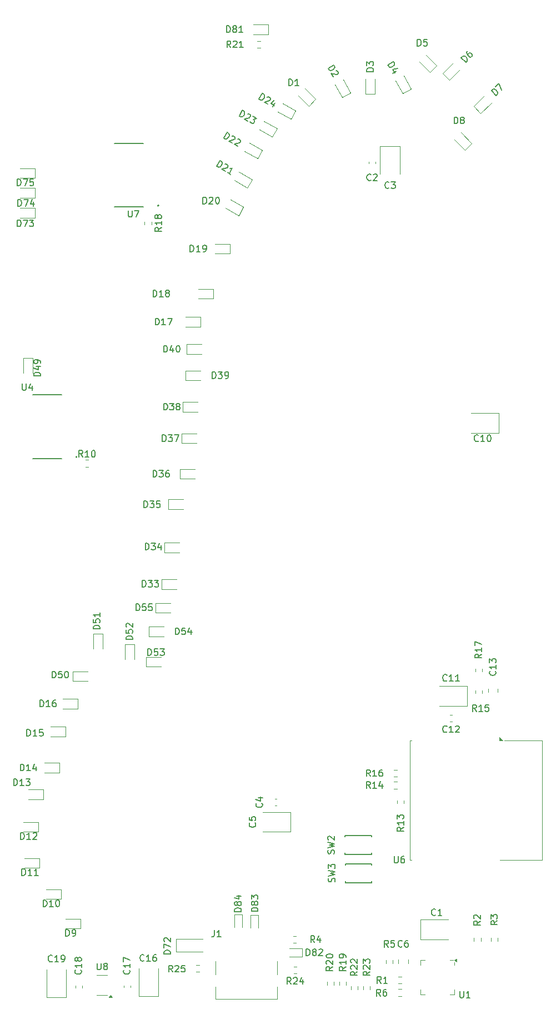
<source format=gbr>
%TF.GenerationSoftware,KiCad,Pcbnew,9.0.0*%
%TF.CreationDate,2025-04-18T09:14:46-04:00*%
%TF.ProjectId,where_is_my_ion,77686572-655f-4697-935f-6d795f696f6e,rev?*%
%TF.SameCoordinates,Original*%
%TF.FileFunction,Legend,Top*%
%TF.FilePolarity,Positive*%
%FSLAX46Y46*%
G04 Gerber Fmt 4.6, Leading zero omitted, Abs format (unit mm)*
G04 Created by KiCad (PCBNEW 9.0.0) date 2025-04-18 09:14:46*
%MOMM*%
%LPD*%
G01*
G04 APERTURE LIST*
%ADD10C,0.150000*%
%ADD11C,0.120000*%
%ADD12C,0.127000*%
%ADD13C,0.200000*%
G04 APERTURE END LIST*
D10*
X136892046Y-30486870D02*
X137392046Y-29620845D01*
X137392046Y-29620845D02*
X137598242Y-29739893D01*
X137598242Y-29739893D02*
X137698151Y-29852561D01*
X137698151Y-29852561D02*
X137733010Y-29982658D01*
X137733010Y-29982658D02*
X137726630Y-30088946D01*
X137726630Y-30088946D02*
X137672632Y-30277713D01*
X137672632Y-30277713D02*
X137601203Y-30401431D01*
X137601203Y-30401431D02*
X137464726Y-30542579D01*
X137464726Y-30542579D02*
X137375867Y-30601248D01*
X137375867Y-30601248D02*
X137245770Y-30636107D01*
X137245770Y-30636107D02*
X137098242Y-30605918D01*
X137098242Y-30605918D02*
X136892046Y-30486870D01*
X138169213Y-30179514D02*
X138234262Y-30162084D01*
X138234262Y-30162084D02*
X138340550Y-30168464D01*
X138340550Y-30168464D02*
X138546746Y-30287512D01*
X138546746Y-30287512D02*
X138605415Y-30376370D01*
X138605415Y-30376370D02*
X138622845Y-30441419D01*
X138622845Y-30441419D02*
X138616465Y-30547707D01*
X138616465Y-30547707D02*
X138568846Y-30630186D01*
X138568846Y-30630186D02*
X138456178Y-30730094D01*
X138456178Y-30730094D02*
X137675592Y-30939251D01*
X137675592Y-30939251D02*
X138211703Y-31248775D01*
X139000379Y-30549417D02*
X139536490Y-30858940D01*
X139536490Y-30858940D02*
X139057338Y-31022188D01*
X139057338Y-31022188D02*
X139181056Y-31093617D01*
X139181056Y-31093617D02*
X139239725Y-31182475D01*
X139239725Y-31182475D02*
X139257155Y-31247524D01*
X139257155Y-31247524D02*
X139250775Y-31353812D01*
X139250775Y-31353812D02*
X139131728Y-31560009D01*
X139131728Y-31560009D02*
X139042869Y-31618678D01*
X139042869Y-31618678D02*
X138977820Y-31636107D01*
X138977820Y-31636107D02*
X138871532Y-31629728D01*
X138871532Y-31629728D02*
X138624097Y-31486870D01*
X138624097Y-31486870D02*
X138565427Y-31398012D01*
X138565427Y-31398012D02*
X138547998Y-31332963D01*
X122407142Y-159109580D02*
X122359523Y-159157200D01*
X122359523Y-159157200D02*
X122216666Y-159204819D01*
X122216666Y-159204819D02*
X122121428Y-159204819D01*
X122121428Y-159204819D02*
X121978571Y-159157200D01*
X121978571Y-159157200D02*
X121883333Y-159061961D01*
X121883333Y-159061961D02*
X121835714Y-158966723D01*
X121835714Y-158966723D02*
X121788095Y-158776247D01*
X121788095Y-158776247D02*
X121788095Y-158633390D01*
X121788095Y-158633390D02*
X121835714Y-158442914D01*
X121835714Y-158442914D02*
X121883333Y-158347676D01*
X121883333Y-158347676D02*
X121978571Y-158252438D01*
X121978571Y-158252438D02*
X122121428Y-158204819D01*
X122121428Y-158204819D02*
X122216666Y-158204819D01*
X122216666Y-158204819D02*
X122359523Y-158252438D01*
X122359523Y-158252438D02*
X122407142Y-158300057D01*
X123359523Y-159204819D02*
X122788095Y-159204819D01*
X123073809Y-159204819D02*
X123073809Y-158204819D01*
X123073809Y-158204819D02*
X122978571Y-158347676D01*
X122978571Y-158347676D02*
X122883333Y-158442914D01*
X122883333Y-158442914D02*
X122788095Y-158490533D01*
X124216666Y-158204819D02*
X124026190Y-158204819D01*
X124026190Y-158204819D02*
X123930952Y-158252438D01*
X123930952Y-158252438D02*
X123883333Y-158300057D01*
X123883333Y-158300057D02*
X123788095Y-158442914D01*
X123788095Y-158442914D02*
X123740476Y-158633390D01*
X123740476Y-158633390D02*
X123740476Y-159014342D01*
X123740476Y-159014342D02*
X123788095Y-159109580D01*
X123788095Y-159109580D02*
X123835714Y-159157200D01*
X123835714Y-159157200D02*
X123930952Y-159204819D01*
X123930952Y-159204819D02*
X124121428Y-159204819D01*
X124121428Y-159204819D02*
X124216666Y-159157200D01*
X124216666Y-159157200D02*
X124264285Y-159109580D01*
X124264285Y-159109580D02*
X124311904Y-159014342D01*
X124311904Y-159014342D02*
X124311904Y-158776247D01*
X124311904Y-158776247D02*
X124264285Y-158681009D01*
X124264285Y-158681009D02*
X124216666Y-158633390D01*
X124216666Y-158633390D02*
X124121428Y-158585771D01*
X124121428Y-158585771D02*
X123930952Y-158585771D01*
X123930952Y-158585771D02*
X123835714Y-158633390D01*
X123835714Y-158633390D02*
X123788095Y-158681009D01*
X123788095Y-158681009D02*
X123740476Y-158776247D01*
X151357200Y-142833332D02*
X151404819Y-142690475D01*
X151404819Y-142690475D02*
X151404819Y-142452380D01*
X151404819Y-142452380D02*
X151357200Y-142357142D01*
X151357200Y-142357142D02*
X151309580Y-142309523D01*
X151309580Y-142309523D02*
X151214342Y-142261904D01*
X151214342Y-142261904D02*
X151119104Y-142261904D01*
X151119104Y-142261904D02*
X151023866Y-142309523D01*
X151023866Y-142309523D02*
X150976247Y-142357142D01*
X150976247Y-142357142D02*
X150928628Y-142452380D01*
X150928628Y-142452380D02*
X150881009Y-142642856D01*
X150881009Y-142642856D02*
X150833390Y-142738094D01*
X150833390Y-142738094D02*
X150785771Y-142785713D01*
X150785771Y-142785713D02*
X150690533Y-142833332D01*
X150690533Y-142833332D02*
X150595295Y-142833332D01*
X150595295Y-142833332D02*
X150500057Y-142785713D01*
X150500057Y-142785713D02*
X150452438Y-142738094D01*
X150452438Y-142738094D02*
X150404819Y-142642856D01*
X150404819Y-142642856D02*
X150404819Y-142404761D01*
X150404819Y-142404761D02*
X150452438Y-142261904D01*
X150404819Y-141928570D02*
X151404819Y-141690475D01*
X151404819Y-141690475D02*
X150690533Y-141499999D01*
X150690533Y-141499999D02*
X151404819Y-141309523D01*
X151404819Y-141309523D02*
X150404819Y-141071428D01*
X150500057Y-140738094D02*
X150452438Y-140690475D01*
X150452438Y-140690475D02*
X150404819Y-140595237D01*
X150404819Y-140595237D02*
X150404819Y-140357142D01*
X150404819Y-140357142D02*
X150452438Y-140261904D01*
X150452438Y-140261904D02*
X150500057Y-140214285D01*
X150500057Y-140214285D02*
X150595295Y-140166666D01*
X150595295Y-140166666D02*
X150690533Y-140166666D01*
X150690533Y-140166666D02*
X150833390Y-140214285D01*
X150833390Y-140214285D02*
X151404819Y-140785713D01*
X151404819Y-140785713D02*
X151404819Y-140166666D01*
X104535714Y-124904819D02*
X104535714Y-123904819D01*
X104535714Y-123904819D02*
X104773809Y-123904819D01*
X104773809Y-123904819D02*
X104916666Y-123952438D01*
X104916666Y-123952438D02*
X105011904Y-124047676D01*
X105011904Y-124047676D02*
X105059523Y-124142914D01*
X105059523Y-124142914D02*
X105107142Y-124333390D01*
X105107142Y-124333390D02*
X105107142Y-124476247D01*
X105107142Y-124476247D02*
X105059523Y-124666723D01*
X105059523Y-124666723D02*
X105011904Y-124761961D01*
X105011904Y-124761961D02*
X104916666Y-124857200D01*
X104916666Y-124857200D02*
X104773809Y-124904819D01*
X104773809Y-124904819D02*
X104535714Y-124904819D01*
X106059523Y-124904819D02*
X105488095Y-124904819D01*
X105773809Y-124904819D02*
X105773809Y-123904819D01*
X105773809Y-123904819D02*
X105678571Y-124047676D01*
X105678571Y-124047676D02*
X105583333Y-124142914D01*
X105583333Y-124142914D02*
X105488095Y-124190533D01*
X106964285Y-123904819D02*
X106488095Y-123904819D01*
X106488095Y-123904819D02*
X106440476Y-124381009D01*
X106440476Y-124381009D02*
X106488095Y-124333390D01*
X106488095Y-124333390D02*
X106583333Y-124285771D01*
X106583333Y-124285771D02*
X106821428Y-124285771D01*
X106821428Y-124285771D02*
X106916666Y-124333390D01*
X106916666Y-124333390D02*
X106964285Y-124381009D01*
X106964285Y-124381009D02*
X107011904Y-124476247D01*
X107011904Y-124476247D02*
X107011904Y-124714342D01*
X107011904Y-124714342D02*
X106964285Y-124809580D01*
X106964285Y-124809580D02*
X106916666Y-124857200D01*
X106916666Y-124857200D02*
X106821428Y-124904819D01*
X106821428Y-124904819D02*
X106583333Y-124904819D01*
X106583333Y-124904819D02*
X106488095Y-124857200D01*
X106488095Y-124857200D02*
X106440476Y-124809580D01*
X158458333Y-164504963D02*
X158125000Y-164028772D01*
X157886905Y-164504963D02*
X157886905Y-163504963D01*
X157886905Y-163504963D02*
X158267857Y-163504963D01*
X158267857Y-163504963D02*
X158363095Y-163552582D01*
X158363095Y-163552582D02*
X158410714Y-163600201D01*
X158410714Y-163600201D02*
X158458333Y-163695439D01*
X158458333Y-163695439D02*
X158458333Y-163838296D01*
X158458333Y-163838296D02*
X158410714Y-163933534D01*
X158410714Y-163933534D02*
X158363095Y-163981153D01*
X158363095Y-163981153D02*
X158267857Y-164028772D01*
X158267857Y-164028772D02*
X157886905Y-164028772D01*
X159315476Y-163504963D02*
X159125000Y-163504963D01*
X159125000Y-163504963D02*
X159029762Y-163552582D01*
X159029762Y-163552582D02*
X158982143Y-163600201D01*
X158982143Y-163600201D02*
X158886905Y-163743058D01*
X158886905Y-163743058D02*
X158839286Y-163933534D01*
X158839286Y-163933534D02*
X158839286Y-164314486D01*
X158839286Y-164314486D02*
X158886905Y-164409724D01*
X158886905Y-164409724D02*
X158934524Y-164457344D01*
X158934524Y-164457344D02*
X159029762Y-164504963D01*
X159029762Y-164504963D02*
X159220238Y-164504963D01*
X159220238Y-164504963D02*
X159315476Y-164457344D01*
X159315476Y-164457344D02*
X159363095Y-164409724D01*
X159363095Y-164409724D02*
X159410714Y-164314486D01*
X159410714Y-164314486D02*
X159410714Y-164076391D01*
X159410714Y-164076391D02*
X159363095Y-163981153D01*
X159363095Y-163981153D02*
X159315476Y-163933534D01*
X159315476Y-163933534D02*
X159220238Y-163885915D01*
X159220238Y-163885915D02*
X159029762Y-163885915D01*
X159029762Y-163885915D02*
X158934524Y-163933534D01*
X158934524Y-163933534D02*
X158886905Y-163981153D01*
X158886905Y-163981153D02*
X158839286Y-164076391D01*
X159633333Y-157054819D02*
X159300000Y-156578628D01*
X159061905Y-157054819D02*
X159061905Y-156054819D01*
X159061905Y-156054819D02*
X159442857Y-156054819D01*
X159442857Y-156054819D02*
X159538095Y-156102438D01*
X159538095Y-156102438D02*
X159585714Y-156150057D01*
X159585714Y-156150057D02*
X159633333Y-156245295D01*
X159633333Y-156245295D02*
X159633333Y-156388152D01*
X159633333Y-156388152D02*
X159585714Y-156483390D01*
X159585714Y-156483390D02*
X159538095Y-156531009D01*
X159538095Y-156531009D02*
X159442857Y-156578628D01*
X159442857Y-156578628D02*
X159061905Y-156578628D01*
X160538095Y-156054819D02*
X160061905Y-156054819D01*
X160061905Y-156054819D02*
X160014286Y-156531009D01*
X160014286Y-156531009D02*
X160061905Y-156483390D01*
X160061905Y-156483390D02*
X160157143Y-156435771D01*
X160157143Y-156435771D02*
X160395238Y-156435771D01*
X160395238Y-156435771D02*
X160490476Y-156483390D01*
X160490476Y-156483390D02*
X160538095Y-156531009D01*
X160538095Y-156531009D02*
X160585714Y-156626247D01*
X160585714Y-156626247D02*
X160585714Y-156864342D01*
X160585714Y-156864342D02*
X160538095Y-156959580D01*
X160538095Y-156959580D02*
X160490476Y-157007200D01*
X160490476Y-157007200D02*
X160395238Y-157054819D01*
X160395238Y-157054819D02*
X160157143Y-157054819D01*
X160157143Y-157054819D02*
X160061905Y-157007200D01*
X160061905Y-157007200D02*
X160014286Y-156959580D01*
X151164819Y-160042857D02*
X150688628Y-160376190D01*
X151164819Y-160614285D02*
X150164819Y-160614285D01*
X150164819Y-160614285D02*
X150164819Y-160233333D01*
X150164819Y-160233333D02*
X150212438Y-160138095D01*
X150212438Y-160138095D02*
X150260057Y-160090476D01*
X150260057Y-160090476D02*
X150355295Y-160042857D01*
X150355295Y-160042857D02*
X150498152Y-160042857D01*
X150498152Y-160042857D02*
X150593390Y-160090476D01*
X150593390Y-160090476D02*
X150641009Y-160138095D01*
X150641009Y-160138095D02*
X150688628Y-160233333D01*
X150688628Y-160233333D02*
X150688628Y-160614285D01*
X150260057Y-159661904D02*
X150212438Y-159614285D01*
X150212438Y-159614285D02*
X150164819Y-159519047D01*
X150164819Y-159519047D02*
X150164819Y-159280952D01*
X150164819Y-159280952D02*
X150212438Y-159185714D01*
X150212438Y-159185714D02*
X150260057Y-159138095D01*
X150260057Y-159138095D02*
X150355295Y-159090476D01*
X150355295Y-159090476D02*
X150450533Y-159090476D01*
X150450533Y-159090476D02*
X150593390Y-159138095D01*
X150593390Y-159138095D02*
X151164819Y-159709523D01*
X151164819Y-159709523D02*
X151164819Y-159090476D01*
X150164819Y-158471428D02*
X150164819Y-158376190D01*
X150164819Y-158376190D02*
X150212438Y-158280952D01*
X150212438Y-158280952D02*
X150260057Y-158233333D01*
X150260057Y-158233333D02*
X150355295Y-158185714D01*
X150355295Y-158185714D02*
X150545771Y-158138095D01*
X150545771Y-158138095D02*
X150783866Y-158138095D01*
X150783866Y-158138095D02*
X150974342Y-158185714D01*
X150974342Y-158185714D02*
X151069580Y-158233333D01*
X151069580Y-158233333D02*
X151117200Y-158280952D01*
X151117200Y-158280952D02*
X151164819Y-158376190D01*
X151164819Y-158376190D02*
X151164819Y-158471428D01*
X151164819Y-158471428D02*
X151117200Y-158566666D01*
X151117200Y-158566666D02*
X151069580Y-158614285D01*
X151069580Y-158614285D02*
X150974342Y-158661904D01*
X150974342Y-158661904D02*
X150783866Y-158709523D01*
X150783866Y-158709523D02*
X150545771Y-158709523D01*
X150545771Y-158709523D02*
X150355295Y-158661904D01*
X150355295Y-158661904D02*
X150260057Y-158614285D01*
X150260057Y-158614285D02*
X150212438Y-158566666D01*
X150212438Y-158566666D02*
X150164819Y-158471428D01*
X107035714Y-150884819D02*
X107035714Y-149884819D01*
X107035714Y-149884819D02*
X107273809Y-149884819D01*
X107273809Y-149884819D02*
X107416666Y-149932438D01*
X107416666Y-149932438D02*
X107511904Y-150027676D01*
X107511904Y-150027676D02*
X107559523Y-150122914D01*
X107559523Y-150122914D02*
X107607142Y-150313390D01*
X107607142Y-150313390D02*
X107607142Y-150456247D01*
X107607142Y-150456247D02*
X107559523Y-150646723D01*
X107559523Y-150646723D02*
X107511904Y-150741961D01*
X107511904Y-150741961D02*
X107416666Y-150837200D01*
X107416666Y-150837200D02*
X107273809Y-150884819D01*
X107273809Y-150884819D02*
X107035714Y-150884819D01*
X108559523Y-150884819D02*
X107988095Y-150884819D01*
X108273809Y-150884819D02*
X108273809Y-149884819D01*
X108273809Y-149884819D02*
X108178571Y-150027676D01*
X108178571Y-150027676D02*
X108083333Y-150122914D01*
X108083333Y-150122914D02*
X107988095Y-150170533D01*
X109178571Y-149884819D02*
X109273809Y-149884819D01*
X109273809Y-149884819D02*
X109369047Y-149932438D01*
X109369047Y-149932438D02*
X109416666Y-149980057D01*
X109416666Y-149980057D02*
X109464285Y-150075295D01*
X109464285Y-150075295D02*
X109511904Y-150265771D01*
X109511904Y-150265771D02*
X109511904Y-150503866D01*
X109511904Y-150503866D02*
X109464285Y-150694342D01*
X109464285Y-150694342D02*
X109416666Y-150789580D01*
X109416666Y-150789580D02*
X109369047Y-150837200D01*
X109369047Y-150837200D02*
X109273809Y-150884819D01*
X109273809Y-150884819D02*
X109178571Y-150884819D01*
X109178571Y-150884819D02*
X109083333Y-150837200D01*
X109083333Y-150837200D02*
X109035714Y-150789580D01*
X109035714Y-150789580D02*
X108988095Y-150694342D01*
X108988095Y-150694342D02*
X108940476Y-150503866D01*
X108940476Y-150503866D02*
X108940476Y-150265771D01*
X108940476Y-150265771D02*
X108988095Y-150075295D01*
X108988095Y-150075295D02*
X109035714Y-149980057D01*
X109035714Y-149980057D02*
X109083333Y-149932438D01*
X109083333Y-149932438D02*
X109178571Y-149884819D01*
X132785714Y-70454819D02*
X132785714Y-69454819D01*
X132785714Y-69454819D02*
X133023809Y-69454819D01*
X133023809Y-69454819D02*
X133166666Y-69502438D01*
X133166666Y-69502438D02*
X133261904Y-69597676D01*
X133261904Y-69597676D02*
X133309523Y-69692914D01*
X133309523Y-69692914D02*
X133357142Y-69883390D01*
X133357142Y-69883390D02*
X133357142Y-70026247D01*
X133357142Y-70026247D02*
X133309523Y-70216723D01*
X133309523Y-70216723D02*
X133261904Y-70311961D01*
X133261904Y-70311961D02*
X133166666Y-70407200D01*
X133166666Y-70407200D02*
X133023809Y-70454819D01*
X133023809Y-70454819D02*
X132785714Y-70454819D01*
X133690476Y-69454819D02*
X134309523Y-69454819D01*
X134309523Y-69454819D02*
X133976190Y-69835771D01*
X133976190Y-69835771D02*
X134119047Y-69835771D01*
X134119047Y-69835771D02*
X134214285Y-69883390D01*
X134214285Y-69883390D02*
X134261904Y-69931009D01*
X134261904Y-69931009D02*
X134309523Y-70026247D01*
X134309523Y-70026247D02*
X134309523Y-70264342D01*
X134309523Y-70264342D02*
X134261904Y-70359580D01*
X134261904Y-70359580D02*
X134214285Y-70407200D01*
X134214285Y-70407200D02*
X134119047Y-70454819D01*
X134119047Y-70454819D02*
X133833333Y-70454819D01*
X133833333Y-70454819D02*
X133738095Y-70407200D01*
X133738095Y-70407200D02*
X133690476Y-70359580D01*
X134785714Y-70454819D02*
X134976190Y-70454819D01*
X134976190Y-70454819D02*
X135071428Y-70407200D01*
X135071428Y-70407200D02*
X135119047Y-70359580D01*
X135119047Y-70359580D02*
X135214285Y-70216723D01*
X135214285Y-70216723D02*
X135261904Y-70026247D01*
X135261904Y-70026247D02*
X135261904Y-69645295D01*
X135261904Y-69645295D02*
X135214285Y-69550057D01*
X135214285Y-69550057D02*
X135166666Y-69502438D01*
X135166666Y-69502438D02*
X135071428Y-69454819D01*
X135071428Y-69454819D02*
X134880952Y-69454819D01*
X134880952Y-69454819D02*
X134785714Y-69502438D01*
X134785714Y-69502438D02*
X134738095Y-69550057D01*
X134738095Y-69550057D02*
X134690476Y-69645295D01*
X134690476Y-69645295D02*
X134690476Y-69883390D01*
X134690476Y-69883390D02*
X134738095Y-69978628D01*
X134738095Y-69978628D02*
X134785714Y-70026247D01*
X134785714Y-70026247D02*
X134880952Y-70073866D01*
X134880952Y-70073866D02*
X135071428Y-70073866D01*
X135071428Y-70073866D02*
X135166666Y-70026247D01*
X135166666Y-70026247D02*
X135214285Y-69978628D01*
X135214285Y-69978628D02*
X135261904Y-69883390D01*
X103085714Y-41084819D02*
X103085714Y-40084819D01*
X103085714Y-40084819D02*
X103323809Y-40084819D01*
X103323809Y-40084819D02*
X103466666Y-40132438D01*
X103466666Y-40132438D02*
X103561904Y-40227676D01*
X103561904Y-40227676D02*
X103609523Y-40322914D01*
X103609523Y-40322914D02*
X103657142Y-40513390D01*
X103657142Y-40513390D02*
X103657142Y-40656247D01*
X103657142Y-40656247D02*
X103609523Y-40846723D01*
X103609523Y-40846723D02*
X103561904Y-40941961D01*
X103561904Y-40941961D02*
X103466666Y-41037200D01*
X103466666Y-41037200D02*
X103323809Y-41084819D01*
X103323809Y-41084819D02*
X103085714Y-41084819D01*
X103990476Y-40084819D02*
X104657142Y-40084819D01*
X104657142Y-40084819D02*
X104228571Y-41084819D01*
X105514285Y-40084819D02*
X105038095Y-40084819D01*
X105038095Y-40084819D02*
X104990476Y-40561009D01*
X104990476Y-40561009D02*
X105038095Y-40513390D01*
X105038095Y-40513390D02*
X105133333Y-40465771D01*
X105133333Y-40465771D02*
X105371428Y-40465771D01*
X105371428Y-40465771D02*
X105466666Y-40513390D01*
X105466666Y-40513390D02*
X105514285Y-40561009D01*
X105514285Y-40561009D02*
X105561904Y-40656247D01*
X105561904Y-40656247D02*
X105561904Y-40894342D01*
X105561904Y-40894342D02*
X105514285Y-40989580D01*
X105514285Y-40989580D02*
X105466666Y-41037200D01*
X105466666Y-41037200D02*
X105371428Y-41084819D01*
X105371428Y-41084819D02*
X105133333Y-41084819D01*
X105133333Y-41084819D02*
X105038095Y-41037200D01*
X105038095Y-41037200D02*
X104990476Y-40989580D01*
X103585714Y-140634819D02*
X103585714Y-139634819D01*
X103585714Y-139634819D02*
X103823809Y-139634819D01*
X103823809Y-139634819D02*
X103966666Y-139682438D01*
X103966666Y-139682438D02*
X104061904Y-139777676D01*
X104061904Y-139777676D02*
X104109523Y-139872914D01*
X104109523Y-139872914D02*
X104157142Y-140063390D01*
X104157142Y-140063390D02*
X104157142Y-140206247D01*
X104157142Y-140206247D02*
X104109523Y-140396723D01*
X104109523Y-140396723D02*
X104061904Y-140491961D01*
X104061904Y-140491961D02*
X103966666Y-140587200D01*
X103966666Y-140587200D02*
X103823809Y-140634819D01*
X103823809Y-140634819D02*
X103585714Y-140634819D01*
X105109523Y-140634819D02*
X104538095Y-140634819D01*
X104823809Y-140634819D02*
X104823809Y-139634819D01*
X104823809Y-139634819D02*
X104728571Y-139777676D01*
X104728571Y-139777676D02*
X104633333Y-139872914D01*
X104633333Y-139872914D02*
X104538095Y-139920533D01*
X105490476Y-139730057D02*
X105538095Y-139682438D01*
X105538095Y-139682438D02*
X105633333Y-139634819D01*
X105633333Y-139634819D02*
X105871428Y-139634819D01*
X105871428Y-139634819D02*
X105966666Y-139682438D01*
X105966666Y-139682438D02*
X106014285Y-139730057D01*
X106014285Y-139730057D02*
X106061904Y-139825295D01*
X106061904Y-139825295D02*
X106061904Y-139920533D01*
X106061904Y-139920533D02*
X106014285Y-140063390D01*
X106014285Y-140063390D02*
X105442857Y-140634819D01*
X105442857Y-140634819D02*
X106061904Y-140634819D01*
X122985714Y-112624819D02*
X122985714Y-111624819D01*
X122985714Y-111624819D02*
X123223809Y-111624819D01*
X123223809Y-111624819D02*
X123366666Y-111672438D01*
X123366666Y-111672438D02*
X123461904Y-111767676D01*
X123461904Y-111767676D02*
X123509523Y-111862914D01*
X123509523Y-111862914D02*
X123557142Y-112053390D01*
X123557142Y-112053390D02*
X123557142Y-112196247D01*
X123557142Y-112196247D02*
X123509523Y-112386723D01*
X123509523Y-112386723D02*
X123461904Y-112481961D01*
X123461904Y-112481961D02*
X123366666Y-112577200D01*
X123366666Y-112577200D02*
X123223809Y-112624819D01*
X123223809Y-112624819D02*
X122985714Y-112624819D01*
X124461904Y-111624819D02*
X123985714Y-111624819D01*
X123985714Y-111624819D02*
X123938095Y-112101009D01*
X123938095Y-112101009D02*
X123985714Y-112053390D01*
X123985714Y-112053390D02*
X124080952Y-112005771D01*
X124080952Y-112005771D02*
X124319047Y-112005771D01*
X124319047Y-112005771D02*
X124414285Y-112053390D01*
X124414285Y-112053390D02*
X124461904Y-112101009D01*
X124461904Y-112101009D02*
X124509523Y-112196247D01*
X124509523Y-112196247D02*
X124509523Y-112434342D01*
X124509523Y-112434342D02*
X124461904Y-112529580D01*
X124461904Y-112529580D02*
X124414285Y-112577200D01*
X124414285Y-112577200D02*
X124319047Y-112624819D01*
X124319047Y-112624819D02*
X124080952Y-112624819D01*
X124080952Y-112624819D02*
X123985714Y-112577200D01*
X123985714Y-112577200D02*
X123938095Y-112529580D01*
X124842857Y-111624819D02*
X125461904Y-111624819D01*
X125461904Y-111624819D02*
X125128571Y-112005771D01*
X125128571Y-112005771D02*
X125271428Y-112005771D01*
X125271428Y-112005771D02*
X125366666Y-112053390D01*
X125366666Y-112053390D02*
X125414285Y-112101009D01*
X125414285Y-112101009D02*
X125461904Y-112196247D01*
X125461904Y-112196247D02*
X125461904Y-112434342D01*
X125461904Y-112434342D02*
X125414285Y-112529580D01*
X125414285Y-112529580D02*
X125366666Y-112577200D01*
X125366666Y-112577200D02*
X125271428Y-112624819D01*
X125271428Y-112624819D02*
X124985714Y-112624819D01*
X124985714Y-112624819D02*
X124890476Y-112577200D01*
X124890476Y-112577200D02*
X124842857Y-112529580D01*
X115654819Y-108614285D02*
X114654819Y-108614285D01*
X114654819Y-108614285D02*
X114654819Y-108376190D01*
X114654819Y-108376190D02*
X114702438Y-108233333D01*
X114702438Y-108233333D02*
X114797676Y-108138095D01*
X114797676Y-108138095D02*
X114892914Y-108090476D01*
X114892914Y-108090476D02*
X115083390Y-108042857D01*
X115083390Y-108042857D02*
X115226247Y-108042857D01*
X115226247Y-108042857D02*
X115416723Y-108090476D01*
X115416723Y-108090476D02*
X115511961Y-108138095D01*
X115511961Y-108138095D02*
X115607200Y-108233333D01*
X115607200Y-108233333D02*
X115654819Y-108376190D01*
X115654819Y-108376190D02*
X115654819Y-108614285D01*
X114654819Y-107138095D02*
X114654819Y-107614285D01*
X114654819Y-107614285D02*
X115131009Y-107661904D01*
X115131009Y-107661904D02*
X115083390Y-107614285D01*
X115083390Y-107614285D02*
X115035771Y-107519047D01*
X115035771Y-107519047D02*
X115035771Y-107280952D01*
X115035771Y-107280952D02*
X115083390Y-107185714D01*
X115083390Y-107185714D02*
X115131009Y-107138095D01*
X115131009Y-107138095D02*
X115226247Y-107090476D01*
X115226247Y-107090476D02*
X115464342Y-107090476D01*
X115464342Y-107090476D02*
X115559580Y-107138095D01*
X115559580Y-107138095D02*
X115607200Y-107185714D01*
X115607200Y-107185714D02*
X115654819Y-107280952D01*
X115654819Y-107280952D02*
X115654819Y-107519047D01*
X115654819Y-107519047D02*
X115607200Y-107614285D01*
X115607200Y-107614285D02*
X115559580Y-107661904D01*
X115654819Y-106138095D02*
X115654819Y-106709523D01*
X115654819Y-106423809D02*
X114654819Y-106423809D01*
X114654819Y-106423809D02*
X114797676Y-106519047D01*
X114797676Y-106519047D02*
X114892914Y-106614285D01*
X114892914Y-106614285D02*
X114940533Y-106709523D01*
X122585714Y-96554819D02*
X122585714Y-95554819D01*
X122585714Y-95554819D02*
X122823809Y-95554819D01*
X122823809Y-95554819D02*
X122966666Y-95602438D01*
X122966666Y-95602438D02*
X123061904Y-95697676D01*
X123061904Y-95697676D02*
X123109523Y-95792914D01*
X123109523Y-95792914D02*
X123157142Y-95983390D01*
X123157142Y-95983390D02*
X123157142Y-96126247D01*
X123157142Y-96126247D02*
X123109523Y-96316723D01*
X123109523Y-96316723D02*
X123061904Y-96411961D01*
X123061904Y-96411961D02*
X122966666Y-96507200D01*
X122966666Y-96507200D02*
X122823809Y-96554819D01*
X122823809Y-96554819D02*
X122585714Y-96554819D01*
X123490476Y-95554819D02*
X124109523Y-95554819D01*
X124109523Y-95554819D02*
X123776190Y-95935771D01*
X123776190Y-95935771D02*
X123919047Y-95935771D01*
X123919047Y-95935771D02*
X124014285Y-95983390D01*
X124014285Y-95983390D02*
X124061904Y-96031009D01*
X124061904Y-96031009D02*
X124109523Y-96126247D01*
X124109523Y-96126247D02*
X124109523Y-96364342D01*
X124109523Y-96364342D02*
X124061904Y-96459580D01*
X124061904Y-96459580D02*
X124014285Y-96507200D01*
X124014285Y-96507200D02*
X123919047Y-96554819D01*
X123919047Y-96554819D02*
X123633333Y-96554819D01*
X123633333Y-96554819D02*
X123538095Y-96507200D01*
X123538095Y-96507200D02*
X123490476Y-96459580D01*
X124966666Y-95888152D02*
X124966666Y-96554819D01*
X124728571Y-95507200D02*
X124490476Y-96221485D01*
X124490476Y-96221485D02*
X125109523Y-96221485D01*
X113057142Y-82424819D02*
X112723809Y-81948628D01*
X112485714Y-82424819D02*
X112485714Y-81424819D01*
X112485714Y-81424819D02*
X112866666Y-81424819D01*
X112866666Y-81424819D02*
X112961904Y-81472438D01*
X112961904Y-81472438D02*
X113009523Y-81520057D01*
X113009523Y-81520057D02*
X113057142Y-81615295D01*
X113057142Y-81615295D02*
X113057142Y-81758152D01*
X113057142Y-81758152D02*
X113009523Y-81853390D01*
X113009523Y-81853390D02*
X112961904Y-81901009D01*
X112961904Y-81901009D02*
X112866666Y-81948628D01*
X112866666Y-81948628D02*
X112485714Y-81948628D01*
X114009523Y-82424819D02*
X113438095Y-82424819D01*
X113723809Y-82424819D02*
X113723809Y-81424819D01*
X113723809Y-81424819D02*
X113628571Y-81567676D01*
X113628571Y-81567676D02*
X113533333Y-81662914D01*
X113533333Y-81662914D02*
X113438095Y-81710533D01*
X114628571Y-81424819D02*
X114723809Y-81424819D01*
X114723809Y-81424819D02*
X114819047Y-81472438D01*
X114819047Y-81472438D02*
X114866666Y-81520057D01*
X114866666Y-81520057D02*
X114914285Y-81615295D01*
X114914285Y-81615295D02*
X114961904Y-81805771D01*
X114961904Y-81805771D02*
X114961904Y-82043866D01*
X114961904Y-82043866D02*
X114914285Y-82234342D01*
X114914285Y-82234342D02*
X114866666Y-82329580D01*
X114866666Y-82329580D02*
X114819047Y-82377200D01*
X114819047Y-82377200D02*
X114723809Y-82424819D01*
X114723809Y-82424819D02*
X114628571Y-82424819D01*
X114628571Y-82424819D02*
X114533333Y-82377200D01*
X114533333Y-82377200D02*
X114485714Y-82329580D01*
X114485714Y-82329580D02*
X114438095Y-82234342D01*
X114438095Y-82234342D02*
X114390476Y-82043866D01*
X114390476Y-82043866D02*
X114390476Y-81805771D01*
X114390476Y-81805771D02*
X114438095Y-81615295D01*
X114438095Y-81615295D02*
X114485714Y-81520057D01*
X114485714Y-81520057D02*
X114533333Y-81472438D01*
X114533333Y-81472438D02*
X114628571Y-81424819D01*
X170538095Y-163754819D02*
X170538095Y-164564342D01*
X170538095Y-164564342D02*
X170585714Y-164659580D01*
X170585714Y-164659580D02*
X170633333Y-164707200D01*
X170633333Y-164707200D02*
X170728571Y-164754819D01*
X170728571Y-164754819D02*
X170919047Y-164754819D01*
X170919047Y-164754819D02*
X171014285Y-164707200D01*
X171014285Y-164707200D02*
X171061904Y-164659580D01*
X171061904Y-164659580D02*
X171109523Y-164564342D01*
X171109523Y-164564342D02*
X171109523Y-163754819D01*
X172109523Y-164754819D02*
X171538095Y-164754819D01*
X171823809Y-164754819D02*
X171823809Y-163754819D01*
X171823809Y-163754819D02*
X171728571Y-163897676D01*
X171728571Y-163897676D02*
X171633333Y-163992914D01*
X171633333Y-163992914D02*
X171538095Y-164040533D01*
X151457200Y-147133332D02*
X151504819Y-146990475D01*
X151504819Y-146990475D02*
X151504819Y-146752380D01*
X151504819Y-146752380D02*
X151457200Y-146657142D01*
X151457200Y-146657142D02*
X151409580Y-146609523D01*
X151409580Y-146609523D02*
X151314342Y-146561904D01*
X151314342Y-146561904D02*
X151219104Y-146561904D01*
X151219104Y-146561904D02*
X151123866Y-146609523D01*
X151123866Y-146609523D02*
X151076247Y-146657142D01*
X151076247Y-146657142D02*
X151028628Y-146752380D01*
X151028628Y-146752380D02*
X150981009Y-146942856D01*
X150981009Y-146942856D02*
X150933390Y-147038094D01*
X150933390Y-147038094D02*
X150885771Y-147085713D01*
X150885771Y-147085713D02*
X150790533Y-147133332D01*
X150790533Y-147133332D02*
X150695295Y-147133332D01*
X150695295Y-147133332D02*
X150600057Y-147085713D01*
X150600057Y-147085713D02*
X150552438Y-147038094D01*
X150552438Y-147038094D02*
X150504819Y-146942856D01*
X150504819Y-146942856D02*
X150504819Y-146704761D01*
X150504819Y-146704761D02*
X150552438Y-146561904D01*
X150504819Y-146228570D02*
X151504819Y-145990475D01*
X151504819Y-145990475D02*
X150790533Y-145799999D01*
X150790533Y-145799999D02*
X151504819Y-145609523D01*
X151504819Y-145609523D02*
X150504819Y-145371428D01*
X150504819Y-145085713D02*
X150504819Y-144466666D01*
X150504819Y-144466666D02*
X150885771Y-144799999D01*
X150885771Y-144799999D02*
X150885771Y-144657142D01*
X150885771Y-144657142D02*
X150933390Y-144561904D01*
X150933390Y-144561904D02*
X150981009Y-144514285D01*
X150981009Y-144514285D02*
X151076247Y-144466666D01*
X151076247Y-144466666D02*
X151314342Y-144466666D01*
X151314342Y-144466666D02*
X151409580Y-144514285D01*
X151409580Y-144514285D02*
X151457200Y-144561904D01*
X151457200Y-144561904D02*
X151504819Y-144657142D01*
X151504819Y-144657142D02*
X151504819Y-144942856D01*
X151504819Y-144942856D02*
X151457200Y-145038094D01*
X151457200Y-145038094D02*
X151409580Y-145085713D01*
X154904819Y-160792857D02*
X154428628Y-161126190D01*
X154904819Y-161364285D02*
X153904819Y-161364285D01*
X153904819Y-161364285D02*
X153904819Y-160983333D01*
X153904819Y-160983333D02*
X153952438Y-160888095D01*
X153952438Y-160888095D02*
X154000057Y-160840476D01*
X154000057Y-160840476D02*
X154095295Y-160792857D01*
X154095295Y-160792857D02*
X154238152Y-160792857D01*
X154238152Y-160792857D02*
X154333390Y-160840476D01*
X154333390Y-160840476D02*
X154381009Y-160888095D01*
X154381009Y-160888095D02*
X154428628Y-160983333D01*
X154428628Y-160983333D02*
X154428628Y-161364285D01*
X154000057Y-160411904D02*
X153952438Y-160364285D01*
X153952438Y-160364285D02*
X153904819Y-160269047D01*
X153904819Y-160269047D02*
X153904819Y-160030952D01*
X153904819Y-160030952D02*
X153952438Y-159935714D01*
X153952438Y-159935714D02*
X154000057Y-159888095D01*
X154000057Y-159888095D02*
X154095295Y-159840476D01*
X154095295Y-159840476D02*
X154190533Y-159840476D01*
X154190533Y-159840476D02*
X154333390Y-159888095D01*
X154333390Y-159888095D02*
X154904819Y-160459523D01*
X154904819Y-160459523D02*
X154904819Y-159840476D01*
X154000057Y-159459523D02*
X153952438Y-159411904D01*
X153952438Y-159411904D02*
X153904819Y-159316666D01*
X153904819Y-159316666D02*
X153904819Y-159078571D01*
X153904819Y-159078571D02*
X153952438Y-158983333D01*
X153952438Y-158983333D02*
X154000057Y-158935714D01*
X154000057Y-158935714D02*
X154095295Y-158888095D01*
X154095295Y-158888095D02*
X154190533Y-158888095D01*
X154190533Y-158888095D02*
X154333390Y-158935714D01*
X154333390Y-158935714D02*
X154904819Y-159507142D01*
X154904819Y-159507142D02*
X154904819Y-158888095D01*
X159733333Y-41409580D02*
X159685714Y-41457200D01*
X159685714Y-41457200D02*
X159542857Y-41504819D01*
X159542857Y-41504819D02*
X159447619Y-41504819D01*
X159447619Y-41504819D02*
X159304762Y-41457200D01*
X159304762Y-41457200D02*
X159209524Y-41361961D01*
X159209524Y-41361961D02*
X159161905Y-41266723D01*
X159161905Y-41266723D02*
X159114286Y-41076247D01*
X159114286Y-41076247D02*
X159114286Y-40933390D01*
X159114286Y-40933390D02*
X159161905Y-40742914D01*
X159161905Y-40742914D02*
X159209524Y-40647676D01*
X159209524Y-40647676D02*
X159304762Y-40552438D01*
X159304762Y-40552438D02*
X159447619Y-40504819D01*
X159447619Y-40504819D02*
X159542857Y-40504819D01*
X159542857Y-40504819D02*
X159685714Y-40552438D01*
X159685714Y-40552438D02*
X159733333Y-40600057D01*
X160066667Y-40504819D02*
X160685714Y-40504819D01*
X160685714Y-40504819D02*
X160352381Y-40885771D01*
X160352381Y-40885771D02*
X160495238Y-40885771D01*
X160495238Y-40885771D02*
X160590476Y-40933390D01*
X160590476Y-40933390D02*
X160638095Y-40981009D01*
X160638095Y-40981009D02*
X160685714Y-41076247D01*
X160685714Y-41076247D02*
X160685714Y-41314342D01*
X160685714Y-41314342D02*
X160638095Y-41409580D01*
X160638095Y-41409580D02*
X160590476Y-41457200D01*
X160590476Y-41457200D02*
X160495238Y-41504819D01*
X160495238Y-41504819D02*
X160209524Y-41504819D01*
X160209524Y-41504819D02*
X160114286Y-41457200D01*
X160114286Y-41457200D02*
X160066667Y-41409580D01*
X139754819Y-151614285D02*
X138754819Y-151614285D01*
X138754819Y-151614285D02*
X138754819Y-151376190D01*
X138754819Y-151376190D02*
X138802438Y-151233333D01*
X138802438Y-151233333D02*
X138897676Y-151138095D01*
X138897676Y-151138095D02*
X138992914Y-151090476D01*
X138992914Y-151090476D02*
X139183390Y-151042857D01*
X139183390Y-151042857D02*
X139326247Y-151042857D01*
X139326247Y-151042857D02*
X139516723Y-151090476D01*
X139516723Y-151090476D02*
X139611961Y-151138095D01*
X139611961Y-151138095D02*
X139707200Y-151233333D01*
X139707200Y-151233333D02*
X139754819Y-151376190D01*
X139754819Y-151376190D02*
X139754819Y-151614285D01*
X139183390Y-150471428D02*
X139135771Y-150566666D01*
X139135771Y-150566666D02*
X139088152Y-150614285D01*
X139088152Y-150614285D02*
X138992914Y-150661904D01*
X138992914Y-150661904D02*
X138945295Y-150661904D01*
X138945295Y-150661904D02*
X138850057Y-150614285D01*
X138850057Y-150614285D02*
X138802438Y-150566666D01*
X138802438Y-150566666D02*
X138754819Y-150471428D01*
X138754819Y-150471428D02*
X138754819Y-150280952D01*
X138754819Y-150280952D02*
X138802438Y-150185714D01*
X138802438Y-150185714D02*
X138850057Y-150138095D01*
X138850057Y-150138095D02*
X138945295Y-150090476D01*
X138945295Y-150090476D02*
X138992914Y-150090476D01*
X138992914Y-150090476D02*
X139088152Y-150138095D01*
X139088152Y-150138095D02*
X139135771Y-150185714D01*
X139135771Y-150185714D02*
X139183390Y-150280952D01*
X139183390Y-150280952D02*
X139183390Y-150471428D01*
X139183390Y-150471428D02*
X139231009Y-150566666D01*
X139231009Y-150566666D02*
X139278628Y-150614285D01*
X139278628Y-150614285D02*
X139373866Y-150661904D01*
X139373866Y-150661904D02*
X139564342Y-150661904D01*
X139564342Y-150661904D02*
X139659580Y-150614285D01*
X139659580Y-150614285D02*
X139707200Y-150566666D01*
X139707200Y-150566666D02*
X139754819Y-150471428D01*
X139754819Y-150471428D02*
X139754819Y-150280952D01*
X139754819Y-150280952D02*
X139707200Y-150185714D01*
X139707200Y-150185714D02*
X139659580Y-150138095D01*
X139659580Y-150138095D02*
X139564342Y-150090476D01*
X139564342Y-150090476D02*
X139373866Y-150090476D01*
X139373866Y-150090476D02*
X139278628Y-150138095D01*
X139278628Y-150138095D02*
X139231009Y-150185714D01*
X139231009Y-150185714D02*
X139183390Y-150280952D01*
X138754819Y-149757142D02*
X138754819Y-149138095D01*
X138754819Y-149138095D02*
X139135771Y-149471428D01*
X139135771Y-149471428D02*
X139135771Y-149328571D01*
X139135771Y-149328571D02*
X139183390Y-149233333D01*
X139183390Y-149233333D02*
X139231009Y-149185714D01*
X139231009Y-149185714D02*
X139326247Y-149138095D01*
X139326247Y-149138095D02*
X139564342Y-149138095D01*
X139564342Y-149138095D02*
X139659580Y-149185714D01*
X139659580Y-149185714D02*
X139707200Y-149233333D01*
X139707200Y-149233333D02*
X139754819Y-149328571D01*
X139754819Y-149328571D02*
X139754819Y-149614285D01*
X139754819Y-149614285D02*
X139707200Y-149709523D01*
X139707200Y-149709523D02*
X139659580Y-149757142D01*
X164061905Y-19804819D02*
X164061905Y-18804819D01*
X164061905Y-18804819D02*
X164300000Y-18804819D01*
X164300000Y-18804819D02*
X164442857Y-18852438D01*
X164442857Y-18852438D02*
X164538095Y-18947676D01*
X164538095Y-18947676D02*
X164585714Y-19042914D01*
X164585714Y-19042914D02*
X164633333Y-19233390D01*
X164633333Y-19233390D02*
X164633333Y-19376247D01*
X164633333Y-19376247D02*
X164585714Y-19566723D01*
X164585714Y-19566723D02*
X164538095Y-19661961D01*
X164538095Y-19661961D02*
X164442857Y-19757200D01*
X164442857Y-19757200D02*
X164300000Y-19804819D01*
X164300000Y-19804819D02*
X164061905Y-19804819D01*
X165538095Y-18804819D02*
X165061905Y-18804819D01*
X165061905Y-18804819D02*
X165014286Y-19281009D01*
X165014286Y-19281009D02*
X165061905Y-19233390D01*
X165061905Y-19233390D02*
X165157143Y-19185771D01*
X165157143Y-19185771D02*
X165395238Y-19185771D01*
X165395238Y-19185771D02*
X165490476Y-19233390D01*
X165490476Y-19233390D02*
X165538095Y-19281009D01*
X165538095Y-19281009D02*
X165585714Y-19376247D01*
X165585714Y-19376247D02*
X165585714Y-19614342D01*
X165585714Y-19614342D02*
X165538095Y-19709580D01*
X165538095Y-19709580D02*
X165490476Y-19757200D01*
X165490476Y-19757200D02*
X165395238Y-19804819D01*
X165395238Y-19804819D02*
X165157143Y-19804819D01*
X165157143Y-19804819D02*
X165061905Y-19757200D01*
X165061905Y-19757200D02*
X165014286Y-19709580D01*
X103173214Y-44204819D02*
X103173214Y-43204819D01*
X103173214Y-43204819D02*
X103411309Y-43204819D01*
X103411309Y-43204819D02*
X103554166Y-43252438D01*
X103554166Y-43252438D02*
X103649404Y-43347676D01*
X103649404Y-43347676D02*
X103697023Y-43442914D01*
X103697023Y-43442914D02*
X103744642Y-43633390D01*
X103744642Y-43633390D02*
X103744642Y-43776247D01*
X103744642Y-43776247D02*
X103697023Y-43966723D01*
X103697023Y-43966723D02*
X103649404Y-44061961D01*
X103649404Y-44061961D02*
X103554166Y-44157200D01*
X103554166Y-44157200D02*
X103411309Y-44204819D01*
X103411309Y-44204819D02*
X103173214Y-44204819D01*
X104077976Y-43204819D02*
X104744642Y-43204819D01*
X104744642Y-43204819D02*
X104316071Y-44204819D01*
X105554166Y-43538152D02*
X105554166Y-44204819D01*
X105316071Y-43157200D02*
X105077976Y-43871485D01*
X105077976Y-43871485D02*
X105697023Y-43871485D01*
X123785714Y-85454819D02*
X123785714Y-84454819D01*
X123785714Y-84454819D02*
X124023809Y-84454819D01*
X124023809Y-84454819D02*
X124166666Y-84502438D01*
X124166666Y-84502438D02*
X124261904Y-84597676D01*
X124261904Y-84597676D02*
X124309523Y-84692914D01*
X124309523Y-84692914D02*
X124357142Y-84883390D01*
X124357142Y-84883390D02*
X124357142Y-85026247D01*
X124357142Y-85026247D02*
X124309523Y-85216723D01*
X124309523Y-85216723D02*
X124261904Y-85311961D01*
X124261904Y-85311961D02*
X124166666Y-85407200D01*
X124166666Y-85407200D02*
X124023809Y-85454819D01*
X124023809Y-85454819D02*
X123785714Y-85454819D01*
X124690476Y-84454819D02*
X125309523Y-84454819D01*
X125309523Y-84454819D02*
X124976190Y-84835771D01*
X124976190Y-84835771D02*
X125119047Y-84835771D01*
X125119047Y-84835771D02*
X125214285Y-84883390D01*
X125214285Y-84883390D02*
X125261904Y-84931009D01*
X125261904Y-84931009D02*
X125309523Y-85026247D01*
X125309523Y-85026247D02*
X125309523Y-85264342D01*
X125309523Y-85264342D02*
X125261904Y-85359580D01*
X125261904Y-85359580D02*
X125214285Y-85407200D01*
X125214285Y-85407200D02*
X125119047Y-85454819D01*
X125119047Y-85454819D02*
X124833333Y-85454819D01*
X124833333Y-85454819D02*
X124738095Y-85407200D01*
X124738095Y-85407200D02*
X124690476Y-85359580D01*
X126166666Y-84454819D02*
X125976190Y-84454819D01*
X125976190Y-84454819D02*
X125880952Y-84502438D01*
X125880952Y-84502438D02*
X125833333Y-84550057D01*
X125833333Y-84550057D02*
X125738095Y-84692914D01*
X125738095Y-84692914D02*
X125690476Y-84883390D01*
X125690476Y-84883390D02*
X125690476Y-85264342D01*
X125690476Y-85264342D02*
X125738095Y-85359580D01*
X125738095Y-85359580D02*
X125785714Y-85407200D01*
X125785714Y-85407200D02*
X125880952Y-85454819D01*
X125880952Y-85454819D02*
X126071428Y-85454819D01*
X126071428Y-85454819D02*
X126166666Y-85407200D01*
X126166666Y-85407200D02*
X126214285Y-85359580D01*
X126214285Y-85359580D02*
X126261904Y-85264342D01*
X126261904Y-85264342D02*
X126261904Y-85026247D01*
X126261904Y-85026247D02*
X126214285Y-84931009D01*
X126214285Y-84931009D02*
X126166666Y-84883390D01*
X126166666Y-84883390D02*
X126071428Y-84835771D01*
X126071428Y-84835771D02*
X125880952Y-84835771D01*
X125880952Y-84835771D02*
X125785714Y-84883390D01*
X125785714Y-84883390D02*
X125738095Y-84931009D01*
X125738095Y-84931009D02*
X125690476Y-85026247D01*
X161733333Y-156959580D02*
X161685714Y-157007200D01*
X161685714Y-157007200D02*
X161542857Y-157054819D01*
X161542857Y-157054819D02*
X161447619Y-157054819D01*
X161447619Y-157054819D02*
X161304762Y-157007200D01*
X161304762Y-157007200D02*
X161209524Y-156911961D01*
X161209524Y-156911961D02*
X161161905Y-156816723D01*
X161161905Y-156816723D02*
X161114286Y-156626247D01*
X161114286Y-156626247D02*
X161114286Y-156483390D01*
X161114286Y-156483390D02*
X161161905Y-156292914D01*
X161161905Y-156292914D02*
X161209524Y-156197676D01*
X161209524Y-156197676D02*
X161304762Y-156102438D01*
X161304762Y-156102438D02*
X161447619Y-156054819D01*
X161447619Y-156054819D02*
X161542857Y-156054819D01*
X161542857Y-156054819D02*
X161685714Y-156102438D01*
X161685714Y-156102438D02*
X161733333Y-156150057D01*
X162590476Y-156054819D02*
X162400000Y-156054819D01*
X162400000Y-156054819D02*
X162304762Y-156102438D01*
X162304762Y-156102438D02*
X162257143Y-156150057D01*
X162257143Y-156150057D02*
X162161905Y-156292914D01*
X162161905Y-156292914D02*
X162114286Y-156483390D01*
X162114286Y-156483390D02*
X162114286Y-156864342D01*
X162114286Y-156864342D02*
X162161905Y-156959580D01*
X162161905Y-156959580D02*
X162209524Y-157007200D01*
X162209524Y-157007200D02*
X162304762Y-157054819D01*
X162304762Y-157054819D02*
X162495238Y-157054819D01*
X162495238Y-157054819D02*
X162590476Y-157007200D01*
X162590476Y-157007200D02*
X162638095Y-156959580D01*
X162638095Y-156959580D02*
X162685714Y-156864342D01*
X162685714Y-156864342D02*
X162685714Y-156626247D01*
X162685714Y-156626247D02*
X162638095Y-156531009D01*
X162638095Y-156531009D02*
X162590476Y-156483390D01*
X162590476Y-156483390D02*
X162495238Y-156435771D01*
X162495238Y-156435771D02*
X162304762Y-156435771D01*
X162304762Y-156435771D02*
X162209524Y-156483390D01*
X162209524Y-156483390D02*
X162161905Y-156531009D01*
X162161905Y-156531009D02*
X162114286Y-156626247D01*
X135607142Y-20054819D02*
X135273809Y-19578628D01*
X135035714Y-20054819D02*
X135035714Y-19054819D01*
X135035714Y-19054819D02*
X135416666Y-19054819D01*
X135416666Y-19054819D02*
X135511904Y-19102438D01*
X135511904Y-19102438D02*
X135559523Y-19150057D01*
X135559523Y-19150057D02*
X135607142Y-19245295D01*
X135607142Y-19245295D02*
X135607142Y-19388152D01*
X135607142Y-19388152D02*
X135559523Y-19483390D01*
X135559523Y-19483390D02*
X135511904Y-19531009D01*
X135511904Y-19531009D02*
X135416666Y-19578628D01*
X135416666Y-19578628D02*
X135035714Y-19578628D01*
X135988095Y-19150057D02*
X136035714Y-19102438D01*
X136035714Y-19102438D02*
X136130952Y-19054819D01*
X136130952Y-19054819D02*
X136369047Y-19054819D01*
X136369047Y-19054819D02*
X136464285Y-19102438D01*
X136464285Y-19102438D02*
X136511904Y-19150057D01*
X136511904Y-19150057D02*
X136559523Y-19245295D01*
X136559523Y-19245295D02*
X136559523Y-19340533D01*
X136559523Y-19340533D02*
X136511904Y-19483390D01*
X136511904Y-19483390D02*
X135940476Y-20054819D01*
X135940476Y-20054819D02*
X136559523Y-20054819D01*
X137511904Y-20054819D02*
X136940476Y-20054819D01*
X137226190Y-20054819D02*
X137226190Y-19054819D01*
X137226190Y-19054819D02*
X137130952Y-19197676D01*
X137130952Y-19197676D02*
X137035714Y-19292914D01*
X137035714Y-19292914D02*
X136940476Y-19340533D01*
X134985714Y-17754819D02*
X134985714Y-16754819D01*
X134985714Y-16754819D02*
X135223809Y-16754819D01*
X135223809Y-16754819D02*
X135366666Y-16802438D01*
X135366666Y-16802438D02*
X135461904Y-16897676D01*
X135461904Y-16897676D02*
X135509523Y-16992914D01*
X135509523Y-16992914D02*
X135557142Y-17183390D01*
X135557142Y-17183390D02*
X135557142Y-17326247D01*
X135557142Y-17326247D02*
X135509523Y-17516723D01*
X135509523Y-17516723D02*
X135461904Y-17611961D01*
X135461904Y-17611961D02*
X135366666Y-17707200D01*
X135366666Y-17707200D02*
X135223809Y-17754819D01*
X135223809Y-17754819D02*
X134985714Y-17754819D01*
X136128571Y-17183390D02*
X136033333Y-17135771D01*
X136033333Y-17135771D02*
X135985714Y-17088152D01*
X135985714Y-17088152D02*
X135938095Y-16992914D01*
X135938095Y-16992914D02*
X135938095Y-16945295D01*
X135938095Y-16945295D02*
X135985714Y-16850057D01*
X135985714Y-16850057D02*
X136033333Y-16802438D01*
X136033333Y-16802438D02*
X136128571Y-16754819D01*
X136128571Y-16754819D02*
X136319047Y-16754819D01*
X136319047Y-16754819D02*
X136414285Y-16802438D01*
X136414285Y-16802438D02*
X136461904Y-16850057D01*
X136461904Y-16850057D02*
X136509523Y-16945295D01*
X136509523Y-16945295D02*
X136509523Y-16992914D01*
X136509523Y-16992914D02*
X136461904Y-17088152D01*
X136461904Y-17088152D02*
X136414285Y-17135771D01*
X136414285Y-17135771D02*
X136319047Y-17183390D01*
X136319047Y-17183390D02*
X136128571Y-17183390D01*
X136128571Y-17183390D02*
X136033333Y-17231009D01*
X136033333Y-17231009D02*
X135985714Y-17278628D01*
X135985714Y-17278628D02*
X135938095Y-17373866D01*
X135938095Y-17373866D02*
X135938095Y-17564342D01*
X135938095Y-17564342D02*
X135985714Y-17659580D01*
X135985714Y-17659580D02*
X136033333Y-17707200D01*
X136033333Y-17707200D02*
X136128571Y-17754819D01*
X136128571Y-17754819D02*
X136319047Y-17754819D01*
X136319047Y-17754819D02*
X136414285Y-17707200D01*
X136414285Y-17707200D02*
X136461904Y-17659580D01*
X136461904Y-17659580D02*
X136509523Y-17564342D01*
X136509523Y-17564342D02*
X136509523Y-17373866D01*
X136509523Y-17373866D02*
X136461904Y-17278628D01*
X136461904Y-17278628D02*
X136414285Y-17231009D01*
X136414285Y-17231009D02*
X136319047Y-17183390D01*
X137461904Y-17754819D02*
X136890476Y-17754819D01*
X137176190Y-17754819D02*
X137176190Y-16754819D01*
X137176190Y-16754819D02*
X137080952Y-16897676D01*
X137080952Y-16897676D02*
X136985714Y-16992914D01*
X136985714Y-16992914D02*
X136890476Y-17040533D01*
X108385714Y-116054819D02*
X108385714Y-115054819D01*
X108385714Y-115054819D02*
X108623809Y-115054819D01*
X108623809Y-115054819D02*
X108766666Y-115102438D01*
X108766666Y-115102438D02*
X108861904Y-115197676D01*
X108861904Y-115197676D02*
X108909523Y-115292914D01*
X108909523Y-115292914D02*
X108957142Y-115483390D01*
X108957142Y-115483390D02*
X108957142Y-115626247D01*
X108957142Y-115626247D02*
X108909523Y-115816723D01*
X108909523Y-115816723D02*
X108861904Y-115911961D01*
X108861904Y-115911961D02*
X108766666Y-116007200D01*
X108766666Y-116007200D02*
X108623809Y-116054819D01*
X108623809Y-116054819D02*
X108385714Y-116054819D01*
X109861904Y-115054819D02*
X109385714Y-115054819D01*
X109385714Y-115054819D02*
X109338095Y-115531009D01*
X109338095Y-115531009D02*
X109385714Y-115483390D01*
X109385714Y-115483390D02*
X109480952Y-115435771D01*
X109480952Y-115435771D02*
X109719047Y-115435771D01*
X109719047Y-115435771D02*
X109814285Y-115483390D01*
X109814285Y-115483390D02*
X109861904Y-115531009D01*
X109861904Y-115531009D02*
X109909523Y-115626247D01*
X109909523Y-115626247D02*
X109909523Y-115864342D01*
X109909523Y-115864342D02*
X109861904Y-115959580D01*
X109861904Y-115959580D02*
X109814285Y-116007200D01*
X109814285Y-116007200D02*
X109719047Y-116054819D01*
X109719047Y-116054819D02*
X109480952Y-116054819D01*
X109480952Y-116054819D02*
X109385714Y-116007200D01*
X109385714Y-116007200D02*
X109338095Y-115959580D01*
X110528571Y-115054819D02*
X110623809Y-115054819D01*
X110623809Y-115054819D02*
X110719047Y-115102438D01*
X110719047Y-115102438D02*
X110766666Y-115150057D01*
X110766666Y-115150057D02*
X110814285Y-115245295D01*
X110814285Y-115245295D02*
X110861904Y-115435771D01*
X110861904Y-115435771D02*
X110861904Y-115673866D01*
X110861904Y-115673866D02*
X110814285Y-115864342D01*
X110814285Y-115864342D02*
X110766666Y-115959580D01*
X110766666Y-115959580D02*
X110719047Y-116007200D01*
X110719047Y-116007200D02*
X110623809Y-116054819D01*
X110623809Y-116054819D02*
X110528571Y-116054819D01*
X110528571Y-116054819D02*
X110433333Y-116007200D01*
X110433333Y-116007200D02*
X110385714Y-115959580D01*
X110385714Y-115959580D02*
X110338095Y-115864342D01*
X110338095Y-115864342D02*
X110290476Y-115673866D01*
X110290476Y-115673866D02*
X110290476Y-115435771D01*
X110290476Y-115435771D02*
X110338095Y-115245295D01*
X110338095Y-115245295D02*
X110385714Y-115150057D01*
X110385714Y-115150057D02*
X110433333Y-115102438D01*
X110433333Y-115102438D02*
X110528571Y-115054819D01*
X102535714Y-132454819D02*
X102535714Y-131454819D01*
X102535714Y-131454819D02*
X102773809Y-131454819D01*
X102773809Y-131454819D02*
X102916666Y-131502438D01*
X102916666Y-131502438D02*
X103011904Y-131597676D01*
X103011904Y-131597676D02*
X103059523Y-131692914D01*
X103059523Y-131692914D02*
X103107142Y-131883390D01*
X103107142Y-131883390D02*
X103107142Y-132026247D01*
X103107142Y-132026247D02*
X103059523Y-132216723D01*
X103059523Y-132216723D02*
X103011904Y-132311961D01*
X103011904Y-132311961D02*
X102916666Y-132407200D01*
X102916666Y-132407200D02*
X102773809Y-132454819D01*
X102773809Y-132454819D02*
X102535714Y-132454819D01*
X104059523Y-132454819D02*
X103488095Y-132454819D01*
X103773809Y-132454819D02*
X103773809Y-131454819D01*
X103773809Y-131454819D02*
X103678571Y-131597676D01*
X103678571Y-131597676D02*
X103583333Y-131692914D01*
X103583333Y-131692914D02*
X103488095Y-131740533D01*
X104392857Y-131454819D02*
X105011904Y-131454819D01*
X105011904Y-131454819D02*
X104678571Y-131835771D01*
X104678571Y-131835771D02*
X104821428Y-131835771D01*
X104821428Y-131835771D02*
X104916666Y-131883390D01*
X104916666Y-131883390D02*
X104964285Y-131931009D01*
X104964285Y-131931009D02*
X105011904Y-132026247D01*
X105011904Y-132026247D02*
X105011904Y-132264342D01*
X105011904Y-132264342D02*
X104964285Y-132359580D01*
X104964285Y-132359580D02*
X104916666Y-132407200D01*
X104916666Y-132407200D02*
X104821428Y-132454819D01*
X104821428Y-132454819D02*
X104535714Y-132454819D01*
X104535714Y-132454819D02*
X104440476Y-132407200D01*
X104440476Y-132407200D02*
X104392857Y-132359580D01*
X161954819Y-138817857D02*
X161478628Y-139151190D01*
X161954819Y-139389285D02*
X160954819Y-139389285D01*
X160954819Y-139389285D02*
X160954819Y-139008333D01*
X160954819Y-139008333D02*
X161002438Y-138913095D01*
X161002438Y-138913095D02*
X161050057Y-138865476D01*
X161050057Y-138865476D02*
X161145295Y-138817857D01*
X161145295Y-138817857D02*
X161288152Y-138817857D01*
X161288152Y-138817857D02*
X161383390Y-138865476D01*
X161383390Y-138865476D02*
X161431009Y-138913095D01*
X161431009Y-138913095D02*
X161478628Y-139008333D01*
X161478628Y-139008333D02*
X161478628Y-139389285D01*
X161954819Y-137865476D02*
X161954819Y-138436904D01*
X161954819Y-138151190D02*
X160954819Y-138151190D01*
X160954819Y-138151190D02*
X161097676Y-138246428D01*
X161097676Y-138246428D02*
X161192914Y-138341666D01*
X161192914Y-138341666D02*
X161240533Y-138436904D01*
X160954819Y-137532142D02*
X160954819Y-136913095D01*
X160954819Y-136913095D02*
X161335771Y-137246428D01*
X161335771Y-137246428D02*
X161335771Y-137103571D01*
X161335771Y-137103571D02*
X161383390Y-137008333D01*
X161383390Y-137008333D02*
X161431009Y-136960714D01*
X161431009Y-136960714D02*
X161526247Y-136913095D01*
X161526247Y-136913095D02*
X161764342Y-136913095D01*
X161764342Y-136913095D02*
X161859580Y-136960714D01*
X161859580Y-136960714D02*
X161907200Y-137008333D01*
X161907200Y-137008333D02*
X161954819Y-137103571D01*
X161954819Y-137103571D02*
X161954819Y-137389285D01*
X161954819Y-137389285D02*
X161907200Y-137484523D01*
X161907200Y-137484523D02*
X161859580Y-137532142D01*
X129423214Y-51154819D02*
X129423214Y-50154819D01*
X129423214Y-50154819D02*
X129661309Y-50154819D01*
X129661309Y-50154819D02*
X129804166Y-50202438D01*
X129804166Y-50202438D02*
X129899404Y-50297676D01*
X129899404Y-50297676D02*
X129947023Y-50392914D01*
X129947023Y-50392914D02*
X129994642Y-50583390D01*
X129994642Y-50583390D02*
X129994642Y-50726247D01*
X129994642Y-50726247D02*
X129947023Y-50916723D01*
X129947023Y-50916723D02*
X129899404Y-51011961D01*
X129899404Y-51011961D02*
X129804166Y-51107200D01*
X129804166Y-51107200D02*
X129661309Y-51154819D01*
X129661309Y-51154819D02*
X129423214Y-51154819D01*
X130947023Y-51154819D02*
X130375595Y-51154819D01*
X130661309Y-51154819D02*
X130661309Y-50154819D01*
X130661309Y-50154819D02*
X130566071Y-50297676D01*
X130566071Y-50297676D02*
X130470833Y-50392914D01*
X130470833Y-50392914D02*
X130375595Y-50440533D01*
X131423214Y-51154819D02*
X131613690Y-51154819D01*
X131613690Y-51154819D02*
X131708928Y-51107200D01*
X131708928Y-51107200D02*
X131756547Y-51059580D01*
X131756547Y-51059580D02*
X131851785Y-50916723D01*
X131851785Y-50916723D02*
X131899404Y-50726247D01*
X131899404Y-50726247D02*
X131899404Y-50345295D01*
X131899404Y-50345295D02*
X131851785Y-50250057D01*
X131851785Y-50250057D02*
X131804166Y-50202438D01*
X131804166Y-50202438D02*
X131708928Y-50154819D01*
X131708928Y-50154819D02*
X131518452Y-50154819D01*
X131518452Y-50154819D02*
X131423214Y-50202438D01*
X131423214Y-50202438D02*
X131375595Y-50250057D01*
X131375595Y-50250057D02*
X131327976Y-50345295D01*
X131327976Y-50345295D02*
X131327976Y-50583390D01*
X131327976Y-50583390D02*
X131375595Y-50678628D01*
X131375595Y-50678628D02*
X131423214Y-50726247D01*
X131423214Y-50726247D02*
X131518452Y-50773866D01*
X131518452Y-50773866D02*
X131708928Y-50773866D01*
X131708928Y-50773866D02*
X131804166Y-50726247D01*
X131804166Y-50726247D02*
X131851785Y-50678628D01*
X131851785Y-50678628D02*
X131899404Y-50583390D01*
X144807142Y-162704819D02*
X144473809Y-162228628D01*
X144235714Y-162704819D02*
X144235714Y-161704819D01*
X144235714Y-161704819D02*
X144616666Y-161704819D01*
X144616666Y-161704819D02*
X144711904Y-161752438D01*
X144711904Y-161752438D02*
X144759523Y-161800057D01*
X144759523Y-161800057D02*
X144807142Y-161895295D01*
X144807142Y-161895295D02*
X144807142Y-162038152D01*
X144807142Y-162038152D02*
X144759523Y-162133390D01*
X144759523Y-162133390D02*
X144711904Y-162181009D01*
X144711904Y-162181009D02*
X144616666Y-162228628D01*
X144616666Y-162228628D02*
X144235714Y-162228628D01*
X145188095Y-161800057D02*
X145235714Y-161752438D01*
X145235714Y-161752438D02*
X145330952Y-161704819D01*
X145330952Y-161704819D02*
X145569047Y-161704819D01*
X145569047Y-161704819D02*
X145664285Y-161752438D01*
X145664285Y-161752438D02*
X145711904Y-161800057D01*
X145711904Y-161800057D02*
X145759523Y-161895295D01*
X145759523Y-161895295D02*
X145759523Y-161990533D01*
X145759523Y-161990533D02*
X145711904Y-162133390D01*
X145711904Y-162133390D02*
X145140476Y-162704819D01*
X145140476Y-162704819D02*
X145759523Y-162704819D01*
X146616666Y-162038152D02*
X146616666Y-162704819D01*
X146378571Y-161657200D02*
X146140476Y-162371485D01*
X146140476Y-162371485D02*
X146759523Y-162371485D01*
X103838095Y-71254819D02*
X103838095Y-72064342D01*
X103838095Y-72064342D02*
X103885714Y-72159580D01*
X103885714Y-72159580D02*
X103933333Y-72207200D01*
X103933333Y-72207200D02*
X104028571Y-72254819D01*
X104028571Y-72254819D02*
X104219047Y-72254819D01*
X104219047Y-72254819D02*
X104314285Y-72207200D01*
X104314285Y-72207200D02*
X104361904Y-72159580D01*
X104361904Y-72159580D02*
X104409523Y-72064342D01*
X104409523Y-72064342D02*
X104409523Y-71254819D01*
X105314285Y-71588152D02*
X105314285Y-72254819D01*
X105076190Y-71207200D02*
X104838095Y-71921485D01*
X104838095Y-71921485D02*
X105457142Y-71921485D01*
X133470988Y-38136741D02*
X133970988Y-37270716D01*
X133970988Y-37270716D02*
X134177184Y-37389764D01*
X134177184Y-37389764D02*
X134277093Y-37502432D01*
X134277093Y-37502432D02*
X134311952Y-37632529D01*
X134311952Y-37632529D02*
X134305572Y-37738817D01*
X134305572Y-37738817D02*
X134251574Y-37927584D01*
X134251574Y-37927584D02*
X134180145Y-38051302D01*
X134180145Y-38051302D02*
X134043668Y-38192450D01*
X134043668Y-38192450D02*
X133954809Y-38251119D01*
X133954809Y-38251119D02*
X133824712Y-38285978D01*
X133824712Y-38285978D02*
X133677184Y-38255789D01*
X133677184Y-38255789D02*
X133470988Y-38136741D01*
X134748155Y-37829385D02*
X134813204Y-37811955D01*
X134813204Y-37811955D02*
X134919492Y-37818335D01*
X134919492Y-37818335D02*
X135125688Y-37937383D01*
X135125688Y-37937383D02*
X135184357Y-38026241D01*
X135184357Y-38026241D02*
X135201787Y-38091290D01*
X135201787Y-38091290D02*
X135195407Y-38197578D01*
X135195407Y-38197578D02*
X135147788Y-38280057D01*
X135147788Y-38280057D02*
X135035120Y-38379965D01*
X135035120Y-38379965D02*
X134254534Y-38589122D01*
X134254534Y-38589122D02*
X134790645Y-38898646D01*
X135615432Y-39374837D02*
X135120560Y-39089122D01*
X135367996Y-39231980D02*
X135867996Y-38365954D01*
X135867996Y-38365954D02*
X135714089Y-38442053D01*
X135714089Y-38442053D02*
X135583991Y-38476913D01*
X135583991Y-38476913D02*
X135477703Y-38470533D01*
X159556714Y-22717935D02*
X160422740Y-22217935D01*
X160422740Y-22217935D02*
X160541787Y-22424132D01*
X160541787Y-22424132D02*
X160571977Y-22571659D01*
X160571977Y-22571659D02*
X160537117Y-22701757D01*
X160537117Y-22701757D02*
X160478448Y-22790615D01*
X160478448Y-22790615D02*
X160337300Y-22927093D01*
X160337300Y-22927093D02*
X160213582Y-22998521D01*
X160213582Y-22998521D02*
X160024816Y-23052520D01*
X160024816Y-23052520D02*
X159918527Y-23058900D01*
X159918527Y-23058900D02*
X159788430Y-23024040D01*
X159788430Y-23024040D02*
X159675762Y-22924132D01*
X159675762Y-22924132D02*
X159556714Y-22717935D01*
X160848350Y-23621781D02*
X160271000Y-23955114D01*
X161059217Y-23225108D02*
X160321580Y-23376055D01*
X160321580Y-23376055D02*
X160631104Y-23912166D01*
X175959580Y-115042857D02*
X176007200Y-115090476D01*
X176007200Y-115090476D02*
X176054819Y-115233333D01*
X176054819Y-115233333D02*
X176054819Y-115328571D01*
X176054819Y-115328571D02*
X176007200Y-115471428D01*
X176007200Y-115471428D02*
X175911961Y-115566666D01*
X175911961Y-115566666D02*
X175816723Y-115614285D01*
X175816723Y-115614285D02*
X175626247Y-115661904D01*
X175626247Y-115661904D02*
X175483390Y-115661904D01*
X175483390Y-115661904D02*
X175292914Y-115614285D01*
X175292914Y-115614285D02*
X175197676Y-115566666D01*
X175197676Y-115566666D02*
X175102438Y-115471428D01*
X175102438Y-115471428D02*
X175054819Y-115328571D01*
X175054819Y-115328571D02*
X175054819Y-115233333D01*
X175054819Y-115233333D02*
X175102438Y-115090476D01*
X175102438Y-115090476D02*
X175150057Y-115042857D01*
X176054819Y-114090476D02*
X176054819Y-114661904D01*
X176054819Y-114376190D02*
X175054819Y-114376190D01*
X175054819Y-114376190D02*
X175197676Y-114471428D01*
X175197676Y-114471428D02*
X175292914Y-114566666D01*
X175292914Y-114566666D02*
X175340533Y-114661904D01*
X175054819Y-113757142D02*
X175054819Y-113138095D01*
X175054819Y-113138095D02*
X175435771Y-113471428D01*
X175435771Y-113471428D02*
X175435771Y-113328571D01*
X175435771Y-113328571D02*
X175483390Y-113233333D01*
X175483390Y-113233333D02*
X175531009Y-113185714D01*
X175531009Y-113185714D02*
X175626247Y-113138095D01*
X175626247Y-113138095D02*
X175864342Y-113138095D01*
X175864342Y-113138095D02*
X175959580Y-113185714D01*
X175959580Y-113185714D02*
X176007200Y-113233333D01*
X176007200Y-113233333D02*
X176054819Y-113328571D01*
X176054819Y-113328571D02*
X176054819Y-113614285D01*
X176054819Y-113614285D02*
X176007200Y-113709523D01*
X176007200Y-113709523D02*
X175959580Y-113757142D01*
X173854819Y-112442857D02*
X173378628Y-112776190D01*
X173854819Y-113014285D02*
X172854819Y-113014285D01*
X172854819Y-113014285D02*
X172854819Y-112633333D01*
X172854819Y-112633333D02*
X172902438Y-112538095D01*
X172902438Y-112538095D02*
X172950057Y-112490476D01*
X172950057Y-112490476D02*
X173045295Y-112442857D01*
X173045295Y-112442857D02*
X173188152Y-112442857D01*
X173188152Y-112442857D02*
X173283390Y-112490476D01*
X173283390Y-112490476D02*
X173331009Y-112538095D01*
X173331009Y-112538095D02*
X173378628Y-112633333D01*
X173378628Y-112633333D02*
X173378628Y-113014285D01*
X173854819Y-111490476D02*
X173854819Y-112061904D01*
X173854819Y-111776190D02*
X172854819Y-111776190D01*
X172854819Y-111776190D02*
X172997676Y-111871428D01*
X172997676Y-111871428D02*
X173092914Y-111966666D01*
X173092914Y-111966666D02*
X173140533Y-112061904D01*
X172854819Y-111157142D02*
X172854819Y-110490476D01*
X172854819Y-110490476D02*
X173854819Y-110919047D01*
X124135714Y-62304819D02*
X124135714Y-61304819D01*
X124135714Y-61304819D02*
X124373809Y-61304819D01*
X124373809Y-61304819D02*
X124516666Y-61352438D01*
X124516666Y-61352438D02*
X124611904Y-61447676D01*
X124611904Y-61447676D02*
X124659523Y-61542914D01*
X124659523Y-61542914D02*
X124707142Y-61733390D01*
X124707142Y-61733390D02*
X124707142Y-61876247D01*
X124707142Y-61876247D02*
X124659523Y-62066723D01*
X124659523Y-62066723D02*
X124611904Y-62161961D01*
X124611904Y-62161961D02*
X124516666Y-62257200D01*
X124516666Y-62257200D02*
X124373809Y-62304819D01*
X124373809Y-62304819D02*
X124135714Y-62304819D01*
X125659523Y-62304819D02*
X125088095Y-62304819D01*
X125373809Y-62304819D02*
X125373809Y-61304819D01*
X125373809Y-61304819D02*
X125278571Y-61447676D01*
X125278571Y-61447676D02*
X125183333Y-61542914D01*
X125183333Y-61542914D02*
X125088095Y-61590533D01*
X125992857Y-61304819D02*
X126659523Y-61304819D01*
X126659523Y-61304819D02*
X126230952Y-62304819D01*
X171437193Y-22293517D02*
X170730087Y-21586410D01*
X170730087Y-21586410D02*
X170898445Y-21418051D01*
X170898445Y-21418051D02*
X171033132Y-21350708D01*
X171033132Y-21350708D02*
X171167819Y-21350708D01*
X171167819Y-21350708D02*
X171268835Y-21384380D01*
X171268835Y-21384380D02*
X171437193Y-21485395D01*
X171437193Y-21485395D02*
X171538209Y-21586410D01*
X171538209Y-21586410D02*
X171639224Y-21754769D01*
X171639224Y-21754769D02*
X171672896Y-21855784D01*
X171672896Y-21855784D02*
X171672896Y-21990471D01*
X171672896Y-21990471D02*
X171605552Y-22125158D01*
X171605552Y-22125158D02*
X171437193Y-22293517D01*
X171740239Y-20576258D02*
X171605552Y-20710945D01*
X171605552Y-20710945D02*
X171571880Y-20811960D01*
X171571880Y-20811960D02*
X171571880Y-20879303D01*
X171571880Y-20879303D02*
X171605552Y-21047662D01*
X171605552Y-21047662D02*
X171706567Y-21216021D01*
X171706567Y-21216021D02*
X171975941Y-21485395D01*
X171975941Y-21485395D02*
X172076957Y-21519067D01*
X172076957Y-21519067D02*
X172144300Y-21519067D01*
X172144300Y-21519067D02*
X172245315Y-21485395D01*
X172245315Y-21485395D02*
X172380002Y-21350708D01*
X172380002Y-21350708D02*
X172413674Y-21249693D01*
X172413674Y-21249693D02*
X172413674Y-21182349D01*
X172413674Y-21182349D02*
X172380002Y-21081334D01*
X172380002Y-21081334D02*
X172211644Y-20912975D01*
X172211644Y-20912975D02*
X172110628Y-20879303D01*
X172110628Y-20879303D02*
X172043285Y-20879303D01*
X172043285Y-20879303D02*
X171942270Y-20912975D01*
X171942270Y-20912975D02*
X171807583Y-21047662D01*
X171807583Y-21047662D02*
X171773911Y-21148677D01*
X171773911Y-21148677D02*
X171773911Y-21216021D01*
X171773911Y-21216021D02*
X171807583Y-21317036D01*
X120008095Y-44866819D02*
X120008095Y-45676342D01*
X120008095Y-45676342D02*
X120055714Y-45771580D01*
X120055714Y-45771580D02*
X120103333Y-45819200D01*
X120103333Y-45819200D02*
X120198571Y-45866819D01*
X120198571Y-45866819D02*
X120389047Y-45866819D01*
X120389047Y-45866819D02*
X120484285Y-45819200D01*
X120484285Y-45819200D02*
X120531904Y-45771580D01*
X120531904Y-45771580D02*
X120579523Y-45676342D01*
X120579523Y-45676342D02*
X120579523Y-44866819D01*
X120960476Y-44866819D02*
X121627142Y-44866819D01*
X121627142Y-44866819D02*
X121198571Y-45866819D01*
X158533333Y-162554819D02*
X158200000Y-162078628D01*
X157961905Y-162554819D02*
X157961905Y-161554819D01*
X157961905Y-161554819D02*
X158342857Y-161554819D01*
X158342857Y-161554819D02*
X158438095Y-161602438D01*
X158438095Y-161602438D02*
X158485714Y-161650057D01*
X158485714Y-161650057D02*
X158533333Y-161745295D01*
X158533333Y-161745295D02*
X158533333Y-161888152D01*
X158533333Y-161888152D02*
X158485714Y-161983390D01*
X158485714Y-161983390D02*
X158438095Y-162031009D01*
X158438095Y-162031009D02*
X158342857Y-162078628D01*
X158342857Y-162078628D02*
X157961905Y-162078628D01*
X159485714Y-162554819D02*
X158914286Y-162554819D01*
X159200000Y-162554819D02*
X159200000Y-161554819D01*
X159200000Y-161554819D02*
X159104762Y-161697676D01*
X159104762Y-161697676D02*
X159009524Y-161792914D01*
X159009524Y-161792914D02*
X158914286Y-161840533D01*
X173057142Y-121154819D02*
X172723809Y-120678628D01*
X172485714Y-121154819D02*
X172485714Y-120154819D01*
X172485714Y-120154819D02*
X172866666Y-120154819D01*
X172866666Y-120154819D02*
X172961904Y-120202438D01*
X172961904Y-120202438D02*
X173009523Y-120250057D01*
X173009523Y-120250057D02*
X173057142Y-120345295D01*
X173057142Y-120345295D02*
X173057142Y-120488152D01*
X173057142Y-120488152D02*
X173009523Y-120583390D01*
X173009523Y-120583390D02*
X172961904Y-120631009D01*
X172961904Y-120631009D02*
X172866666Y-120678628D01*
X172866666Y-120678628D02*
X172485714Y-120678628D01*
X174009523Y-121154819D02*
X173438095Y-121154819D01*
X173723809Y-121154819D02*
X173723809Y-120154819D01*
X173723809Y-120154819D02*
X173628571Y-120297676D01*
X173628571Y-120297676D02*
X173533333Y-120392914D01*
X173533333Y-120392914D02*
X173438095Y-120440533D01*
X174914285Y-120154819D02*
X174438095Y-120154819D01*
X174438095Y-120154819D02*
X174390476Y-120631009D01*
X174390476Y-120631009D02*
X174438095Y-120583390D01*
X174438095Y-120583390D02*
X174533333Y-120535771D01*
X174533333Y-120535771D02*
X174771428Y-120535771D01*
X174771428Y-120535771D02*
X174866666Y-120583390D01*
X174866666Y-120583390D02*
X174914285Y-120631009D01*
X174914285Y-120631009D02*
X174961904Y-120726247D01*
X174961904Y-120726247D02*
X174961904Y-120964342D01*
X174961904Y-120964342D02*
X174914285Y-121059580D01*
X174914285Y-121059580D02*
X174866666Y-121107200D01*
X174866666Y-121107200D02*
X174771428Y-121154819D01*
X174771428Y-121154819D02*
X174533333Y-121154819D01*
X174533333Y-121154819D02*
X174438095Y-121107200D01*
X174438095Y-121107200D02*
X174390476Y-121059580D01*
X121185714Y-105804819D02*
X121185714Y-104804819D01*
X121185714Y-104804819D02*
X121423809Y-104804819D01*
X121423809Y-104804819D02*
X121566666Y-104852438D01*
X121566666Y-104852438D02*
X121661904Y-104947676D01*
X121661904Y-104947676D02*
X121709523Y-105042914D01*
X121709523Y-105042914D02*
X121757142Y-105233390D01*
X121757142Y-105233390D02*
X121757142Y-105376247D01*
X121757142Y-105376247D02*
X121709523Y-105566723D01*
X121709523Y-105566723D02*
X121661904Y-105661961D01*
X121661904Y-105661961D02*
X121566666Y-105757200D01*
X121566666Y-105757200D02*
X121423809Y-105804819D01*
X121423809Y-105804819D02*
X121185714Y-105804819D01*
X122661904Y-104804819D02*
X122185714Y-104804819D01*
X122185714Y-104804819D02*
X122138095Y-105281009D01*
X122138095Y-105281009D02*
X122185714Y-105233390D01*
X122185714Y-105233390D02*
X122280952Y-105185771D01*
X122280952Y-105185771D02*
X122519047Y-105185771D01*
X122519047Y-105185771D02*
X122614285Y-105233390D01*
X122614285Y-105233390D02*
X122661904Y-105281009D01*
X122661904Y-105281009D02*
X122709523Y-105376247D01*
X122709523Y-105376247D02*
X122709523Y-105614342D01*
X122709523Y-105614342D02*
X122661904Y-105709580D01*
X122661904Y-105709580D02*
X122614285Y-105757200D01*
X122614285Y-105757200D02*
X122519047Y-105804819D01*
X122519047Y-105804819D02*
X122280952Y-105804819D01*
X122280952Y-105804819D02*
X122185714Y-105757200D01*
X122185714Y-105757200D02*
X122138095Y-105709580D01*
X123614285Y-104804819D02*
X123138095Y-104804819D01*
X123138095Y-104804819D02*
X123090476Y-105281009D01*
X123090476Y-105281009D02*
X123138095Y-105233390D01*
X123138095Y-105233390D02*
X123233333Y-105185771D01*
X123233333Y-105185771D02*
X123471428Y-105185771D01*
X123471428Y-105185771D02*
X123566666Y-105233390D01*
X123566666Y-105233390D02*
X123614285Y-105281009D01*
X123614285Y-105281009D02*
X123661904Y-105376247D01*
X123661904Y-105376247D02*
X123661904Y-105614342D01*
X123661904Y-105614342D02*
X123614285Y-105709580D01*
X123614285Y-105709580D02*
X123566666Y-105757200D01*
X123566666Y-105757200D02*
X123471428Y-105804819D01*
X123471428Y-105804819D02*
X123233333Y-105804819D01*
X123233333Y-105804819D02*
X123138095Y-105757200D01*
X123138095Y-105757200D02*
X123090476Y-105709580D01*
X139322080Y-138166666D02*
X139369700Y-138214285D01*
X139369700Y-138214285D02*
X139417319Y-138357142D01*
X139417319Y-138357142D02*
X139417319Y-138452380D01*
X139417319Y-138452380D02*
X139369700Y-138595237D01*
X139369700Y-138595237D02*
X139274461Y-138690475D01*
X139274461Y-138690475D02*
X139179223Y-138738094D01*
X139179223Y-138738094D02*
X138988747Y-138785713D01*
X138988747Y-138785713D02*
X138845890Y-138785713D01*
X138845890Y-138785713D02*
X138655414Y-138738094D01*
X138655414Y-138738094D02*
X138560176Y-138690475D01*
X138560176Y-138690475D02*
X138464938Y-138595237D01*
X138464938Y-138595237D02*
X138417319Y-138452380D01*
X138417319Y-138452380D02*
X138417319Y-138357142D01*
X138417319Y-138357142D02*
X138464938Y-138214285D01*
X138464938Y-138214285D02*
X138512557Y-138166666D01*
X138417319Y-137261904D02*
X138417319Y-137738094D01*
X138417319Y-137738094D02*
X138893509Y-137785713D01*
X138893509Y-137785713D02*
X138845890Y-137738094D01*
X138845890Y-137738094D02*
X138798271Y-137642856D01*
X138798271Y-137642856D02*
X138798271Y-137404761D01*
X138798271Y-137404761D02*
X138845890Y-137309523D01*
X138845890Y-137309523D02*
X138893509Y-137261904D01*
X138893509Y-137261904D02*
X138988747Y-137214285D01*
X138988747Y-137214285D02*
X139226842Y-137214285D01*
X139226842Y-137214285D02*
X139322080Y-137261904D01*
X139322080Y-137261904D02*
X139369700Y-137309523D01*
X139369700Y-137309523D02*
X139417319Y-137404761D01*
X139417319Y-137404761D02*
X139417319Y-137642856D01*
X139417319Y-137642856D02*
X139369700Y-137738094D01*
X139369700Y-137738094D02*
X139322080Y-137785713D01*
X137204819Y-151664285D02*
X136204819Y-151664285D01*
X136204819Y-151664285D02*
X136204819Y-151426190D01*
X136204819Y-151426190D02*
X136252438Y-151283333D01*
X136252438Y-151283333D02*
X136347676Y-151188095D01*
X136347676Y-151188095D02*
X136442914Y-151140476D01*
X136442914Y-151140476D02*
X136633390Y-151092857D01*
X136633390Y-151092857D02*
X136776247Y-151092857D01*
X136776247Y-151092857D02*
X136966723Y-151140476D01*
X136966723Y-151140476D02*
X137061961Y-151188095D01*
X137061961Y-151188095D02*
X137157200Y-151283333D01*
X137157200Y-151283333D02*
X137204819Y-151426190D01*
X137204819Y-151426190D02*
X137204819Y-151664285D01*
X136633390Y-150521428D02*
X136585771Y-150616666D01*
X136585771Y-150616666D02*
X136538152Y-150664285D01*
X136538152Y-150664285D02*
X136442914Y-150711904D01*
X136442914Y-150711904D02*
X136395295Y-150711904D01*
X136395295Y-150711904D02*
X136300057Y-150664285D01*
X136300057Y-150664285D02*
X136252438Y-150616666D01*
X136252438Y-150616666D02*
X136204819Y-150521428D01*
X136204819Y-150521428D02*
X136204819Y-150330952D01*
X136204819Y-150330952D02*
X136252438Y-150235714D01*
X136252438Y-150235714D02*
X136300057Y-150188095D01*
X136300057Y-150188095D02*
X136395295Y-150140476D01*
X136395295Y-150140476D02*
X136442914Y-150140476D01*
X136442914Y-150140476D02*
X136538152Y-150188095D01*
X136538152Y-150188095D02*
X136585771Y-150235714D01*
X136585771Y-150235714D02*
X136633390Y-150330952D01*
X136633390Y-150330952D02*
X136633390Y-150521428D01*
X136633390Y-150521428D02*
X136681009Y-150616666D01*
X136681009Y-150616666D02*
X136728628Y-150664285D01*
X136728628Y-150664285D02*
X136823866Y-150711904D01*
X136823866Y-150711904D02*
X137014342Y-150711904D01*
X137014342Y-150711904D02*
X137109580Y-150664285D01*
X137109580Y-150664285D02*
X137157200Y-150616666D01*
X137157200Y-150616666D02*
X137204819Y-150521428D01*
X137204819Y-150521428D02*
X137204819Y-150330952D01*
X137204819Y-150330952D02*
X137157200Y-150235714D01*
X137157200Y-150235714D02*
X137109580Y-150188095D01*
X137109580Y-150188095D02*
X137014342Y-150140476D01*
X137014342Y-150140476D02*
X136823866Y-150140476D01*
X136823866Y-150140476D02*
X136728628Y-150188095D01*
X136728628Y-150188095D02*
X136681009Y-150235714D01*
X136681009Y-150235714D02*
X136633390Y-150330952D01*
X136538152Y-149283333D02*
X137204819Y-149283333D01*
X136157200Y-149521428D02*
X136871485Y-149759523D01*
X136871485Y-149759523D02*
X136871485Y-149140476D01*
X103785714Y-146134819D02*
X103785714Y-145134819D01*
X103785714Y-145134819D02*
X104023809Y-145134819D01*
X104023809Y-145134819D02*
X104166666Y-145182438D01*
X104166666Y-145182438D02*
X104261904Y-145277676D01*
X104261904Y-145277676D02*
X104309523Y-145372914D01*
X104309523Y-145372914D02*
X104357142Y-145563390D01*
X104357142Y-145563390D02*
X104357142Y-145706247D01*
X104357142Y-145706247D02*
X104309523Y-145896723D01*
X104309523Y-145896723D02*
X104261904Y-145991961D01*
X104261904Y-145991961D02*
X104166666Y-146087200D01*
X104166666Y-146087200D02*
X104023809Y-146134819D01*
X104023809Y-146134819D02*
X103785714Y-146134819D01*
X105309523Y-146134819D02*
X104738095Y-146134819D01*
X105023809Y-146134819D02*
X105023809Y-145134819D01*
X105023809Y-145134819D02*
X104928571Y-145277676D01*
X104928571Y-145277676D02*
X104833333Y-145372914D01*
X104833333Y-145372914D02*
X104738095Y-145420533D01*
X106261904Y-146134819D02*
X105690476Y-146134819D01*
X105976190Y-146134819D02*
X105976190Y-145134819D01*
X105976190Y-145134819D02*
X105880952Y-145277676D01*
X105880952Y-145277676D02*
X105785714Y-145372914D01*
X105785714Y-145372914D02*
X105690476Y-145420533D01*
X173357142Y-79959580D02*
X173309523Y-80007200D01*
X173309523Y-80007200D02*
X173166666Y-80054819D01*
X173166666Y-80054819D02*
X173071428Y-80054819D01*
X173071428Y-80054819D02*
X172928571Y-80007200D01*
X172928571Y-80007200D02*
X172833333Y-79911961D01*
X172833333Y-79911961D02*
X172785714Y-79816723D01*
X172785714Y-79816723D02*
X172738095Y-79626247D01*
X172738095Y-79626247D02*
X172738095Y-79483390D01*
X172738095Y-79483390D02*
X172785714Y-79292914D01*
X172785714Y-79292914D02*
X172833333Y-79197676D01*
X172833333Y-79197676D02*
X172928571Y-79102438D01*
X172928571Y-79102438D02*
X173071428Y-79054819D01*
X173071428Y-79054819D02*
X173166666Y-79054819D01*
X173166666Y-79054819D02*
X173309523Y-79102438D01*
X173309523Y-79102438D02*
X173357142Y-79150057D01*
X174309523Y-80054819D02*
X173738095Y-80054819D01*
X174023809Y-80054819D02*
X174023809Y-79054819D01*
X174023809Y-79054819D02*
X173928571Y-79197676D01*
X173928571Y-79197676D02*
X173833333Y-79292914D01*
X173833333Y-79292914D02*
X173738095Y-79340533D01*
X174928571Y-79054819D02*
X175023809Y-79054819D01*
X175023809Y-79054819D02*
X175119047Y-79102438D01*
X175119047Y-79102438D02*
X175166666Y-79150057D01*
X175166666Y-79150057D02*
X175214285Y-79245295D01*
X175214285Y-79245295D02*
X175261904Y-79435771D01*
X175261904Y-79435771D02*
X175261904Y-79673866D01*
X175261904Y-79673866D02*
X175214285Y-79864342D01*
X175214285Y-79864342D02*
X175166666Y-79959580D01*
X175166666Y-79959580D02*
X175119047Y-80007200D01*
X175119047Y-80007200D02*
X175023809Y-80054819D01*
X175023809Y-80054819D02*
X174928571Y-80054819D01*
X174928571Y-80054819D02*
X174833333Y-80007200D01*
X174833333Y-80007200D02*
X174785714Y-79959580D01*
X174785714Y-79959580D02*
X174738095Y-79864342D01*
X174738095Y-79864342D02*
X174690476Y-79673866D01*
X174690476Y-79673866D02*
X174690476Y-79435771D01*
X174690476Y-79435771D02*
X174738095Y-79245295D01*
X174738095Y-79245295D02*
X174785714Y-79150057D01*
X174785714Y-79150057D02*
X174833333Y-79102438D01*
X174833333Y-79102438D02*
X174928571Y-79054819D01*
X125198214Y-80054819D02*
X125198214Y-79054819D01*
X125198214Y-79054819D02*
X125436309Y-79054819D01*
X125436309Y-79054819D02*
X125579166Y-79102438D01*
X125579166Y-79102438D02*
X125674404Y-79197676D01*
X125674404Y-79197676D02*
X125722023Y-79292914D01*
X125722023Y-79292914D02*
X125769642Y-79483390D01*
X125769642Y-79483390D02*
X125769642Y-79626247D01*
X125769642Y-79626247D02*
X125722023Y-79816723D01*
X125722023Y-79816723D02*
X125674404Y-79911961D01*
X125674404Y-79911961D02*
X125579166Y-80007200D01*
X125579166Y-80007200D02*
X125436309Y-80054819D01*
X125436309Y-80054819D02*
X125198214Y-80054819D01*
X126102976Y-79054819D02*
X126722023Y-79054819D01*
X126722023Y-79054819D02*
X126388690Y-79435771D01*
X126388690Y-79435771D02*
X126531547Y-79435771D01*
X126531547Y-79435771D02*
X126626785Y-79483390D01*
X126626785Y-79483390D02*
X126674404Y-79531009D01*
X126674404Y-79531009D02*
X126722023Y-79626247D01*
X126722023Y-79626247D02*
X126722023Y-79864342D01*
X126722023Y-79864342D02*
X126674404Y-79959580D01*
X126674404Y-79959580D02*
X126626785Y-80007200D01*
X126626785Y-80007200D02*
X126531547Y-80054819D01*
X126531547Y-80054819D02*
X126245833Y-80054819D01*
X126245833Y-80054819D02*
X126150595Y-80007200D01*
X126150595Y-80007200D02*
X126102976Y-79959580D01*
X127055357Y-79054819D02*
X127722023Y-79054819D01*
X127722023Y-79054819D02*
X127293452Y-80054819D01*
X140359580Y-135166666D02*
X140407200Y-135214285D01*
X140407200Y-135214285D02*
X140454819Y-135357142D01*
X140454819Y-135357142D02*
X140454819Y-135452380D01*
X140454819Y-135452380D02*
X140407200Y-135595237D01*
X140407200Y-135595237D02*
X140311961Y-135690475D01*
X140311961Y-135690475D02*
X140216723Y-135738094D01*
X140216723Y-135738094D02*
X140026247Y-135785713D01*
X140026247Y-135785713D02*
X139883390Y-135785713D01*
X139883390Y-135785713D02*
X139692914Y-135738094D01*
X139692914Y-135738094D02*
X139597676Y-135690475D01*
X139597676Y-135690475D02*
X139502438Y-135595237D01*
X139502438Y-135595237D02*
X139454819Y-135452380D01*
X139454819Y-135452380D02*
X139454819Y-135357142D01*
X139454819Y-135357142D02*
X139502438Y-135214285D01*
X139502438Y-135214285D02*
X139550057Y-135166666D01*
X139788152Y-134309523D02*
X140454819Y-134309523D01*
X139407200Y-134547618D02*
X140121485Y-134785713D01*
X140121485Y-134785713D02*
X140121485Y-134166666D01*
X166833333Y-152159580D02*
X166785714Y-152207200D01*
X166785714Y-152207200D02*
X166642857Y-152254819D01*
X166642857Y-152254819D02*
X166547619Y-152254819D01*
X166547619Y-152254819D02*
X166404762Y-152207200D01*
X166404762Y-152207200D02*
X166309524Y-152111961D01*
X166309524Y-152111961D02*
X166261905Y-152016723D01*
X166261905Y-152016723D02*
X166214286Y-151826247D01*
X166214286Y-151826247D02*
X166214286Y-151683390D01*
X166214286Y-151683390D02*
X166261905Y-151492914D01*
X166261905Y-151492914D02*
X166309524Y-151397676D01*
X166309524Y-151397676D02*
X166404762Y-151302438D01*
X166404762Y-151302438D02*
X166547619Y-151254819D01*
X166547619Y-151254819D02*
X166642857Y-151254819D01*
X166642857Y-151254819D02*
X166785714Y-151302438D01*
X166785714Y-151302438D02*
X166833333Y-151350057D01*
X167785714Y-152254819D02*
X167214286Y-152254819D01*
X167500000Y-152254819D02*
X167500000Y-151254819D01*
X167500000Y-151254819D02*
X167404762Y-151397676D01*
X167404762Y-151397676D02*
X167309524Y-151492914D01*
X167309524Y-151492914D02*
X167214286Y-151540533D01*
X110461905Y-155384819D02*
X110461905Y-154384819D01*
X110461905Y-154384819D02*
X110700000Y-154384819D01*
X110700000Y-154384819D02*
X110842857Y-154432438D01*
X110842857Y-154432438D02*
X110938095Y-154527676D01*
X110938095Y-154527676D02*
X110985714Y-154622914D01*
X110985714Y-154622914D02*
X111033333Y-154813390D01*
X111033333Y-154813390D02*
X111033333Y-154956247D01*
X111033333Y-154956247D02*
X110985714Y-155146723D01*
X110985714Y-155146723D02*
X110938095Y-155241961D01*
X110938095Y-155241961D02*
X110842857Y-155337200D01*
X110842857Y-155337200D02*
X110700000Y-155384819D01*
X110700000Y-155384819D02*
X110461905Y-155384819D01*
X111509524Y-155384819D02*
X111700000Y-155384819D01*
X111700000Y-155384819D02*
X111795238Y-155337200D01*
X111795238Y-155337200D02*
X111842857Y-155289580D01*
X111842857Y-155289580D02*
X111938095Y-155146723D01*
X111938095Y-155146723D02*
X111985714Y-154956247D01*
X111985714Y-154956247D02*
X111985714Y-154575295D01*
X111985714Y-154575295D02*
X111938095Y-154480057D01*
X111938095Y-154480057D02*
X111890476Y-154432438D01*
X111890476Y-154432438D02*
X111795238Y-154384819D01*
X111795238Y-154384819D02*
X111604762Y-154384819D01*
X111604762Y-154384819D02*
X111509524Y-154432438D01*
X111509524Y-154432438D02*
X111461905Y-154480057D01*
X111461905Y-154480057D02*
X111414286Y-154575295D01*
X111414286Y-154575295D02*
X111414286Y-154813390D01*
X111414286Y-154813390D02*
X111461905Y-154908628D01*
X111461905Y-154908628D02*
X111509524Y-154956247D01*
X111509524Y-154956247D02*
X111604762Y-155003866D01*
X111604762Y-155003866D02*
X111795238Y-155003866D01*
X111795238Y-155003866D02*
X111890476Y-154956247D01*
X111890476Y-154956247D02*
X111938095Y-154908628D01*
X111938095Y-154908628D02*
X111985714Y-154813390D01*
X157361069Y-23706098D02*
X156361069Y-23706098D01*
X156361069Y-23706098D02*
X156361069Y-23468003D01*
X156361069Y-23468003D02*
X156408688Y-23325146D01*
X156408688Y-23325146D02*
X156503926Y-23229908D01*
X156503926Y-23229908D02*
X156599164Y-23182289D01*
X156599164Y-23182289D02*
X156789640Y-23134670D01*
X156789640Y-23134670D02*
X156932497Y-23134670D01*
X156932497Y-23134670D02*
X157122973Y-23182289D01*
X157122973Y-23182289D02*
X157218211Y-23229908D01*
X157218211Y-23229908D02*
X157313450Y-23325146D01*
X157313450Y-23325146D02*
X157361069Y-23468003D01*
X157361069Y-23468003D02*
X157361069Y-23706098D01*
X156361069Y-22801336D02*
X156361069Y-22182289D01*
X156361069Y-22182289D02*
X156742021Y-22515622D01*
X156742021Y-22515622D02*
X156742021Y-22372765D01*
X156742021Y-22372765D02*
X156789640Y-22277527D01*
X156789640Y-22277527D02*
X156837259Y-22229908D01*
X156837259Y-22229908D02*
X156932497Y-22182289D01*
X156932497Y-22182289D02*
X157170592Y-22182289D01*
X157170592Y-22182289D02*
X157265830Y-22229908D01*
X157265830Y-22229908D02*
X157313450Y-22277527D01*
X157313450Y-22277527D02*
X157361069Y-22372765D01*
X157361069Y-22372765D02*
X157361069Y-22658479D01*
X157361069Y-22658479D02*
X157313450Y-22753717D01*
X157313450Y-22753717D02*
X157265830Y-22801336D01*
X150443317Y-23206204D02*
X151309343Y-22706204D01*
X151309343Y-22706204D02*
X151428390Y-22912401D01*
X151428390Y-22912401D02*
X151458580Y-23059928D01*
X151458580Y-23059928D02*
X151423720Y-23190026D01*
X151423720Y-23190026D02*
X151365051Y-23278884D01*
X151365051Y-23278884D02*
X151223903Y-23415362D01*
X151223903Y-23415362D02*
X151100185Y-23486790D01*
X151100185Y-23486790D02*
X150911419Y-23540789D01*
X150911419Y-23540789D02*
X150805130Y-23547169D01*
X150805130Y-23547169D02*
X150675033Y-23512309D01*
X150675033Y-23512309D02*
X150562365Y-23412401D01*
X150562365Y-23412401D02*
X150443317Y-23206204D01*
X151703055Y-23578609D02*
X151768103Y-23596039D01*
X151768103Y-23596039D02*
X151856962Y-23654708D01*
X151856962Y-23654708D02*
X151976009Y-23860905D01*
X151976009Y-23860905D02*
X151982389Y-23967193D01*
X151982389Y-23967193D02*
X151964959Y-24032242D01*
X151964959Y-24032242D02*
X151906290Y-24121100D01*
X151906290Y-24121100D02*
X151823812Y-24168719D01*
X151823812Y-24168719D02*
X151676284Y-24198908D01*
X151676284Y-24198908D02*
X150895698Y-23989751D01*
X150895698Y-23989751D02*
X151205222Y-24525862D01*
X103535714Y-130204819D02*
X103535714Y-129204819D01*
X103535714Y-129204819D02*
X103773809Y-129204819D01*
X103773809Y-129204819D02*
X103916666Y-129252438D01*
X103916666Y-129252438D02*
X104011904Y-129347676D01*
X104011904Y-129347676D02*
X104059523Y-129442914D01*
X104059523Y-129442914D02*
X104107142Y-129633390D01*
X104107142Y-129633390D02*
X104107142Y-129776247D01*
X104107142Y-129776247D02*
X104059523Y-129966723D01*
X104059523Y-129966723D02*
X104011904Y-130061961D01*
X104011904Y-130061961D02*
X103916666Y-130157200D01*
X103916666Y-130157200D02*
X103773809Y-130204819D01*
X103773809Y-130204819D02*
X103535714Y-130204819D01*
X105059523Y-130204819D02*
X104488095Y-130204819D01*
X104773809Y-130204819D02*
X104773809Y-129204819D01*
X104773809Y-129204819D02*
X104678571Y-129347676D01*
X104678571Y-129347676D02*
X104583333Y-129442914D01*
X104583333Y-129442914D02*
X104488095Y-129490533D01*
X105916666Y-129538152D02*
X105916666Y-130204819D01*
X105678571Y-129157200D02*
X105440476Y-129871485D01*
X105440476Y-129871485D02*
X106059523Y-129871485D01*
X123785714Y-58004819D02*
X123785714Y-57004819D01*
X123785714Y-57004819D02*
X124023809Y-57004819D01*
X124023809Y-57004819D02*
X124166666Y-57052438D01*
X124166666Y-57052438D02*
X124261904Y-57147676D01*
X124261904Y-57147676D02*
X124309523Y-57242914D01*
X124309523Y-57242914D02*
X124357142Y-57433390D01*
X124357142Y-57433390D02*
X124357142Y-57576247D01*
X124357142Y-57576247D02*
X124309523Y-57766723D01*
X124309523Y-57766723D02*
X124261904Y-57861961D01*
X124261904Y-57861961D02*
X124166666Y-57957200D01*
X124166666Y-57957200D02*
X124023809Y-58004819D01*
X124023809Y-58004819D02*
X123785714Y-58004819D01*
X125309523Y-58004819D02*
X124738095Y-58004819D01*
X125023809Y-58004819D02*
X125023809Y-57004819D01*
X125023809Y-57004819D02*
X124928571Y-57147676D01*
X124928571Y-57147676D02*
X124833333Y-57242914D01*
X124833333Y-57242914D02*
X124738095Y-57290533D01*
X125880952Y-57433390D02*
X125785714Y-57385771D01*
X125785714Y-57385771D02*
X125738095Y-57338152D01*
X125738095Y-57338152D02*
X125690476Y-57242914D01*
X125690476Y-57242914D02*
X125690476Y-57195295D01*
X125690476Y-57195295D02*
X125738095Y-57100057D01*
X125738095Y-57100057D02*
X125785714Y-57052438D01*
X125785714Y-57052438D02*
X125880952Y-57004819D01*
X125880952Y-57004819D02*
X126071428Y-57004819D01*
X126071428Y-57004819D02*
X126166666Y-57052438D01*
X126166666Y-57052438D02*
X126214285Y-57100057D01*
X126214285Y-57100057D02*
X126261904Y-57195295D01*
X126261904Y-57195295D02*
X126261904Y-57242914D01*
X126261904Y-57242914D02*
X126214285Y-57338152D01*
X126214285Y-57338152D02*
X126166666Y-57385771D01*
X126166666Y-57385771D02*
X126071428Y-57433390D01*
X126071428Y-57433390D02*
X125880952Y-57433390D01*
X125880952Y-57433390D02*
X125785714Y-57481009D01*
X125785714Y-57481009D02*
X125738095Y-57528628D01*
X125738095Y-57528628D02*
X125690476Y-57623866D01*
X125690476Y-57623866D02*
X125690476Y-57814342D01*
X125690476Y-57814342D02*
X125738095Y-57909580D01*
X125738095Y-57909580D02*
X125785714Y-57957200D01*
X125785714Y-57957200D02*
X125880952Y-58004819D01*
X125880952Y-58004819D02*
X126071428Y-58004819D01*
X126071428Y-58004819D02*
X126166666Y-57957200D01*
X126166666Y-57957200D02*
X126214285Y-57909580D01*
X126214285Y-57909580D02*
X126261904Y-57814342D01*
X126261904Y-57814342D02*
X126261904Y-57623866D01*
X126261904Y-57623866D02*
X126214285Y-57528628D01*
X126214285Y-57528628D02*
X126166666Y-57481009D01*
X126166666Y-57481009D02*
X126071428Y-57433390D01*
X122123214Y-102204819D02*
X122123214Y-101204819D01*
X122123214Y-101204819D02*
X122361309Y-101204819D01*
X122361309Y-101204819D02*
X122504166Y-101252438D01*
X122504166Y-101252438D02*
X122599404Y-101347676D01*
X122599404Y-101347676D02*
X122647023Y-101442914D01*
X122647023Y-101442914D02*
X122694642Y-101633390D01*
X122694642Y-101633390D02*
X122694642Y-101776247D01*
X122694642Y-101776247D02*
X122647023Y-101966723D01*
X122647023Y-101966723D02*
X122599404Y-102061961D01*
X122599404Y-102061961D02*
X122504166Y-102157200D01*
X122504166Y-102157200D02*
X122361309Y-102204819D01*
X122361309Y-102204819D02*
X122123214Y-102204819D01*
X123027976Y-101204819D02*
X123647023Y-101204819D01*
X123647023Y-101204819D02*
X123313690Y-101585771D01*
X123313690Y-101585771D02*
X123456547Y-101585771D01*
X123456547Y-101585771D02*
X123551785Y-101633390D01*
X123551785Y-101633390D02*
X123599404Y-101681009D01*
X123599404Y-101681009D02*
X123647023Y-101776247D01*
X123647023Y-101776247D02*
X123647023Y-102014342D01*
X123647023Y-102014342D02*
X123599404Y-102109580D01*
X123599404Y-102109580D02*
X123551785Y-102157200D01*
X123551785Y-102157200D02*
X123456547Y-102204819D01*
X123456547Y-102204819D02*
X123170833Y-102204819D01*
X123170833Y-102204819D02*
X123075595Y-102157200D01*
X123075595Y-102157200D02*
X123027976Y-102109580D01*
X123980357Y-101204819D02*
X124599404Y-101204819D01*
X124599404Y-101204819D02*
X124266071Y-101585771D01*
X124266071Y-101585771D02*
X124408928Y-101585771D01*
X124408928Y-101585771D02*
X124504166Y-101633390D01*
X124504166Y-101633390D02*
X124551785Y-101681009D01*
X124551785Y-101681009D02*
X124599404Y-101776247D01*
X124599404Y-101776247D02*
X124599404Y-102014342D01*
X124599404Y-102014342D02*
X124551785Y-102109580D01*
X124551785Y-102109580D02*
X124504166Y-102157200D01*
X124504166Y-102157200D02*
X124408928Y-102204819D01*
X124408928Y-102204819D02*
X124123214Y-102204819D01*
X124123214Y-102204819D02*
X124027976Y-102157200D01*
X124027976Y-102157200D02*
X123980357Y-102109580D01*
X108407142Y-159209580D02*
X108359523Y-159257200D01*
X108359523Y-159257200D02*
X108216666Y-159304819D01*
X108216666Y-159304819D02*
X108121428Y-159304819D01*
X108121428Y-159304819D02*
X107978571Y-159257200D01*
X107978571Y-159257200D02*
X107883333Y-159161961D01*
X107883333Y-159161961D02*
X107835714Y-159066723D01*
X107835714Y-159066723D02*
X107788095Y-158876247D01*
X107788095Y-158876247D02*
X107788095Y-158733390D01*
X107788095Y-158733390D02*
X107835714Y-158542914D01*
X107835714Y-158542914D02*
X107883333Y-158447676D01*
X107883333Y-158447676D02*
X107978571Y-158352438D01*
X107978571Y-158352438D02*
X108121428Y-158304819D01*
X108121428Y-158304819D02*
X108216666Y-158304819D01*
X108216666Y-158304819D02*
X108359523Y-158352438D01*
X108359523Y-158352438D02*
X108407142Y-158400057D01*
X109359523Y-159304819D02*
X108788095Y-159304819D01*
X109073809Y-159304819D02*
X109073809Y-158304819D01*
X109073809Y-158304819D02*
X108978571Y-158447676D01*
X108978571Y-158447676D02*
X108883333Y-158542914D01*
X108883333Y-158542914D02*
X108788095Y-158590533D01*
X109835714Y-159304819D02*
X110026190Y-159304819D01*
X110026190Y-159304819D02*
X110121428Y-159257200D01*
X110121428Y-159257200D02*
X110169047Y-159209580D01*
X110169047Y-159209580D02*
X110264285Y-159066723D01*
X110264285Y-159066723D02*
X110311904Y-158876247D01*
X110311904Y-158876247D02*
X110311904Y-158495295D01*
X110311904Y-158495295D02*
X110264285Y-158400057D01*
X110264285Y-158400057D02*
X110216666Y-158352438D01*
X110216666Y-158352438D02*
X110121428Y-158304819D01*
X110121428Y-158304819D02*
X109930952Y-158304819D01*
X109930952Y-158304819D02*
X109835714Y-158352438D01*
X109835714Y-158352438D02*
X109788095Y-158400057D01*
X109788095Y-158400057D02*
X109740476Y-158495295D01*
X109740476Y-158495295D02*
X109740476Y-158733390D01*
X109740476Y-158733390D02*
X109788095Y-158828628D01*
X109788095Y-158828628D02*
X109835714Y-158876247D01*
X109835714Y-158876247D02*
X109930952Y-158923866D01*
X109930952Y-158923866D02*
X110121428Y-158923866D01*
X110121428Y-158923866D02*
X110216666Y-158876247D01*
X110216666Y-158876247D02*
X110264285Y-158828628D01*
X110264285Y-158828628D02*
X110311904Y-158733390D01*
X131385714Y-43854819D02*
X131385714Y-42854819D01*
X131385714Y-42854819D02*
X131623809Y-42854819D01*
X131623809Y-42854819D02*
X131766666Y-42902438D01*
X131766666Y-42902438D02*
X131861904Y-42997676D01*
X131861904Y-42997676D02*
X131909523Y-43092914D01*
X131909523Y-43092914D02*
X131957142Y-43283390D01*
X131957142Y-43283390D02*
X131957142Y-43426247D01*
X131957142Y-43426247D02*
X131909523Y-43616723D01*
X131909523Y-43616723D02*
X131861904Y-43711961D01*
X131861904Y-43711961D02*
X131766666Y-43807200D01*
X131766666Y-43807200D02*
X131623809Y-43854819D01*
X131623809Y-43854819D02*
X131385714Y-43854819D01*
X132338095Y-42950057D02*
X132385714Y-42902438D01*
X132385714Y-42902438D02*
X132480952Y-42854819D01*
X132480952Y-42854819D02*
X132719047Y-42854819D01*
X132719047Y-42854819D02*
X132814285Y-42902438D01*
X132814285Y-42902438D02*
X132861904Y-42950057D01*
X132861904Y-42950057D02*
X132909523Y-43045295D01*
X132909523Y-43045295D02*
X132909523Y-43140533D01*
X132909523Y-43140533D02*
X132861904Y-43283390D01*
X132861904Y-43283390D02*
X132290476Y-43854819D01*
X132290476Y-43854819D02*
X132909523Y-43854819D01*
X133528571Y-42854819D02*
X133623809Y-42854819D01*
X133623809Y-42854819D02*
X133719047Y-42902438D01*
X133719047Y-42902438D02*
X133766666Y-42950057D01*
X133766666Y-42950057D02*
X133814285Y-43045295D01*
X133814285Y-43045295D02*
X133861904Y-43235771D01*
X133861904Y-43235771D02*
X133861904Y-43473866D01*
X133861904Y-43473866D02*
X133814285Y-43664342D01*
X133814285Y-43664342D02*
X133766666Y-43759580D01*
X133766666Y-43759580D02*
X133719047Y-43807200D01*
X133719047Y-43807200D02*
X133623809Y-43854819D01*
X133623809Y-43854819D02*
X133528571Y-43854819D01*
X133528571Y-43854819D02*
X133433333Y-43807200D01*
X133433333Y-43807200D02*
X133385714Y-43759580D01*
X133385714Y-43759580D02*
X133338095Y-43664342D01*
X133338095Y-43664342D02*
X133290476Y-43473866D01*
X133290476Y-43473866D02*
X133290476Y-43235771D01*
X133290476Y-43235771D02*
X133338095Y-43045295D01*
X133338095Y-43045295D02*
X133385714Y-42950057D01*
X133385714Y-42950057D02*
X133433333Y-42902438D01*
X133433333Y-42902438D02*
X133528571Y-42854819D01*
X106584819Y-70076785D02*
X105584819Y-70076785D01*
X105584819Y-70076785D02*
X105584819Y-69838690D01*
X105584819Y-69838690D02*
X105632438Y-69695833D01*
X105632438Y-69695833D02*
X105727676Y-69600595D01*
X105727676Y-69600595D02*
X105822914Y-69552976D01*
X105822914Y-69552976D02*
X106013390Y-69505357D01*
X106013390Y-69505357D02*
X106156247Y-69505357D01*
X106156247Y-69505357D02*
X106346723Y-69552976D01*
X106346723Y-69552976D02*
X106441961Y-69600595D01*
X106441961Y-69600595D02*
X106537200Y-69695833D01*
X106537200Y-69695833D02*
X106584819Y-69838690D01*
X106584819Y-69838690D02*
X106584819Y-70076785D01*
X105918152Y-68648214D02*
X106584819Y-68648214D01*
X105537200Y-68886309D02*
X106251485Y-69124404D01*
X106251485Y-69124404D02*
X106251485Y-68505357D01*
X106584819Y-68076785D02*
X106584819Y-67886309D01*
X106584819Y-67886309D02*
X106537200Y-67791071D01*
X106537200Y-67791071D02*
X106489580Y-67743452D01*
X106489580Y-67743452D02*
X106346723Y-67648214D01*
X106346723Y-67648214D02*
X106156247Y-67600595D01*
X106156247Y-67600595D02*
X105775295Y-67600595D01*
X105775295Y-67600595D02*
X105680057Y-67648214D01*
X105680057Y-67648214D02*
X105632438Y-67695833D01*
X105632438Y-67695833D02*
X105584819Y-67791071D01*
X105584819Y-67791071D02*
X105584819Y-67981547D01*
X105584819Y-67981547D02*
X105632438Y-68076785D01*
X105632438Y-68076785D02*
X105680057Y-68124404D01*
X105680057Y-68124404D02*
X105775295Y-68172023D01*
X105775295Y-68172023D02*
X106013390Y-68172023D01*
X106013390Y-68172023D02*
X106108628Y-68124404D01*
X106108628Y-68124404D02*
X106156247Y-68076785D01*
X106156247Y-68076785D02*
X106203866Y-67981547D01*
X106203866Y-67981547D02*
X106203866Y-67791071D01*
X106203866Y-67791071D02*
X106156247Y-67695833D01*
X106156247Y-67695833D02*
X106108628Y-67648214D01*
X106108628Y-67648214D02*
X106013390Y-67600595D01*
X134538993Y-33842991D02*
X135038993Y-32976966D01*
X135038993Y-32976966D02*
X135245189Y-33096014D01*
X135245189Y-33096014D02*
X135345098Y-33208682D01*
X135345098Y-33208682D02*
X135379957Y-33338779D01*
X135379957Y-33338779D02*
X135373577Y-33445067D01*
X135373577Y-33445067D02*
X135319579Y-33633834D01*
X135319579Y-33633834D02*
X135248150Y-33757552D01*
X135248150Y-33757552D02*
X135111673Y-33898700D01*
X135111673Y-33898700D02*
X135022814Y-33957369D01*
X135022814Y-33957369D02*
X134892717Y-33992228D01*
X134892717Y-33992228D02*
X134745189Y-33962039D01*
X134745189Y-33962039D02*
X134538993Y-33842991D01*
X135816160Y-33535635D02*
X135881209Y-33518205D01*
X135881209Y-33518205D02*
X135987497Y-33524585D01*
X135987497Y-33524585D02*
X136193693Y-33643633D01*
X136193693Y-33643633D02*
X136252362Y-33732491D01*
X136252362Y-33732491D02*
X136269792Y-33797540D01*
X136269792Y-33797540D02*
X136263412Y-33903828D01*
X136263412Y-33903828D02*
X136215793Y-33986307D01*
X136215793Y-33986307D02*
X136103125Y-34086215D01*
X136103125Y-34086215D02*
X135322539Y-34295372D01*
X135322539Y-34295372D02*
X135858650Y-34604896D01*
X136640946Y-34011826D02*
X136705995Y-33994396D01*
X136705995Y-33994396D02*
X136812283Y-34000776D01*
X136812283Y-34000776D02*
X137018479Y-34119823D01*
X137018479Y-34119823D02*
X137077148Y-34208682D01*
X137077148Y-34208682D02*
X137094578Y-34273730D01*
X137094578Y-34273730D02*
X137088198Y-34380019D01*
X137088198Y-34380019D02*
X137040579Y-34462497D01*
X137040579Y-34462497D02*
X136927912Y-34562406D01*
X136927912Y-34562406D02*
X136147326Y-34771563D01*
X136147326Y-34771563D02*
X136683437Y-35081087D01*
X156882142Y-131054819D02*
X156548809Y-130578628D01*
X156310714Y-131054819D02*
X156310714Y-130054819D01*
X156310714Y-130054819D02*
X156691666Y-130054819D01*
X156691666Y-130054819D02*
X156786904Y-130102438D01*
X156786904Y-130102438D02*
X156834523Y-130150057D01*
X156834523Y-130150057D02*
X156882142Y-130245295D01*
X156882142Y-130245295D02*
X156882142Y-130388152D01*
X156882142Y-130388152D02*
X156834523Y-130483390D01*
X156834523Y-130483390D02*
X156786904Y-130531009D01*
X156786904Y-130531009D02*
X156691666Y-130578628D01*
X156691666Y-130578628D02*
X156310714Y-130578628D01*
X157834523Y-131054819D02*
X157263095Y-131054819D01*
X157548809Y-131054819D02*
X157548809Y-130054819D01*
X157548809Y-130054819D02*
X157453571Y-130197676D01*
X157453571Y-130197676D02*
X157358333Y-130292914D01*
X157358333Y-130292914D02*
X157263095Y-130340533D01*
X158691666Y-130054819D02*
X158501190Y-130054819D01*
X158501190Y-130054819D02*
X158405952Y-130102438D01*
X158405952Y-130102438D02*
X158358333Y-130150057D01*
X158358333Y-130150057D02*
X158263095Y-130292914D01*
X158263095Y-130292914D02*
X158215476Y-130483390D01*
X158215476Y-130483390D02*
X158215476Y-130864342D01*
X158215476Y-130864342D02*
X158263095Y-130959580D01*
X158263095Y-130959580D02*
X158310714Y-131007200D01*
X158310714Y-131007200D02*
X158405952Y-131054819D01*
X158405952Y-131054819D02*
X158596428Y-131054819D01*
X158596428Y-131054819D02*
X158691666Y-131007200D01*
X158691666Y-131007200D02*
X158739285Y-130959580D01*
X158739285Y-130959580D02*
X158786904Y-130864342D01*
X158786904Y-130864342D02*
X158786904Y-130626247D01*
X158786904Y-130626247D02*
X158739285Y-130531009D01*
X158739285Y-130531009D02*
X158691666Y-130483390D01*
X158691666Y-130483390D02*
X158596428Y-130435771D01*
X158596428Y-130435771D02*
X158405952Y-130435771D01*
X158405952Y-130435771D02*
X158310714Y-130483390D01*
X158310714Y-130483390D02*
X158263095Y-130531009D01*
X158263095Y-130531009D02*
X158215476Y-130626247D01*
X126434819Y-158114285D02*
X125434819Y-158114285D01*
X125434819Y-158114285D02*
X125434819Y-157876190D01*
X125434819Y-157876190D02*
X125482438Y-157733333D01*
X125482438Y-157733333D02*
X125577676Y-157638095D01*
X125577676Y-157638095D02*
X125672914Y-157590476D01*
X125672914Y-157590476D02*
X125863390Y-157542857D01*
X125863390Y-157542857D02*
X126006247Y-157542857D01*
X126006247Y-157542857D02*
X126196723Y-157590476D01*
X126196723Y-157590476D02*
X126291961Y-157638095D01*
X126291961Y-157638095D02*
X126387200Y-157733333D01*
X126387200Y-157733333D02*
X126434819Y-157876190D01*
X126434819Y-157876190D02*
X126434819Y-158114285D01*
X125434819Y-157209523D02*
X125434819Y-156542857D01*
X125434819Y-156542857D02*
X126434819Y-156971428D01*
X125530057Y-156209523D02*
X125482438Y-156161904D01*
X125482438Y-156161904D02*
X125434819Y-156066666D01*
X125434819Y-156066666D02*
X125434819Y-155828571D01*
X125434819Y-155828571D02*
X125482438Y-155733333D01*
X125482438Y-155733333D02*
X125530057Y-155685714D01*
X125530057Y-155685714D02*
X125625295Y-155638095D01*
X125625295Y-155638095D02*
X125720533Y-155638095D01*
X125720533Y-155638095D02*
X125863390Y-155685714D01*
X125863390Y-155685714D02*
X126434819Y-156257142D01*
X126434819Y-156257142D02*
X126434819Y-155638095D01*
X133116666Y-154504819D02*
X133116666Y-155219104D01*
X133116666Y-155219104D02*
X133069047Y-155361961D01*
X133069047Y-155361961D02*
X132973809Y-155457200D01*
X132973809Y-155457200D02*
X132830952Y-155504819D01*
X132830952Y-155504819D02*
X132735714Y-155504819D01*
X134116666Y-155504819D02*
X133545238Y-155504819D01*
X133830952Y-155504819D02*
X133830952Y-154504819D01*
X133830952Y-154504819D02*
X133735714Y-154647676D01*
X133735714Y-154647676D02*
X133640476Y-154742914D01*
X133640476Y-154742914D02*
X133545238Y-154790533D01*
X125398214Y-75254819D02*
X125398214Y-74254819D01*
X125398214Y-74254819D02*
X125636309Y-74254819D01*
X125636309Y-74254819D02*
X125779166Y-74302438D01*
X125779166Y-74302438D02*
X125874404Y-74397676D01*
X125874404Y-74397676D02*
X125922023Y-74492914D01*
X125922023Y-74492914D02*
X125969642Y-74683390D01*
X125969642Y-74683390D02*
X125969642Y-74826247D01*
X125969642Y-74826247D02*
X125922023Y-75016723D01*
X125922023Y-75016723D02*
X125874404Y-75111961D01*
X125874404Y-75111961D02*
X125779166Y-75207200D01*
X125779166Y-75207200D02*
X125636309Y-75254819D01*
X125636309Y-75254819D02*
X125398214Y-75254819D01*
X126302976Y-74254819D02*
X126922023Y-74254819D01*
X126922023Y-74254819D02*
X126588690Y-74635771D01*
X126588690Y-74635771D02*
X126731547Y-74635771D01*
X126731547Y-74635771D02*
X126826785Y-74683390D01*
X126826785Y-74683390D02*
X126874404Y-74731009D01*
X126874404Y-74731009D02*
X126922023Y-74826247D01*
X126922023Y-74826247D02*
X126922023Y-75064342D01*
X126922023Y-75064342D02*
X126874404Y-75159580D01*
X126874404Y-75159580D02*
X126826785Y-75207200D01*
X126826785Y-75207200D02*
X126731547Y-75254819D01*
X126731547Y-75254819D02*
X126445833Y-75254819D01*
X126445833Y-75254819D02*
X126350595Y-75207200D01*
X126350595Y-75207200D02*
X126302976Y-75159580D01*
X127493452Y-74683390D02*
X127398214Y-74635771D01*
X127398214Y-74635771D02*
X127350595Y-74588152D01*
X127350595Y-74588152D02*
X127302976Y-74492914D01*
X127302976Y-74492914D02*
X127302976Y-74445295D01*
X127302976Y-74445295D02*
X127350595Y-74350057D01*
X127350595Y-74350057D02*
X127398214Y-74302438D01*
X127398214Y-74302438D02*
X127493452Y-74254819D01*
X127493452Y-74254819D02*
X127683928Y-74254819D01*
X127683928Y-74254819D02*
X127779166Y-74302438D01*
X127779166Y-74302438D02*
X127826785Y-74350057D01*
X127826785Y-74350057D02*
X127874404Y-74445295D01*
X127874404Y-74445295D02*
X127874404Y-74492914D01*
X127874404Y-74492914D02*
X127826785Y-74588152D01*
X127826785Y-74588152D02*
X127779166Y-74635771D01*
X127779166Y-74635771D02*
X127683928Y-74683390D01*
X127683928Y-74683390D02*
X127493452Y-74683390D01*
X127493452Y-74683390D02*
X127398214Y-74731009D01*
X127398214Y-74731009D02*
X127350595Y-74778628D01*
X127350595Y-74778628D02*
X127302976Y-74873866D01*
X127302976Y-74873866D02*
X127302976Y-75064342D01*
X127302976Y-75064342D02*
X127350595Y-75159580D01*
X127350595Y-75159580D02*
X127398214Y-75207200D01*
X127398214Y-75207200D02*
X127493452Y-75254819D01*
X127493452Y-75254819D02*
X127683928Y-75254819D01*
X127683928Y-75254819D02*
X127779166Y-75207200D01*
X127779166Y-75207200D02*
X127826785Y-75159580D01*
X127826785Y-75159580D02*
X127874404Y-75064342D01*
X127874404Y-75064342D02*
X127874404Y-74873866D01*
X127874404Y-74873866D02*
X127826785Y-74778628D01*
X127826785Y-74778628D02*
X127779166Y-74731009D01*
X127779166Y-74731009D02*
X127683928Y-74683390D01*
X160538095Y-143239819D02*
X160538095Y-144049342D01*
X160538095Y-144049342D02*
X160585714Y-144144580D01*
X160585714Y-144144580D02*
X160633333Y-144192200D01*
X160633333Y-144192200D02*
X160728571Y-144239819D01*
X160728571Y-144239819D02*
X160919047Y-144239819D01*
X160919047Y-144239819D02*
X161014285Y-144192200D01*
X161014285Y-144192200D02*
X161061904Y-144144580D01*
X161061904Y-144144580D02*
X161109523Y-144049342D01*
X161109523Y-144049342D02*
X161109523Y-143239819D01*
X162014285Y-143239819D02*
X161823809Y-143239819D01*
X161823809Y-143239819D02*
X161728571Y-143287438D01*
X161728571Y-143287438D02*
X161680952Y-143335057D01*
X161680952Y-143335057D02*
X161585714Y-143477914D01*
X161585714Y-143477914D02*
X161538095Y-143668390D01*
X161538095Y-143668390D02*
X161538095Y-144049342D01*
X161538095Y-144049342D02*
X161585714Y-144144580D01*
X161585714Y-144144580D02*
X161633333Y-144192200D01*
X161633333Y-144192200D02*
X161728571Y-144239819D01*
X161728571Y-144239819D02*
X161919047Y-144239819D01*
X161919047Y-144239819D02*
X162014285Y-144192200D01*
X162014285Y-144192200D02*
X162061904Y-144144580D01*
X162061904Y-144144580D02*
X162109523Y-144049342D01*
X162109523Y-144049342D02*
X162109523Y-143811247D01*
X162109523Y-143811247D02*
X162061904Y-143716009D01*
X162061904Y-143716009D02*
X162014285Y-143668390D01*
X162014285Y-143668390D02*
X161919047Y-143620771D01*
X161919047Y-143620771D02*
X161728571Y-143620771D01*
X161728571Y-143620771D02*
X161633333Y-143668390D01*
X161633333Y-143668390D02*
X161585714Y-143716009D01*
X161585714Y-143716009D02*
X161538095Y-143811247D01*
X115238095Y-159504819D02*
X115238095Y-160314342D01*
X115238095Y-160314342D02*
X115285714Y-160409580D01*
X115285714Y-160409580D02*
X115333333Y-160457200D01*
X115333333Y-160457200D02*
X115428571Y-160504819D01*
X115428571Y-160504819D02*
X115619047Y-160504819D01*
X115619047Y-160504819D02*
X115714285Y-160457200D01*
X115714285Y-160457200D02*
X115761904Y-160409580D01*
X115761904Y-160409580D02*
X115809523Y-160314342D01*
X115809523Y-160314342D02*
X115809523Y-159504819D01*
X116428571Y-159933390D02*
X116333333Y-159885771D01*
X116333333Y-159885771D02*
X116285714Y-159838152D01*
X116285714Y-159838152D02*
X116238095Y-159742914D01*
X116238095Y-159742914D02*
X116238095Y-159695295D01*
X116238095Y-159695295D02*
X116285714Y-159600057D01*
X116285714Y-159600057D02*
X116333333Y-159552438D01*
X116333333Y-159552438D02*
X116428571Y-159504819D01*
X116428571Y-159504819D02*
X116619047Y-159504819D01*
X116619047Y-159504819D02*
X116714285Y-159552438D01*
X116714285Y-159552438D02*
X116761904Y-159600057D01*
X116761904Y-159600057D02*
X116809523Y-159695295D01*
X116809523Y-159695295D02*
X116809523Y-159742914D01*
X116809523Y-159742914D02*
X116761904Y-159838152D01*
X116761904Y-159838152D02*
X116714285Y-159885771D01*
X116714285Y-159885771D02*
X116619047Y-159933390D01*
X116619047Y-159933390D02*
X116428571Y-159933390D01*
X116428571Y-159933390D02*
X116333333Y-159981009D01*
X116333333Y-159981009D02*
X116285714Y-160028628D01*
X116285714Y-160028628D02*
X116238095Y-160123866D01*
X116238095Y-160123866D02*
X116238095Y-160314342D01*
X116238095Y-160314342D02*
X116285714Y-160409580D01*
X116285714Y-160409580D02*
X116333333Y-160457200D01*
X116333333Y-160457200D02*
X116428571Y-160504819D01*
X116428571Y-160504819D02*
X116619047Y-160504819D01*
X116619047Y-160504819D02*
X116714285Y-160457200D01*
X116714285Y-160457200D02*
X116761904Y-160409580D01*
X116761904Y-160409580D02*
X116809523Y-160314342D01*
X116809523Y-160314342D02*
X116809523Y-160123866D01*
X116809523Y-160123866D02*
X116761904Y-160028628D01*
X116761904Y-160028628D02*
X116714285Y-159981009D01*
X116714285Y-159981009D02*
X116619047Y-159933390D01*
X148388333Y-156354819D02*
X148055000Y-155878628D01*
X147816905Y-156354819D02*
X147816905Y-155354819D01*
X147816905Y-155354819D02*
X148197857Y-155354819D01*
X148197857Y-155354819D02*
X148293095Y-155402438D01*
X148293095Y-155402438D02*
X148340714Y-155450057D01*
X148340714Y-155450057D02*
X148388333Y-155545295D01*
X148388333Y-155545295D02*
X148388333Y-155688152D01*
X148388333Y-155688152D02*
X148340714Y-155783390D01*
X148340714Y-155783390D02*
X148293095Y-155831009D01*
X148293095Y-155831009D02*
X148197857Y-155878628D01*
X148197857Y-155878628D02*
X147816905Y-155878628D01*
X149245476Y-155688152D02*
X149245476Y-156354819D01*
X149007381Y-155307200D02*
X148769286Y-156021485D01*
X148769286Y-156021485D02*
X149388333Y-156021485D01*
X127185714Y-109454819D02*
X127185714Y-108454819D01*
X127185714Y-108454819D02*
X127423809Y-108454819D01*
X127423809Y-108454819D02*
X127566666Y-108502438D01*
X127566666Y-108502438D02*
X127661904Y-108597676D01*
X127661904Y-108597676D02*
X127709523Y-108692914D01*
X127709523Y-108692914D02*
X127757142Y-108883390D01*
X127757142Y-108883390D02*
X127757142Y-109026247D01*
X127757142Y-109026247D02*
X127709523Y-109216723D01*
X127709523Y-109216723D02*
X127661904Y-109311961D01*
X127661904Y-109311961D02*
X127566666Y-109407200D01*
X127566666Y-109407200D02*
X127423809Y-109454819D01*
X127423809Y-109454819D02*
X127185714Y-109454819D01*
X128661904Y-108454819D02*
X128185714Y-108454819D01*
X128185714Y-108454819D02*
X128138095Y-108931009D01*
X128138095Y-108931009D02*
X128185714Y-108883390D01*
X128185714Y-108883390D02*
X128280952Y-108835771D01*
X128280952Y-108835771D02*
X128519047Y-108835771D01*
X128519047Y-108835771D02*
X128614285Y-108883390D01*
X128614285Y-108883390D02*
X128661904Y-108931009D01*
X128661904Y-108931009D02*
X128709523Y-109026247D01*
X128709523Y-109026247D02*
X128709523Y-109264342D01*
X128709523Y-109264342D02*
X128661904Y-109359580D01*
X128661904Y-109359580D02*
X128614285Y-109407200D01*
X128614285Y-109407200D02*
X128519047Y-109454819D01*
X128519047Y-109454819D02*
X128280952Y-109454819D01*
X128280952Y-109454819D02*
X128185714Y-109407200D01*
X128185714Y-109407200D02*
X128138095Y-109359580D01*
X129566666Y-108788152D02*
X129566666Y-109454819D01*
X129328571Y-108407200D02*
X129090476Y-109121485D01*
X129090476Y-109121485D02*
X129709523Y-109121485D01*
X176049693Y-27343517D02*
X175342587Y-26636410D01*
X175342587Y-26636410D02*
X175510945Y-26468051D01*
X175510945Y-26468051D02*
X175645632Y-26400708D01*
X175645632Y-26400708D02*
X175780319Y-26400708D01*
X175780319Y-26400708D02*
X175881335Y-26434380D01*
X175881335Y-26434380D02*
X176049693Y-26535395D01*
X176049693Y-26535395D02*
X176150709Y-26636410D01*
X176150709Y-26636410D02*
X176251724Y-26804769D01*
X176251724Y-26804769D02*
X176285396Y-26905784D01*
X176285396Y-26905784D02*
X176285396Y-27040471D01*
X176285396Y-27040471D02*
X176218052Y-27175158D01*
X176218052Y-27175158D02*
X176049693Y-27343517D01*
X175982350Y-25996647D02*
X176453754Y-25525242D01*
X176453754Y-25525242D02*
X176857815Y-26535395D01*
X112759580Y-160542857D02*
X112807200Y-160590476D01*
X112807200Y-160590476D02*
X112854819Y-160733333D01*
X112854819Y-160733333D02*
X112854819Y-160828571D01*
X112854819Y-160828571D02*
X112807200Y-160971428D01*
X112807200Y-160971428D02*
X112711961Y-161066666D01*
X112711961Y-161066666D02*
X112616723Y-161114285D01*
X112616723Y-161114285D02*
X112426247Y-161161904D01*
X112426247Y-161161904D02*
X112283390Y-161161904D01*
X112283390Y-161161904D02*
X112092914Y-161114285D01*
X112092914Y-161114285D02*
X111997676Y-161066666D01*
X111997676Y-161066666D02*
X111902438Y-160971428D01*
X111902438Y-160971428D02*
X111854819Y-160828571D01*
X111854819Y-160828571D02*
X111854819Y-160733333D01*
X111854819Y-160733333D02*
X111902438Y-160590476D01*
X111902438Y-160590476D02*
X111950057Y-160542857D01*
X112854819Y-159590476D02*
X112854819Y-160161904D01*
X112854819Y-159876190D02*
X111854819Y-159876190D01*
X111854819Y-159876190D02*
X111997676Y-159971428D01*
X111997676Y-159971428D02*
X112092914Y-160066666D01*
X112092914Y-160066666D02*
X112140533Y-160161904D01*
X112283390Y-159019047D02*
X112235771Y-159114285D01*
X112235771Y-159114285D02*
X112188152Y-159161904D01*
X112188152Y-159161904D02*
X112092914Y-159209523D01*
X112092914Y-159209523D02*
X112045295Y-159209523D01*
X112045295Y-159209523D02*
X111950057Y-159161904D01*
X111950057Y-159161904D02*
X111902438Y-159114285D01*
X111902438Y-159114285D02*
X111854819Y-159019047D01*
X111854819Y-159019047D02*
X111854819Y-158828571D01*
X111854819Y-158828571D02*
X111902438Y-158733333D01*
X111902438Y-158733333D02*
X111950057Y-158685714D01*
X111950057Y-158685714D02*
X112045295Y-158638095D01*
X112045295Y-158638095D02*
X112092914Y-158638095D01*
X112092914Y-158638095D02*
X112188152Y-158685714D01*
X112188152Y-158685714D02*
X112235771Y-158733333D01*
X112235771Y-158733333D02*
X112283390Y-158828571D01*
X112283390Y-158828571D02*
X112283390Y-159019047D01*
X112283390Y-159019047D02*
X112331009Y-159114285D01*
X112331009Y-159114285D02*
X112378628Y-159161904D01*
X112378628Y-159161904D02*
X112473866Y-159209523D01*
X112473866Y-159209523D02*
X112664342Y-159209523D01*
X112664342Y-159209523D02*
X112759580Y-159161904D01*
X112759580Y-159161904D02*
X112807200Y-159114285D01*
X112807200Y-159114285D02*
X112854819Y-159019047D01*
X112854819Y-159019047D02*
X112854819Y-158828571D01*
X112854819Y-158828571D02*
X112807200Y-158733333D01*
X112807200Y-158733333D02*
X112759580Y-158685714D01*
X112759580Y-158685714D02*
X112664342Y-158638095D01*
X112664342Y-158638095D02*
X112473866Y-158638095D01*
X112473866Y-158638095D02*
X112378628Y-158685714D01*
X112378628Y-158685714D02*
X112331009Y-158733333D01*
X112331009Y-158733333D02*
X112283390Y-158828571D01*
X153154819Y-160042857D02*
X152678628Y-160376190D01*
X153154819Y-160614285D02*
X152154819Y-160614285D01*
X152154819Y-160614285D02*
X152154819Y-160233333D01*
X152154819Y-160233333D02*
X152202438Y-160138095D01*
X152202438Y-160138095D02*
X152250057Y-160090476D01*
X152250057Y-160090476D02*
X152345295Y-160042857D01*
X152345295Y-160042857D02*
X152488152Y-160042857D01*
X152488152Y-160042857D02*
X152583390Y-160090476D01*
X152583390Y-160090476D02*
X152631009Y-160138095D01*
X152631009Y-160138095D02*
X152678628Y-160233333D01*
X152678628Y-160233333D02*
X152678628Y-160614285D01*
X153154819Y-159090476D02*
X153154819Y-159661904D01*
X153154819Y-159376190D02*
X152154819Y-159376190D01*
X152154819Y-159376190D02*
X152297676Y-159471428D01*
X152297676Y-159471428D02*
X152392914Y-159566666D01*
X152392914Y-159566666D02*
X152440533Y-159661904D01*
X153154819Y-158614285D02*
X153154819Y-158423809D01*
X153154819Y-158423809D02*
X153107200Y-158328571D01*
X153107200Y-158328571D02*
X153059580Y-158280952D01*
X153059580Y-158280952D02*
X152916723Y-158185714D01*
X152916723Y-158185714D02*
X152726247Y-158138095D01*
X152726247Y-158138095D02*
X152345295Y-158138095D01*
X152345295Y-158138095D02*
X152250057Y-158185714D01*
X152250057Y-158185714D02*
X152202438Y-158233333D01*
X152202438Y-158233333D02*
X152154819Y-158328571D01*
X152154819Y-158328571D02*
X152154819Y-158519047D01*
X152154819Y-158519047D02*
X152202438Y-158614285D01*
X152202438Y-158614285D02*
X152250057Y-158661904D01*
X152250057Y-158661904D02*
X152345295Y-158709523D01*
X152345295Y-158709523D02*
X152583390Y-158709523D01*
X152583390Y-158709523D02*
X152678628Y-158661904D01*
X152678628Y-158661904D02*
X152726247Y-158614285D01*
X152726247Y-158614285D02*
X152773866Y-158519047D01*
X152773866Y-158519047D02*
X152773866Y-158328571D01*
X152773866Y-158328571D02*
X152726247Y-158233333D01*
X152726247Y-158233333D02*
X152678628Y-158185714D01*
X152678628Y-158185714D02*
X152583390Y-158138095D01*
X169661905Y-31654819D02*
X169661905Y-30654819D01*
X169661905Y-30654819D02*
X169900000Y-30654819D01*
X169900000Y-30654819D02*
X170042857Y-30702438D01*
X170042857Y-30702438D02*
X170138095Y-30797676D01*
X170138095Y-30797676D02*
X170185714Y-30892914D01*
X170185714Y-30892914D02*
X170233333Y-31083390D01*
X170233333Y-31083390D02*
X170233333Y-31226247D01*
X170233333Y-31226247D02*
X170185714Y-31416723D01*
X170185714Y-31416723D02*
X170138095Y-31511961D01*
X170138095Y-31511961D02*
X170042857Y-31607200D01*
X170042857Y-31607200D02*
X169900000Y-31654819D01*
X169900000Y-31654819D02*
X169661905Y-31654819D01*
X170804762Y-31083390D02*
X170709524Y-31035771D01*
X170709524Y-31035771D02*
X170661905Y-30988152D01*
X170661905Y-30988152D02*
X170614286Y-30892914D01*
X170614286Y-30892914D02*
X170614286Y-30845295D01*
X170614286Y-30845295D02*
X170661905Y-30750057D01*
X170661905Y-30750057D02*
X170709524Y-30702438D01*
X170709524Y-30702438D02*
X170804762Y-30654819D01*
X170804762Y-30654819D02*
X170995238Y-30654819D01*
X170995238Y-30654819D02*
X171090476Y-30702438D01*
X171090476Y-30702438D02*
X171138095Y-30750057D01*
X171138095Y-30750057D02*
X171185714Y-30845295D01*
X171185714Y-30845295D02*
X171185714Y-30892914D01*
X171185714Y-30892914D02*
X171138095Y-30988152D01*
X171138095Y-30988152D02*
X171090476Y-31035771D01*
X171090476Y-31035771D02*
X170995238Y-31083390D01*
X170995238Y-31083390D02*
X170804762Y-31083390D01*
X170804762Y-31083390D02*
X170709524Y-31131009D01*
X170709524Y-31131009D02*
X170661905Y-31178628D01*
X170661905Y-31178628D02*
X170614286Y-31273866D01*
X170614286Y-31273866D02*
X170614286Y-31464342D01*
X170614286Y-31464342D02*
X170661905Y-31559580D01*
X170661905Y-31559580D02*
X170709524Y-31607200D01*
X170709524Y-31607200D02*
X170804762Y-31654819D01*
X170804762Y-31654819D02*
X170995238Y-31654819D01*
X170995238Y-31654819D02*
X171090476Y-31607200D01*
X171090476Y-31607200D02*
X171138095Y-31559580D01*
X171138095Y-31559580D02*
X171185714Y-31464342D01*
X171185714Y-31464342D02*
X171185714Y-31273866D01*
X171185714Y-31273866D02*
X171138095Y-31178628D01*
X171138095Y-31178628D02*
X171090476Y-31131009D01*
X171090476Y-31131009D02*
X170995238Y-31083390D01*
X156882142Y-132854819D02*
X156548809Y-132378628D01*
X156310714Y-132854819D02*
X156310714Y-131854819D01*
X156310714Y-131854819D02*
X156691666Y-131854819D01*
X156691666Y-131854819D02*
X156786904Y-131902438D01*
X156786904Y-131902438D02*
X156834523Y-131950057D01*
X156834523Y-131950057D02*
X156882142Y-132045295D01*
X156882142Y-132045295D02*
X156882142Y-132188152D01*
X156882142Y-132188152D02*
X156834523Y-132283390D01*
X156834523Y-132283390D02*
X156786904Y-132331009D01*
X156786904Y-132331009D02*
X156691666Y-132378628D01*
X156691666Y-132378628D02*
X156310714Y-132378628D01*
X157834523Y-132854819D02*
X157263095Y-132854819D01*
X157548809Y-132854819D02*
X157548809Y-131854819D01*
X157548809Y-131854819D02*
X157453571Y-131997676D01*
X157453571Y-131997676D02*
X157358333Y-132092914D01*
X157358333Y-132092914D02*
X157263095Y-132140533D01*
X158691666Y-132188152D02*
X158691666Y-132854819D01*
X158453571Y-131807200D02*
X158215476Y-132521485D01*
X158215476Y-132521485D02*
X158834523Y-132521485D01*
X139928649Y-27910075D02*
X140428649Y-27044050D01*
X140428649Y-27044050D02*
X140634845Y-27163098D01*
X140634845Y-27163098D02*
X140734754Y-27275766D01*
X140734754Y-27275766D02*
X140769613Y-27405863D01*
X140769613Y-27405863D02*
X140763233Y-27512151D01*
X140763233Y-27512151D02*
X140709235Y-27700918D01*
X140709235Y-27700918D02*
X140637806Y-27824636D01*
X140637806Y-27824636D02*
X140501329Y-27965784D01*
X140501329Y-27965784D02*
X140412470Y-28024453D01*
X140412470Y-28024453D02*
X140282373Y-28059312D01*
X140282373Y-28059312D02*
X140134845Y-28029123D01*
X140134845Y-28029123D02*
X139928649Y-27910075D01*
X141205816Y-27602719D02*
X141270865Y-27585289D01*
X141270865Y-27585289D02*
X141377153Y-27591669D01*
X141377153Y-27591669D02*
X141583349Y-27710717D01*
X141583349Y-27710717D02*
X141642018Y-27799575D01*
X141642018Y-27799575D02*
X141659448Y-27864624D01*
X141659448Y-27864624D02*
X141653068Y-27970912D01*
X141653068Y-27970912D02*
X141605449Y-28053391D01*
X141605449Y-28053391D02*
X141492781Y-28153299D01*
X141492781Y-28153299D02*
X140712195Y-28362456D01*
X140712195Y-28362456D02*
X141248306Y-28671980D01*
X142323947Y-28523201D02*
X141990614Y-29100552D01*
X142308227Y-28074239D02*
X141744888Y-28573781D01*
X141744888Y-28573781D02*
X142280999Y-28883305D01*
X103073214Y-47304819D02*
X103073214Y-46304819D01*
X103073214Y-46304819D02*
X103311309Y-46304819D01*
X103311309Y-46304819D02*
X103454166Y-46352438D01*
X103454166Y-46352438D02*
X103549404Y-46447676D01*
X103549404Y-46447676D02*
X103597023Y-46542914D01*
X103597023Y-46542914D02*
X103644642Y-46733390D01*
X103644642Y-46733390D02*
X103644642Y-46876247D01*
X103644642Y-46876247D02*
X103597023Y-47066723D01*
X103597023Y-47066723D02*
X103549404Y-47161961D01*
X103549404Y-47161961D02*
X103454166Y-47257200D01*
X103454166Y-47257200D02*
X103311309Y-47304819D01*
X103311309Y-47304819D02*
X103073214Y-47304819D01*
X103977976Y-46304819D02*
X104644642Y-46304819D01*
X104644642Y-46304819D02*
X104216071Y-47304819D01*
X104930357Y-46304819D02*
X105549404Y-46304819D01*
X105549404Y-46304819D02*
X105216071Y-46685771D01*
X105216071Y-46685771D02*
X105358928Y-46685771D01*
X105358928Y-46685771D02*
X105454166Y-46733390D01*
X105454166Y-46733390D02*
X105501785Y-46781009D01*
X105501785Y-46781009D02*
X105549404Y-46876247D01*
X105549404Y-46876247D02*
X105549404Y-47114342D01*
X105549404Y-47114342D02*
X105501785Y-47209580D01*
X105501785Y-47209580D02*
X105454166Y-47257200D01*
X105454166Y-47257200D02*
X105358928Y-47304819D01*
X105358928Y-47304819D02*
X105073214Y-47304819D01*
X105073214Y-47304819D02*
X104977976Y-47257200D01*
X104977976Y-47257200D02*
X104930357Y-47209580D01*
X176254819Y-153066666D02*
X175778628Y-153399999D01*
X176254819Y-153638094D02*
X175254819Y-153638094D01*
X175254819Y-153638094D02*
X175254819Y-153257142D01*
X175254819Y-153257142D02*
X175302438Y-153161904D01*
X175302438Y-153161904D02*
X175350057Y-153114285D01*
X175350057Y-153114285D02*
X175445295Y-153066666D01*
X175445295Y-153066666D02*
X175588152Y-153066666D01*
X175588152Y-153066666D02*
X175683390Y-153114285D01*
X175683390Y-153114285D02*
X175731009Y-153161904D01*
X175731009Y-153161904D02*
X175778628Y-153257142D01*
X175778628Y-153257142D02*
X175778628Y-153638094D01*
X175254819Y-152733332D02*
X175254819Y-152114285D01*
X175254819Y-152114285D02*
X175635771Y-152447618D01*
X175635771Y-152447618D02*
X175635771Y-152304761D01*
X175635771Y-152304761D02*
X175683390Y-152209523D01*
X175683390Y-152209523D02*
X175731009Y-152161904D01*
X175731009Y-152161904D02*
X175826247Y-152114285D01*
X175826247Y-152114285D02*
X176064342Y-152114285D01*
X176064342Y-152114285D02*
X176159580Y-152161904D01*
X176159580Y-152161904D02*
X176207200Y-152209523D01*
X176207200Y-152209523D02*
X176254819Y-152304761D01*
X176254819Y-152304761D02*
X176254819Y-152590475D01*
X176254819Y-152590475D02*
X176207200Y-152685713D01*
X176207200Y-152685713D02*
X176159580Y-152733332D01*
X147135714Y-158354819D02*
X147135714Y-157354819D01*
X147135714Y-157354819D02*
X147373809Y-157354819D01*
X147373809Y-157354819D02*
X147516666Y-157402438D01*
X147516666Y-157402438D02*
X147611904Y-157497676D01*
X147611904Y-157497676D02*
X147659523Y-157592914D01*
X147659523Y-157592914D02*
X147707142Y-157783390D01*
X147707142Y-157783390D02*
X147707142Y-157926247D01*
X147707142Y-157926247D02*
X147659523Y-158116723D01*
X147659523Y-158116723D02*
X147611904Y-158211961D01*
X147611904Y-158211961D02*
X147516666Y-158307200D01*
X147516666Y-158307200D02*
X147373809Y-158354819D01*
X147373809Y-158354819D02*
X147135714Y-158354819D01*
X148278571Y-157783390D02*
X148183333Y-157735771D01*
X148183333Y-157735771D02*
X148135714Y-157688152D01*
X148135714Y-157688152D02*
X148088095Y-157592914D01*
X148088095Y-157592914D02*
X148088095Y-157545295D01*
X148088095Y-157545295D02*
X148135714Y-157450057D01*
X148135714Y-157450057D02*
X148183333Y-157402438D01*
X148183333Y-157402438D02*
X148278571Y-157354819D01*
X148278571Y-157354819D02*
X148469047Y-157354819D01*
X148469047Y-157354819D02*
X148564285Y-157402438D01*
X148564285Y-157402438D02*
X148611904Y-157450057D01*
X148611904Y-157450057D02*
X148659523Y-157545295D01*
X148659523Y-157545295D02*
X148659523Y-157592914D01*
X148659523Y-157592914D02*
X148611904Y-157688152D01*
X148611904Y-157688152D02*
X148564285Y-157735771D01*
X148564285Y-157735771D02*
X148469047Y-157783390D01*
X148469047Y-157783390D02*
X148278571Y-157783390D01*
X148278571Y-157783390D02*
X148183333Y-157831009D01*
X148183333Y-157831009D02*
X148135714Y-157878628D01*
X148135714Y-157878628D02*
X148088095Y-157973866D01*
X148088095Y-157973866D02*
X148088095Y-158164342D01*
X148088095Y-158164342D02*
X148135714Y-158259580D01*
X148135714Y-158259580D02*
X148183333Y-158307200D01*
X148183333Y-158307200D02*
X148278571Y-158354819D01*
X148278571Y-158354819D02*
X148469047Y-158354819D01*
X148469047Y-158354819D02*
X148564285Y-158307200D01*
X148564285Y-158307200D02*
X148611904Y-158259580D01*
X148611904Y-158259580D02*
X148659523Y-158164342D01*
X148659523Y-158164342D02*
X148659523Y-157973866D01*
X148659523Y-157973866D02*
X148611904Y-157878628D01*
X148611904Y-157878628D02*
X148564285Y-157831009D01*
X148564285Y-157831009D02*
X148469047Y-157783390D01*
X149040476Y-157450057D02*
X149088095Y-157402438D01*
X149088095Y-157402438D02*
X149183333Y-157354819D01*
X149183333Y-157354819D02*
X149421428Y-157354819D01*
X149421428Y-157354819D02*
X149516666Y-157402438D01*
X149516666Y-157402438D02*
X149564285Y-157450057D01*
X149564285Y-157450057D02*
X149611904Y-157545295D01*
X149611904Y-157545295D02*
X149611904Y-157640533D01*
X149611904Y-157640533D02*
X149564285Y-157783390D01*
X149564285Y-157783390D02*
X148992857Y-158354819D01*
X148992857Y-158354819D02*
X149611904Y-158354819D01*
X168557142Y-116459580D02*
X168509523Y-116507200D01*
X168509523Y-116507200D02*
X168366666Y-116554819D01*
X168366666Y-116554819D02*
X168271428Y-116554819D01*
X168271428Y-116554819D02*
X168128571Y-116507200D01*
X168128571Y-116507200D02*
X168033333Y-116411961D01*
X168033333Y-116411961D02*
X167985714Y-116316723D01*
X167985714Y-116316723D02*
X167938095Y-116126247D01*
X167938095Y-116126247D02*
X167938095Y-115983390D01*
X167938095Y-115983390D02*
X167985714Y-115792914D01*
X167985714Y-115792914D02*
X168033333Y-115697676D01*
X168033333Y-115697676D02*
X168128571Y-115602438D01*
X168128571Y-115602438D02*
X168271428Y-115554819D01*
X168271428Y-115554819D02*
X168366666Y-115554819D01*
X168366666Y-115554819D02*
X168509523Y-115602438D01*
X168509523Y-115602438D02*
X168557142Y-115650057D01*
X169509523Y-116554819D02*
X168938095Y-116554819D01*
X169223809Y-116554819D02*
X169223809Y-115554819D01*
X169223809Y-115554819D02*
X169128571Y-115697676D01*
X169128571Y-115697676D02*
X169033333Y-115792914D01*
X169033333Y-115792914D02*
X168938095Y-115840533D01*
X170461904Y-116554819D02*
X169890476Y-116554819D01*
X170176190Y-116554819D02*
X170176190Y-115554819D01*
X170176190Y-115554819D02*
X170080952Y-115697676D01*
X170080952Y-115697676D02*
X169985714Y-115792914D01*
X169985714Y-115792914D02*
X169890476Y-115840533D01*
X120654819Y-110214285D02*
X119654819Y-110214285D01*
X119654819Y-110214285D02*
X119654819Y-109976190D01*
X119654819Y-109976190D02*
X119702438Y-109833333D01*
X119702438Y-109833333D02*
X119797676Y-109738095D01*
X119797676Y-109738095D02*
X119892914Y-109690476D01*
X119892914Y-109690476D02*
X120083390Y-109642857D01*
X120083390Y-109642857D02*
X120226247Y-109642857D01*
X120226247Y-109642857D02*
X120416723Y-109690476D01*
X120416723Y-109690476D02*
X120511961Y-109738095D01*
X120511961Y-109738095D02*
X120607200Y-109833333D01*
X120607200Y-109833333D02*
X120654819Y-109976190D01*
X120654819Y-109976190D02*
X120654819Y-110214285D01*
X119654819Y-108738095D02*
X119654819Y-109214285D01*
X119654819Y-109214285D02*
X120131009Y-109261904D01*
X120131009Y-109261904D02*
X120083390Y-109214285D01*
X120083390Y-109214285D02*
X120035771Y-109119047D01*
X120035771Y-109119047D02*
X120035771Y-108880952D01*
X120035771Y-108880952D02*
X120083390Y-108785714D01*
X120083390Y-108785714D02*
X120131009Y-108738095D01*
X120131009Y-108738095D02*
X120226247Y-108690476D01*
X120226247Y-108690476D02*
X120464342Y-108690476D01*
X120464342Y-108690476D02*
X120559580Y-108738095D01*
X120559580Y-108738095D02*
X120607200Y-108785714D01*
X120607200Y-108785714D02*
X120654819Y-108880952D01*
X120654819Y-108880952D02*
X120654819Y-109119047D01*
X120654819Y-109119047D02*
X120607200Y-109214285D01*
X120607200Y-109214285D02*
X120559580Y-109261904D01*
X119750057Y-108309523D02*
X119702438Y-108261904D01*
X119702438Y-108261904D02*
X119654819Y-108166666D01*
X119654819Y-108166666D02*
X119654819Y-107928571D01*
X119654819Y-107928571D02*
X119702438Y-107833333D01*
X119702438Y-107833333D02*
X119750057Y-107785714D01*
X119750057Y-107785714D02*
X119845295Y-107738095D01*
X119845295Y-107738095D02*
X119940533Y-107738095D01*
X119940533Y-107738095D02*
X120083390Y-107785714D01*
X120083390Y-107785714D02*
X120654819Y-108357142D01*
X120654819Y-108357142D02*
X120654819Y-107738095D01*
X106535714Y-120454819D02*
X106535714Y-119454819D01*
X106535714Y-119454819D02*
X106773809Y-119454819D01*
X106773809Y-119454819D02*
X106916666Y-119502438D01*
X106916666Y-119502438D02*
X107011904Y-119597676D01*
X107011904Y-119597676D02*
X107059523Y-119692914D01*
X107059523Y-119692914D02*
X107107142Y-119883390D01*
X107107142Y-119883390D02*
X107107142Y-120026247D01*
X107107142Y-120026247D02*
X107059523Y-120216723D01*
X107059523Y-120216723D02*
X107011904Y-120311961D01*
X107011904Y-120311961D02*
X106916666Y-120407200D01*
X106916666Y-120407200D02*
X106773809Y-120454819D01*
X106773809Y-120454819D02*
X106535714Y-120454819D01*
X108059523Y-120454819D02*
X107488095Y-120454819D01*
X107773809Y-120454819D02*
X107773809Y-119454819D01*
X107773809Y-119454819D02*
X107678571Y-119597676D01*
X107678571Y-119597676D02*
X107583333Y-119692914D01*
X107583333Y-119692914D02*
X107488095Y-119740533D01*
X108916666Y-119454819D02*
X108726190Y-119454819D01*
X108726190Y-119454819D02*
X108630952Y-119502438D01*
X108630952Y-119502438D02*
X108583333Y-119550057D01*
X108583333Y-119550057D02*
X108488095Y-119692914D01*
X108488095Y-119692914D02*
X108440476Y-119883390D01*
X108440476Y-119883390D02*
X108440476Y-120264342D01*
X108440476Y-120264342D02*
X108488095Y-120359580D01*
X108488095Y-120359580D02*
X108535714Y-120407200D01*
X108535714Y-120407200D02*
X108630952Y-120454819D01*
X108630952Y-120454819D02*
X108821428Y-120454819D01*
X108821428Y-120454819D02*
X108916666Y-120407200D01*
X108916666Y-120407200D02*
X108964285Y-120359580D01*
X108964285Y-120359580D02*
X109011904Y-120264342D01*
X109011904Y-120264342D02*
X109011904Y-120026247D01*
X109011904Y-120026247D02*
X108964285Y-119931009D01*
X108964285Y-119931009D02*
X108916666Y-119883390D01*
X108916666Y-119883390D02*
X108821428Y-119835771D01*
X108821428Y-119835771D02*
X108630952Y-119835771D01*
X108630952Y-119835771D02*
X108535714Y-119883390D01*
X108535714Y-119883390D02*
X108488095Y-119931009D01*
X108488095Y-119931009D02*
X108440476Y-120026247D01*
X168557142Y-124259580D02*
X168509523Y-124307200D01*
X168509523Y-124307200D02*
X168366666Y-124354819D01*
X168366666Y-124354819D02*
X168271428Y-124354819D01*
X168271428Y-124354819D02*
X168128571Y-124307200D01*
X168128571Y-124307200D02*
X168033333Y-124211961D01*
X168033333Y-124211961D02*
X167985714Y-124116723D01*
X167985714Y-124116723D02*
X167938095Y-123926247D01*
X167938095Y-123926247D02*
X167938095Y-123783390D01*
X167938095Y-123783390D02*
X167985714Y-123592914D01*
X167985714Y-123592914D02*
X168033333Y-123497676D01*
X168033333Y-123497676D02*
X168128571Y-123402438D01*
X168128571Y-123402438D02*
X168271428Y-123354819D01*
X168271428Y-123354819D02*
X168366666Y-123354819D01*
X168366666Y-123354819D02*
X168509523Y-123402438D01*
X168509523Y-123402438D02*
X168557142Y-123450057D01*
X169509523Y-124354819D02*
X168938095Y-124354819D01*
X169223809Y-124354819D02*
X169223809Y-123354819D01*
X169223809Y-123354819D02*
X169128571Y-123497676D01*
X169128571Y-123497676D02*
X169033333Y-123592914D01*
X169033333Y-123592914D02*
X168938095Y-123640533D01*
X169890476Y-123450057D02*
X169938095Y-123402438D01*
X169938095Y-123402438D02*
X170033333Y-123354819D01*
X170033333Y-123354819D02*
X170271428Y-123354819D01*
X170271428Y-123354819D02*
X170366666Y-123402438D01*
X170366666Y-123402438D02*
X170414285Y-123450057D01*
X170414285Y-123450057D02*
X170461904Y-123545295D01*
X170461904Y-123545295D02*
X170461904Y-123640533D01*
X170461904Y-123640533D02*
X170414285Y-123783390D01*
X170414285Y-123783390D02*
X169842857Y-124354819D01*
X169842857Y-124354819D02*
X170461904Y-124354819D01*
X120159580Y-160542857D02*
X120207200Y-160590476D01*
X120207200Y-160590476D02*
X120254819Y-160733333D01*
X120254819Y-160733333D02*
X120254819Y-160828571D01*
X120254819Y-160828571D02*
X120207200Y-160971428D01*
X120207200Y-160971428D02*
X120111961Y-161066666D01*
X120111961Y-161066666D02*
X120016723Y-161114285D01*
X120016723Y-161114285D02*
X119826247Y-161161904D01*
X119826247Y-161161904D02*
X119683390Y-161161904D01*
X119683390Y-161161904D02*
X119492914Y-161114285D01*
X119492914Y-161114285D02*
X119397676Y-161066666D01*
X119397676Y-161066666D02*
X119302438Y-160971428D01*
X119302438Y-160971428D02*
X119254819Y-160828571D01*
X119254819Y-160828571D02*
X119254819Y-160733333D01*
X119254819Y-160733333D02*
X119302438Y-160590476D01*
X119302438Y-160590476D02*
X119350057Y-160542857D01*
X120254819Y-159590476D02*
X120254819Y-160161904D01*
X120254819Y-159876190D02*
X119254819Y-159876190D01*
X119254819Y-159876190D02*
X119397676Y-159971428D01*
X119397676Y-159971428D02*
X119492914Y-160066666D01*
X119492914Y-160066666D02*
X119540533Y-160161904D01*
X119254819Y-159257142D02*
X119254819Y-158590476D01*
X119254819Y-158590476D02*
X120254819Y-159019047D01*
X156804819Y-160792857D02*
X156328628Y-161126190D01*
X156804819Y-161364285D02*
X155804819Y-161364285D01*
X155804819Y-161364285D02*
X155804819Y-160983333D01*
X155804819Y-160983333D02*
X155852438Y-160888095D01*
X155852438Y-160888095D02*
X155900057Y-160840476D01*
X155900057Y-160840476D02*
X155995295Y-160792857D01*
X155995295Y-160792857D02*
X156138152Y-160792857D01*
X156138152Y-160792857D02*
X156233390Y-160840476D01*
X156233390Y-160840476D02*
X156281009Y-160888095D01*
X156281009Y-160888095D02*
X156328628Y-160983333D01*
X156328628Y-160983333D02*
X156328628Y-161364285D01*
X155900057Y-160411904D02*
X155852438Y-160364285D01*
X155852438Y-160364285D02*
X155804819Y-160269047D01*
X155804819Y-160269047D02*
X155804819Y-160030952D01*
X155804819Y-160030952D02*
X155852438Y-159935714D01*
X155852438Y-159935714D02*
X155900057Y-159888095D01*
X155900057Y-159888095D02*
X155995295Y-159840476D01*
X155995295Y-159840476D02*
X156090533Y-159840476D01*
X156090533Y-159840476D02*
X156233390Y-159888095D01*
X156233390Y-159888095D02*
X156804819Y-160459523D01*
X156804819Y-160459523D02*
X156804819Y-159840476D01*
X155804819Y-159507142D02*
X155804819Y-158888095D01*
X155804819Y-158888095D02*
X156185771Y-159221428D01*
X156185771Y-159221428D02*
X156185771Y-159078571D01*
X156185771Y-159078571D02*
X156233390Y-158983333D01*
X156233390Y-158983333D02*
X156281009Y-158935714D01*
X156281009Y-158935714D02*
X156376247Y-158888095D01*
X156376247Y-158888095D02*
X156614342Y-158888095D01*
X156614342Y-158888095D02*
X156709580Y-158935714D01*
X156709580Y-158935714D02*
X156757200Y-158983333D01*
X156757200Y-158983333D02*
X156804819Y-159078571D01*
X156804819Y-159078571D02*
X156804819Y-159364285D01*
X156804819Y-159364285D02*
X156757200Y-159459523D01*
X156757200Y-159459523D02*
X156709580Y-159507142D01*
X122385714Y-90104819D02*
X122385714Y-89104819D01*
X122385714Y-89104819D02*
X122623809Y-89104819D01*
X122623809Y-89104819D02*
X122766666Y-89152438D01*
X122766666Y-89152438D02*
X122861904Y-89247676D01*
X122861904Y-89247676D02*
X122909523Y-89342914D01*
X122909523Y-89342914D02*
X122957142Y-89533390D01*
X122957142Y-89533390D02*
X122957142Y-89676247D01*
X122957142Y-89676247D02*
X122909523Y-89866723D01*
X122909523Y-89866723D02*
X122861904Y-89961961D01*
X122861904Y-89961961D02*
X122766666Y-90057200D01*
X122766666Y-90057200D02*
X122623809Y-90104819D01*
X122623809Y-90104819D02*
X122385714Y-90104819D01*
X123290476Y-89104819D02*
X123909523Y-89104819D01*
X123909523Y-89104819D02*
X123576190Y-89485771D01*
X123576190Y-89485771D02*
X123719047Y-89485771D01*
X123719047Y-89485771D02*
X123814285Y-89533390D01*
X123814285Y-89533390D02*
X123861904Y-89581009D01*
X123861904Y-89581009D02*
X123909523Y-89676247D01*
X123909523Y-89676247D02*
X123909523Y-89914342D01*
X123909523Y-89914342D02*
X123861904Y-90009580D01*
X123861904Y-90009580D02*
X123814285Y-90057200D01*
X123814285Y-90057200D02*
X123719047Y-90104819D01*
X123719047Y-90104819D02*
X123433333Y-90104819D01*
X123433333Y-90104819D02*
X123338095Y-90057200D01*
X123338095Y-90057200D02*
X123290476Y-90009580D01*
X124814285Y-89104819D02*
X124338095Y-89104819D01*
X124338095Y-89104819D02*
X124290476Y-89581009D01*
X124290476Y-89581009D02*
X124338095Y-89533390D01*
X124338095Y-89533390D02*
X124433333Y-89485771D01*
X124433333Y-89485771D02*
X124671428Y-89485771D01*
X124671428Y-89485771D02*
X124766666Y-89533390D01*
X124766666Y-89533390D02*
X124814285Y-89581009D01*
X124814285Y-89581009D02*
X124861904Y-89676247D01*
X124861904Y-89676247D02*
X124861904Y-89914342D01*
X124861904Y-89914342D02*
X124814285Y-90009580D01*
X124814285Y-90009580D02*
X124766666Y-90057200D01*
X124766666Y-90057200D02*
X124671428Y-90104819D01*
X124671428Y-90104819D02*
X124433333Y-90104819D01*
X124433333Y-90104819D02*
X124338095Y-90057200D01*
X124338095Y-90057200D02*
X124290476Y-90009580D01*
X144461905Y-25854819D02*
X144461905Y-24854819D01*
X144461905Y-24854819D02*
X144700000Y-24854819D01*
X144700000Y-24854819D02*
X144842857Y-24902438D01*
X144842857Y-24902438D02*
X144938095Y-24997676D01*
X144938095Y-24997676D02*
X144985714Y-25092914D01*
X144985714Y-25092914D02*
X145033333Y-25283390D01*
X145033333Y-25283390D02*
X145033333Y-25426247D01*
X145033333Y-25426247D02*
X144985714Y-25616723D01*
X144985714Y-25616723D02*
X144938095Y-25711961D01*
X144938095Y-25711961D02*
X144842857Y-25807200D01*
X144842857Y-25807200D02*
X144700000Y-25854819D01*
X144700000Y-25854819D02*
X144461905Y-25854819D01*
X145985714Y-25854819D02*
X145414286Y-25854819D01*
X145700000Y-25854819D02*
X145700000Y-24854819D01*
X145700000Y-24854819D02*
X145604762Y-24997676D01*
X145604762Y-24997676D02*
X145509524Y-25092914D01*
X145509524Y-25092914D02*
X145414286Y-25140533D01*
X173654819Y-153091666D02*
X173178628Y-153424999D01*
X173654819Y-153663094D02*
X172654819Y-153663094D01*
X172654819Y-153663094D02*
X172654819Y-153282142D01*
X172654819Y-153282142D02*
X172702438Y-153186904D01*
X172702438Y-153186904D02*
X172750057Y-153139285D01*
X172750057Y-153139285D02*
X172845295Y-153091666D01*
X172845295Y-153091666D02*
X172988152Y-153091666D01*
X172988152Y-153091666D02*
X173083390Y-153139285D01*
X173083390Y-153139285D02*
X173131009Y-153186904D01*
X173131009Y-153186904D02*
X173178628Y-153282142D01*
X173178628Y-153282142D02*
X173178628Y-153663094D01*
X172750057Y-152710713D02*
X172702438Y-152663094D01*
X172702438Y-152663094D02*
X172654819Y-152567856D01*
X172654819Y-152567856D02*
X172654819Y-152329761D01*
X172654819Y-152329761D02*
X172702438Y-152234523D01*
X172702438Y-152234523D02*
X172750057Y-152186904D01*
X172750057Y-152186904D02*
X172845295Y-152139285D01*
X172845295Y-152139285D02*
X172940533Y-152139285D01*
X172940533Y-152139285D02*
X173083390Y-152186904D01*
X173083390Y-152186904D02*
X173654819Y-152758332D01*
X173654819Y-152758332D02*
X173654819Y-152139285D01*
X156983333Y-40234580D02*
X156935714Y-40282200D01*
X156935714Y-40282200D02*
X156792857Y-40329819D01*
X156792857Y-40329819D02*
X156697619Y-40329819D01*
X156697619Y-40329819D02*
X156554762Y-40282200D01*
X156554762Y-40282200D02*
X156459524Y-40186961D01*
X156459524Y-40186961D02*
X156411905Y-40091723D01*
X156411905Y-40091723D02*
X156364286Y-39901247D01*
X156364286Y-39901247D02*
X156364286Y-39758390D01*
X156364286Y-39758390D02*
X156411905Y-39567914D01*
X156411905Y-39567914D02*
X156459524Y-39472676D01*
X156459524Y-39472676D02*
X156554762Y-39377438D01*
X156554762Y-39377438D02*
X156697619Y-39329819D01*
X156697619Y-39329819D02*
X156792857Y-39329819D01*
X156792857Y-39329819D02*
X156935714Y-39377438D01*
X156935714Y-39377438D02*
X156983333Y-39425057D01*
X157364286Y-39425057D02*
X157411905Y-39377438D01*
X157411905Y-39377438D02*
X157507143Y-39329819D01*
X157507143Y-39329819D02*
X157745238Y-39329819D01*
X157745238Y-39329819D02*
X157840476Y-39377438D01*
X157840476Y-39377438D02*
X157888095Y-39425057D01*
X157888095Y-39425057D02*
X157935714Y-39520295D01*
X157935714Y-39520295D02*
X157935714Y-39615533D01*
X157935714Y-39615533D02*
X157888095Y-39758390D01*
X157888095Y-39758390D02*
X157316667Y-40329819D01*
X157316667Y-40329819D02*
X157935714Y-40329819D01*
X126737142Y-160854819D02*
X126403809Y-160378628D01*
X126165714Y-160854819D02*
X126165714Y-159854819D01*
X126165714Y-159854819D02*
X126546666Y-159854819D01*
X126546666Y-159854819D02*
X126641904Y-159902438D01*
X126641904Y-159902438D02*
X126689523Y-159950057D01*
X126689523Y-159950057D02*
X126737142Y-160045295D01*
X126737142Y-160045295D02*
X126737142Y-160188152D01*
X126737142Y-160188152D02*
X126689523Y-160283390D01*
X126689523Y-160283390D02*
X126641904Y-160331009D01*
X126641904Y-160331009D02*
X126546666Y-160378628D01*
X126546666Y-160378628D02*
X126165714Y-160378628D01*
X127118095Y-159950057D02*
X127165714Y-159902438D01*
X127165714Y-159902438D02*
X127260952Y-159854819D01*
X127260952Y-159854819D02*
X127499047Y-159854819D01*
X127499047Y-159854819D02*
X127594285Y-159902438D01*
X127594285Y-159902438D02*
X127641904Y-159950057D01*
X127641904Y-159950057D02*
X127689523Y-160045295D01*
X127689523Y-160045295D02*
X127689523Y-160140533D01*
X127689523Y-160140533D02*
X127641904Y-160283390D01*
X127641904Y-160283390D02*
X127070476Y-160854819D01*
X127070476Y-160854819D02*
X127689523Y-160854819D01*
X128594285Y-159854819D02*
X128118095Y-159854819D01*
X128118095Y-159854819D02*
X128070476Y-160331009D01*
X128070476Y-160331009D02*
X128118095Y-160283390D01*
X128118095Y-160283390D02*
X128213333Y-160235771D01*
X128213333Y-160235771D02*
X128451428Y-160235771D01*
X128451428Y-160235771D02*
X128546666Y-160283390D01*
X128546666Y-160283390D02*
X128594285Y-160331009D01*
X128594285Y-160331009D02*
X128641904Y-160426247D01*
X128641904Y-160426247D02*
X128641904Y-160664342D01*
X128641904Y-160664342D02*
X128594285Y-160759580D01*
X128594285Y-160759580D02*
X128546666Y-160807200D01*
X128546666Y-160807200D02*
X128451428Y-160854819D01*
X128451428Y-160854819D02*
X128213333Y-160854819D01*
X128213333Y-160854819D02*
X128118095Y-160807200D01*
X128118095Y-160807200D02*
X128070476Y-160759580D01*
X125385714Y-66454819D02*
X125385714Y-65454819D01*
X125385714Y-65454819D02*
X125623809Y-65454819D01*
X125623809Y-65454819D02*
X125766666Y-65502438D01*
X125766666Y-65502438D02*
X125861904Y-65597676D01*
X125861904Y-65597676D02*
X125909523Y-65692914D01*
X125909523Y-65692914D02*
X125957142Y-65883390D01*
X125957142Y-65883390D02*
X125957142Y-66026247D01*
X125957142Y-66026247D02*
X125909523Y-66216723D01*
X125909523Y-66216723D02*
X125861904Y-66311961D01*
X125861904Y-66311961D02*
X125766666Y-66407200D01*
X125766666Y-66407200D02*
X125623809Y-66454819D01*
X125623809Y-66454819D02*
X125385714Y-66454819D01*
X126814285Y-65788152D02*
X126814285Y-66454819D01*
X126576190Y-65407200D02*
X126338095Y-66121485D01*
X126338095Y-66121485D02*
X126957142Y-66121485D01*
X127528571Y-65454819D02*
X127623809Y-65454819D01*
X127623809Y-65454819D02*
X127719047Y-65502438D01*
X127719047Y-65502438D02*
X127766666Y-65550057D01*
X127766666Y-65550057D02*
X127814285Y-65645295D01*
X127814285Y-65645295D02*
X127861904Y-65835771D01*
X127861904Y-65835771D02*
X127861904Y-66073866D01*
X127861904Y-66073866D02*
X127814285Y-66264342D01*
X127814285Y-66264342D02*
X127766666Y-66359580D01*
X127766666Y-66359580D02*
X127719047Y-66407200D01*
X127719047Y-66407200D02*
X127623809Y-66454819D01*
X127623809Y-66454819D02*
X127528571Y-66454819D01*
X127528571Y-66454819D02*
X127433333Y-66407200D01*
X127433333Y-66407200D02*
X127385714Y-66359580D01*
X127385714Y-66359580D02*
X127338095Y-66264342D01*
X127338095Y-66264342D02*
X127290476Y-66073866D01*
X127290476Y-66073866D02*
X127290476Y-65835771D01*
X127290476Y-65835771D02*
X127338095Y-65645295D01*
X127338095Y-65645295D02*
X127385714Y-65550057D01*
X127385714Y-65550057D02*
X127433333Y-65502438D01*
X127433333Y-65502438D02*
X127528571Y-65454819D01*
X125054819Y-47442857D02*
X124578628Y-47776190D01*
X125054819Y-48014285D02*
X124054819Y-48014285D01*
X124054819Y-48014285D02*
X124054819Y-47633333D01*
X124054819Y-47633333D02*
X124102438Y-47538095D01*
X124102438Y-47538095D02*
X124150057Y-47490476D01*
X124150057Y-47490476D02*
X124245295Y-47442857D01*
X124245295Y-47442857D02*
X124388152Y-47442857D01*
X124388152Y-47442857D02*
X124483390Y-47490476D01*
X124483390Y-47490476D02*
X124531009Y-47538095D01*
X124531009Y-47538095D02*
X124578628Y-47633333D01*
X124578628Y-47633333D02*
X124578628Y-48014285D01*
X125054819Y-46490476D02*
X125054819Y-47061904D01*
X125054819Y-46776190D02*
X124054819Y-46776190D01*
X124054819Y-46776190D02*
X124197676Y-46871428D01*
X124197676Y-46871428D02*
X124292914Y-46966666D01*
X124292914Y-46966666D02*
X124340533Y-47061904D01*
X124483390Y-45919047D02*
X124435771Y-46014285D01*
X124435771Y-46014285D02*
X124388152Y-46061904D01*
X124388152Y-46061904D02*
X124292914Y-46109523D01*
X124292914Y-46109523D02*
X124245295Y-46109523D01*
X124245295Y-46109523D02*
X124150057Y-46061904D01*
X124150057Y-46061904D02*
X124102438Y-46014285D01*
X124102438Y-46014285D02*
X124054819Y-45919047D01*
X124054819Y-45919047D02*
X124054819Y-45728571D01*
X124054819Y-45728571D02*
X124102438Y-45633333D01*
X124102438Y-45633333D02*
X124150057Y-45585714D01*
X124150057Y-45585714D02*
X124245295Y-45538095D01*
X124245295Y-45538095D02*
X124292914Y-45538095D01*
X124292914Y-45538095D02*
X124388152Y-45585714D01*
X124388152Y-45585714D02*
X124435771Y-45633333D01*
X124435771Y-45633333D02*
X124483390Y-45728571D01*
X124483390Y-45728571D02*
X124483390Y-45919047D01*
X124483390Y-45919047D02*
X124531009Y-46014285D01*
X124531009Y-46014285D02*
X124578628Y-46061904D01*
X124578628Y-46061904D02*
X124673866Y-46109523D01*
X124673866Y-46109523D02*
X124864342Y-46109523D01*
X124864342Y-46109523D02*
X124959580Y-46061904D01*
X124959580Y-46061904D02*
X125007200Y-46014285D01*
X125007200Y-46014285D02*
X125054819Y-45919047D01*
X125054819Y-45919047D02*
X125054819Y-45728571D01*
X125054819Y-45728571D02*
X125007200Y-45633333D01*
X125007200Y-45633333D02*
X124959580Y-45585714D01*
X124959580Y-45585714D02*
X124864342Y-45538095D01*
X124864342Y-45538095D02*
X124673866Y-45538095D01*
X124673866Y-45538095D02*
X124578628Y-45585714D01*
X124578628Y-45585714D02*
X124531009Y-45633333D01*
X124531009Y-45633333D02*
X124483390Y-45728571D01*
D11*
%TO.C,D23*%
X139939680Y-32536529D02*
X141918548Y-33679029D01*
X141918548Y-33679029D02*
X142653548Y-32405971D01*
X142653548Y-32405971D02*
X140674680Y-31263471D01*
%TO.C,C16*%
X121590000Y-160350000D02*
X121590000Y-164560000D01*
X121590000Y-164560000D02*
X124610000Y-164560000D01*
X124610000Y-164560000D02*
X124610000Y-160350000D01*
D12*
%TO.C,SW2*%
X153050000Y-140050000D02*
X153050000Y-140280000D01*
X153050000Y-140050000D02*
X157050000Y-140050000D01*
X153050000Y-142950000D02*
X153050000Y-142720000D01*
X157050000Y-140050000D02*
X157050000Y-140280000D01*
X157050000Y-142720000D02*
X157050000Y-142950000D01*
X157050000Y-142950000D02*
X153050000Y-142950000D01*
D11*
%TO.C,D15*%
X108162500Y-124985000D02*
X110447500Y-124985000D01*
X110447500Y-123515000D02*
X108162500Y-123515000D01*
X110447500Y-124985000D02*
X110447500Y-123515000D01*
%TO.C,R6*%
X161662258Y-163477500D02*
X161187742Y-163477500D01*
X161662258Y-164522500D02*
X161187742Y-164522500D01*
%TO.C,R5*%
X159277500Y-159537258D02*
X159277500Y-159062742D01*
X160322500Y-159537258D02*
X160322500Y-159062742D01*
%TO.C,R20*%
X150277500Y-162812258D02*
X150277500Y-162337742D01*
X151322500Y-162812258D02*
X151322500Y-162337742D01*
%TO.C,D10*%
X107450000Y-149735000D02*
X109735000Y-149735000D01*
X109735000Y-148265000D02*
X107450000Y-148265000D01*
X109735000Y-149735000D02*
X109735000Y-148265000D01*
%TO.C,D39*%
X128715000Y-69265000D02*
X128715000Y-70735000D01*
X128715000Y-70735000D02*
X131000000Y-70735000D01*
X131000000Y-69265000D02*
X128715000Y-69265000D01*
%TO.C,D75*%
X103500000Y-39935000D02*
X105785000Y-39935000D01*
X105785000Y-38465000D02*
X103500000Y-38465000D01*
X105785000Y-39935000D02*
X105785000Y-38465000D01*
%TO.C,D12*%
X104000000Y-139485000D02*
X106285000Y-139485000D01*
X106285000Y-138015000D02*
X104000000Y-138015000D01*
X106285000Y-139485000D02*
X106285000Y-138015000D01*
%TO.C,D53*%
X122715000Y-112865000D02*
X122715000Y-114335000D01*
X122715000Y-114335000D02*
X125000000Y-114335000D01*
X125000000Y-112865000D02*
X122715000Y-112865000D01*
%TO.C,D51*%
X114665000Y-109315000D02*
X114665000Y-111600000D01*
X116135000Y-109315000D02*
X114665000Y-109315000D01*
X116135000Y-111600000D02*
X116135000Y-109315000D01*
%TO.C,D34*%
X125515000Y-95465000D02*
X125515000Y-96935000D01*
X125515000Y-96935000D02*
X127800000Y-96935000D01*
X127800000Y-95465000D02*
X125515000Y-95465000D01*
%TO.C,R10*%
X113462742Y-82877500D02*
X113937258Y-82877500D01*
X113462742Y-83922500D02*
X113937258Y-83922500D01*
%TO.C,U1*%
X164510000Y-159070000D02*
X165235000Y-159070000D01*
X164510000Y-159795000D02*
X164510000Y-159070000D01*
X164510000Y-163565000D02*
X164510000Y-164290000D01*
X164510000Y-164290000D02*
X165235000Y-164290000D01*
X169005000Y-159070000D02*
X169490000Y-159070000D01*
X169730000Y-159795000D02*
X169730000Y-159370000D01*
X169730000Y-163565000D02*
X169730000Y-164290000D01*
X169730000Y-164290000D02*
X169005000Y-164290000D01*
X170060000Y-159310000D02*
X169730000Y-159070000D01*
X170060000Y-158830000D01*
X170060000Y-159310000D01*
G36*
X170060000Y-159310000D02*
G01*
X169730000Y-159070000D01*
X170060000Y-158830000D01*
X170060000Y-159310000D01*
G37*
D12*
%TO.C,SW3*%
X153125000Y-144350000D02*
X153125000Y-144580000D01*
X153125000Y-144350000D02*
X157125000Y-144350000D01*
X153125000Y-147250000D02*
X153125000Y-147020000D01*
X157125000Y-144350000D02*
X157125000Y-144580000D01*
X157125000Y-147020000D02*
X157125000Y-147250000D01*
X157125000Y-147250000D02*
X153125000Y-147250000D01*
D11*
%TO.C,R22*%
X153927500Y-163487258D02*
X153927500Y-163012742D01*
X154972500Y-163487258D02*
X154972500Y-163012742D01*
%TO.C,C3*%
X158390000Y-35090000D02*
X158390000Y-39300000D01*
X161410000Y-35090000D02*
X158390000Y-35090000D01*
X161410000Y-39300000D02*
X161410000Y-35090000D01*
%TO.C,D83*%
X138600000Y-154100000D02*
X138600000Y-152140000D01*
X139800000Y-152140000D02*
X138600000Y-152140000D01*
X139800000Y-154100000D02*
X139800000Y-152140000D01*
%TO.C,D5*%
X164364591Y-22204038D02*
X165980330Y-23819777D01*
X165980330Y-23819777D02*
X167019777Y-22780330D01*
X167019777Y-22780330D02*
X165404038Y-21164591D01*
%TO.C,D74*%
X103487500Y-42935000D02*
X105772500Y-42935000D01*
X105772500Y-41465000D02*
X103487500Y-41465000D01*
X105772500Y-42935000D02*
X105772500Y-41465000D01*
%TO.C,D36*%
X127915000Y-84265000D02*
X127915000Y-85735000D01*
X127915000Y-85735000D02*
X130200000Y-85735000D01*
X130200000Y-84265000D02*
X127915000Y-84265000D01*
%TO.C,C6*%
X161165000Y-159511252D02*
X161165000Y-158988748D01*
X162635000Y-159511252D02*
X162635000Y-158988748D01*
%TO.C,R21*%
X140112258Y-19077500D02*
X139637742Y-19077500D01*
X140112258Y-20122500D02*
X139637742Y-20122500D01*
%TO.C,D81*%
X139025000Y-18035000D02*
X141310000Y-18035000D01*
X141310000Y-16565000D02*
X139025000Y-16565000D01*
X141310000Y-18035000D02*
X141310000Y-16565000D01*
%TO.C,D50*%
X111515000Y-115065000D02*
X111515000Y-116535000D01*
X111515000Y-116535000D02*
X113800000Y-116535000D01*
X113800000Y-115065000D02*
X111515000Y-115065000D01*
%TO.C,D13*%
X104800000Y-134535000D02*
X107085000Y-134535000D01*
X107085000Y-133065000D02*
X104800000Y-133065000D01*
X107085000Y-134535000D02*
X107085000Y-133065000D01*
%TO.C,R13*%
X160977500Y-135187258D02*
X160977500Y-134712742D01*
X162022500Y-135187258D02*
X162022500Y-134712742D01*
%TO.C,D19*%
X133187500Y-51435000D02*
X135472500Y-51435000D01*
X135472500Y-49965000D02*
X133187500Y-49965000D01*
X135472500Y-51435000D02*
X135472500Y-49965000D01*
%TO.C,R24*%
X145217742Y-160027500D02*
X145692258Y-160027500D01*
X145217742Y-161072500D02*
X145692258Y-161072500D01*
D12*
%TO.C,U4*%
X109845000Y-72950000D02*
X105445000Y-72950000D01*
X109845000Y-82650000D02*
X105445000Y-82650000D01*
D13*
X112185000Y-82435000D02*
G75*
G02*
X111985000Y-82435000I-100000J0D01*
G01*
X111985000Y-82435000D02*
G75*
G02*
X112185000Y-82435000I100000J0D01*
G01*
D11*
%TO.C,D21*%
X136139680Y-40286529D02*
X138118548Y-41429029D01*
X138118548Y-41429029D02*
X138853548Y-40155971D01*
X138853548Y-40155971D02*
X136874680Y-39013471D01*
%TO.C,D4*%
X160719721Y-25092684D02*
X161862221Y-27071552D01*
X161862221Y-27071552D02*
X163135279Y-26336552D01*
X163135279Y-26336552D02*
X161992779Y-24357684D01*
%TO.C,C13*%
X174865000Y-118261252D02*
X174865000Y-117738748D01*
X176335000Y-118261252D02*
X176335000Y-117738748D01*
%TO.C,R17*%
X172877500Y-114662742D02*
X172877500Y-115137258D01*
X173922500Y-114662742D02*
X173922500Y-115137258D01*
%TO.C,D17*%
X128762500Y-62585000D02*
X131047500Y-62585000D01*
X131047500Y-61115000D02*
X128762500Y-61115000D01*
X131047500Y-62585000D02*
X131047500Y-61115000D01*
%TO.C,D6*%
X167930223Y-23980330D02*
X168969670Y-25019777D01*
X168969670Y-25019777D02*
X170585409Y-23404038D01*
X169545962Y-22364591D02*
X167930223Y-23980330D01*
D12*
%TO.C,U7*%
X122325000Y-34650000D02*
X117925000Y-34650000D01*
X122325000Y-44350000D02*
X117925000Y-44350000D01*
D13*
X124665000Y-44135000D02*
G75*
G02*
X124465000Y-44135000I-100000J0D01*
G01*
X124465000Y-44135000D02*
G75*
G02*
X124665000Y-44135000I100000J0D01*
G01*
D11*
%TO.C,R1*%
X161187742Y-161577500D02*
X161662258Y-161577500D01*
X161187742Y-162622500D02*
X161662258Y-162622500D01*
%TO.C,R15*%
X172877500Y-117962742D02*
X172877500Y-118437258D01*
X173922500Y-117962742D02*
X173922500Y-118437258D01*
%TO.C,D55*%
X124115000Y-104665000D02*
X124115000Y-106135000D01*
X124115000Y-106135000D02*
X126400000Y-106135000D01*
X126400000Y-104665000D02*
X124115000Y-104665000D01*
%TO.C,C5*%
X140500000Y-139510000D02*
X144710000Y-139510000D01*
X144710000Y-136490000D02*
X140500000Y-136490000D01*
X144710000Y-139510000D02*
X144710000Y-136490000D01*
%TO.C,D84*%
X136150000Y-154050000D02*
X136150000Y-152090000D01*
X137350000Y-152090000D02*
X136150000Y-152090000D01*
X137350000Y-154050000D02*
X137350000Y-152090000D01*
%TO.C,D11*%
X104200000Y-144985000D02*
X106485000Y-144985000D01*
X106485000Y-143515000D02*
X104200000Y-143515000D01*
X106485000Y-144985000D02*
X106485000Y-143515000D01*
%TO.C,C10*%
X172250000Y-78760000D02*
X176460000Y-78760000D01*
X176460000Y-75740000D02*
X172250000Y-75740000D01*
X176460000Y-78760000D02*
X176460000Y-75740000D01*
%TO.C,D37*%
X128115000Y-78865000D02*
X128115000Y-80335000D01*
X128115000Y-80335000D02*
X130400000Y-80335000D01*
X130400000Y-78865000D02*
X128115000Y-78865000D01*
%TO.C,C4*%
X142603080Y-134490000D02*
X142321920Y-134490000D01*
X142603080Y-135510000D02*
X142321920Y-135510000D01*
%TO.C,C1*%
X164540000Y-152890000D02*
X164540000Y-155910000D01*
X164540000Y-155910000D02*
X168750000Y-155910000D01*
X168750000Y-152890000D02*
X164540000Y-152890000D01*
%TO.C,D9*%
X110400000Y-154235000D02*
X112685000Y-154235000D01*
X112685000Y-152765000D02*
X110400000Y-152765000D01*
X112685000Y-154235000D02*
X112685000Y-152765000D01*
%TO.C,D3*%
X156121250Y-24868004D02*
X156121250Y-27153004D01*
X156121250Y-27153004D02*
X157591250Y-27153004D01*
X157591250Y-27153004D02*
X157591250Y-24868004D01*
%TO.C,D2*%
X151457221Y-25692684D02*
X152599721Y-27671552D01*
X152599721Y-27671552D02*
X153872779Y-26936552D01*
X153872779Y-26936552D02*
X152730279Y-24957684D01*
%TO.C,D14*%
X107200000Y-130485000D02*
X109485000Y-130485000D01*
X109485000Y-129015000D02*
X107200000Y-129015000D01*
X109485000Y-130485000D02*
X109485000Y-129015000D01*
%TO.C,D18*%
X130650000Y-58285000D02*
X132935000Y-58285000D01*
X132935000Y-56815000D02*
X130650000Y-56815000D01*
X132935000Y-58285000D02*
X132935000Y-56815000D01*
%TO.C,D33*%
X125115000Y-101065000D02*
X125115000Y-102535000D01*
X125115000Y-102535000D02*
X127400000Y-102535000D01*
X127400000Y-101065000D02*
X125115000Y-101065000D01*
%TO.C,C19*%
X107540000Y-160500000D02*
X107540000Y-164710000D01*
X107540000Y-164710000D02*
X110560000Y-164710000D01*
X110560000Y-164710000D02*
X110560000Y-160500000D01*
%TO.C,D20*%
X134839680Y-44486529D02*
X136818548Y-45629029D01*
X136818548Y-45629029D02*
X137553548Y-44355971D01*
X137553548Y-44355971D02*
X135574680Y-43213471D01*
%TO.C,D49*%
X103965000Y-67377500D02*
X103965000Y-69662500D01*
X105435000Y-67377500D02*
X103965000Y-67377500D01*
X105435000Y-69662500D02*
X105435000Y-67377500D01*
%TO.C,D22*%
X137707685Y-35842779D02*
X139686553Y-36985279D01*
X139686553Y-36985279D02*
X140421553Y-35712221D01*
X140421553Y-35712221D02*
X138442685Y-34569721D01*
%TO.C,R16*%
X160462742Y-130077500D02*
X160937258Y-130077500D01*
X160462742Y-131122500D02*
X160937258Y-131122500D01*
%TO.C,D72*%
X127320000Y-155800000D02*
X127320000Y-157800000D01*
X127320000Y-155800000D02*
X131330000Y-155800000D01*
X127320000Y-157800000D02*
X131330000Y-157800000D01*
%TO.C,J1*%
X133280000Y-159200000D02*
X133280000Y-161200000D01*
X133280000Y-163100000D02*
X133280000Y-165000000D01*
X133280000Y-165000000D02*
X142680000Y-165000000D01*
X142680000Y-159200000D02*
X142680000Y-161200000D01*
X142680000Y-163100000D02*
X142680000Y-165000000D01*
%TO.C,D38*%
X128315000Y-74065000D02*
X128315000Y-75535000D01*
X128315000Y-75535000D02*
X130600000Y-75535000D01*
X130600000Y-74065000D02*
X128315000Y-74065000D01*
%TO.C,U6*%
X162890000Y-125615000D02*
X162890000Y-143835000D01*
X163190000Y-125615000D02*
X162890000Y-125615000D01*
X163190000Y-143835000D02*
X162890000Y-143835000D01*
X183110000Y-125615000D02*
X177300000Y-125615000D01*
X183110000Y-125615000D02*
X183110000Y-143835000D01*
X183110000Y-143835000D02*
X176610000Y-143835000D01*
X177100000Y-125625000D02*
X176600000Y-125625000D01*
X176600000Y-125125000D01*
X177100000Y-125625000D01*
G36*
X177100000Y-125625000D02*
G01*
X176600000Y-125625000D01*
X176600000Y-125125000D01*
X177100000Y-125625000D01*
G37*
%TO.C,U8*%
X116000000Y-161290000D02*
X115200000Y-161290000D01*
X116000000Y-161290000D02*
X116800000Y-161290000D01*
X116000000Y-164410000D02*
X115200000Y-164410000D01*
X116000000Y-164410000D02*
X116800000Y-164410000D01*
X117540000Y-164690000D02*
X117060000Y-164690000D01*
X117300000Y-164360000D01*
X117540000Y-164690000D01*
G36*
X117540000Y-164690000D02*
G01*
X117060000Y-164690000D01*
X117300000Y-164360000D01*
X117540000Y-164690000D01*
G37*
%TO.C,R4*%
X145117742Y-155377500D02*
X145592258Y-155377500D01*
X145117742Y-156422500D02*
X145592258Y-156422500D01*
%TO.C,D54*%
X123115000Y-108265000D02*
X123115000Y-109735000D01*
X123115000Y-109735000D02*
X125400000Y-109735000D01*
X125400000Y-108265000D02*
X123115000Y-108265000D01*
%TO.C,D7*%
X172680223Y-29030330D02*
X173719670Y-30069777D01*
X173719670Y-30069777D02*
X175335409Y-28454038D01*
X174295962Y-27414591D02*
X172680223Y-29030330D01*
%TO.C,C18*%
X111990000Y-162959420D02*
X111990000Y-163240580D01*
X113010000Y-162959420D02*
X113010000Y-163240580D01*
%TO.C,R19*%
X152177500Y-162812258D02*
X152177500Y-162337742D01*
X153222500Y-162812258D02*
X153222500Y-162337742D01*
%TO.C,D8*%
X169707744Y-34047191D02*
X171323483Y-35662930D01*
X171323483Y-35662930D02*
X172362930Y-34623483D01*
X172362930Y-34623483D02*
X170747191Y-33007744D01*
%TO.C,R14*%
X160962258Y-131877500D02*
X160487742Y-131877500D01*
X160962258Y-132922500D02*
X160487742Y-132922500D01*
%TO.C,D24*%
X142789680Y-29836529D02*
X144768548Y-30979029D01*
X144768548Y-30979029D02*
X145503548Y-29705971D01*
X145503548Y-29705971D02*
X143524680Y-28563471D01*
%TO.C,D73*%
X103487500Y-45985000D02*
X105772500Y-45985000D01*
X105772500Y-44515000D02*
X103487500Y-44515000D01*
X105772500Y-45985000D02*
X105772500Y-44515000D01*
%TO.C,R3*%
X175277500Y-156137258D02*
X175277500Y-155662742D01*
X176322500Y-156137258D02*
X176322500Y-155662742D01*
%TO.C,D82*%
X144550000Y-157300000D02*
X146510000Y-157300000D01*
X144550000Y-158500000D02*
X146510000Y-158500000D01*
X146510000Y-158500000D02*
X146510000Y-157300000D01*
%TO.C,C11*%
X167450000Y-120310000D02*
X171660000Y-120310000D01*
X171660000Y-117290000D02*
X167450000Y-117290000D01*
X171660000Y-120310000D02*
X171660000Y-117290000D01*
%TO.C,D52*%
X119465000Y-110915000D02*
X119465000Y-113200000D01*
X120935000Y-110915000D02*
X119465000Y-110915000D01*
X120935000Y-113200000D02*
X120935000Y-110915000D01*
%TO.C,D16*%
X110000000Y-120735000D02*
X112285000Y-120735000D01*
X112285000Y-119265000D02*
X110000000Y-119265000D01*
X112285000Y-120735000D02*
X112285000Y-119265000D01*
%TO.C,C12*%
X169340580Y-121690000D02*
X169059420Y-121690000D01*
X169340580Y-122710000D02*
X169059420Y-122710000D01*
%TO.C,C17*%
X119290000Y-162934420D02*
X119290000Y-163215580D01*
X120310000Y-162934420D02*
X120310000Y-163215580D01*
%TO.C,R23*%
X155827500Y-163487258D02*
X155827500Y-163012742D01*
X156872500Y-163487258D02*
X156872500Y-163012742D01*
%TO.C,D35*%
X126115000Y-88865000D02*
X126115000Y-90335000D01*
X126115000Y-90335000D02*
X128400000Y-90335000D01*
X128400000Y-88865000D02*
X126115000Y-88865000D01*
%TO.C,D1*%
X145914591Y-27354038D02*
X147530330Y-28969777D01*
X147530330Y-28969777D02*
X148569777Y-27930330D01*
X148569777Y-27930330D02*
X146954038Y-26314591D01*
%TO.C,R2*%
X172677500Y-156137258D02*
X172677500Y-155662742D01*
X173722500Y-156137258D02*
X173722500Y-155662742D01*
%TO.C,C2*%
X156640000Y-37459420D02*
X156640000Y-37740580D01*
X157660000Y-37459420D02*
X157660000Y-37740580D01*
%TO.C,R25*%
X130817258Y-159777500D02*
X130342742Y-159777500D01*
X130817258Y-160822500D02*
X130342742Y-160822500D01*
%TO.C,D40*%
X128915000Y-65265000D02*
X128915000Y-66735000D01*
X128915000Y-66735000D02*
X131200000Y-66735000D01*
X131200000Y-65265000D02*
X128915000Y-65265000D01*
%TO.C,R18*%
X122477500Y-46562742D02*
X122477500Y-47037258D01*
X123522500Y-46562742D02*
X123522500Y-47037258D01*
%TD*%
M02*

</source>
